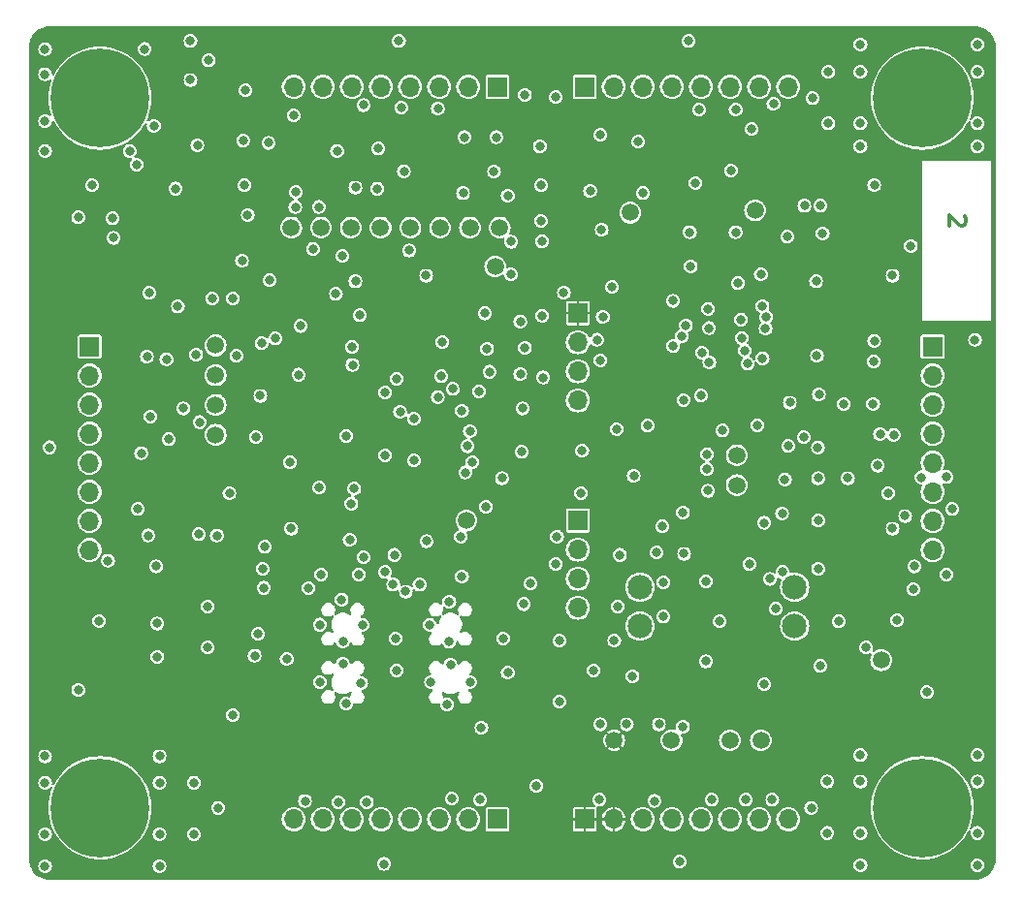
<source format=gbr>
%TF.GenerationSoftware,KiCad,Pcbnew,8.0.1*%
%TF.CreationDate,2024-07-10T20:20:08+03:00*%
%TF.ProjectId,Nodes,4e6f6465-732e-46b6-9963-61645f706362,rev?*%
%TF.SameCoordinates,Original*%
%TF.FileFunction,Copper,L2,Inr*%
%TF.FilePolarity,Positive*%
%FSLAX46Y46*%
G04 Gerber Fmt 4.6, Leading zero omitted, Abs format (unit mm)*
G04 Created by KiCad (PCBNEW 8.0.1) date 2024-07-10 20:20:08*
%MOMM*%
%LPD*%
G01*
G04 APERTURE LIST*
%ADD10C,0.300000*%
%TA.AperFunction,NonConductor*%
%ADD11C,0.300000*%
%TD*%
%TA.AperFunction,ComponentPad*%
%ADD12C,1.500000*%
%TD*%
%TA.AperFunction,ComponentPad*%
%ADD13R,1.700000X1.700000*%
%TD*%
%TA.AperFunction,ComponentPad*%
%ADD14O,1.700000X1.700000*%
%TD*%
%TA.AperFunction,ComponentPad*%
%ADD15C,8.600000*%
%TD*%
%TA.AperFunction,ComponentPad*%
%ADD16C,2.150000*%
%TD*%
%TA.AperFunction,ViaPad*%
%ADD17C,0.800000*%
%TD*%
G04 APERTURE END LIST*
D10*
D11*
X180379914Y-84275029D02*
X180451342Y-84346457D01*
X180451342Y-84346457D02*
X180522771Y-84489315D01*
X180522771Y-84489315D02*
X180522771Y-84846457D01*
X180522771Y-84846457D02*
X180451342Y-84989315D01*
X180451342Y-84989315D02*
X180379914Y-85060743D01*
X180379914Y-85060743D02*
X180237057Y-85132172D01*
X180237057Y-85132172D02*
X180094200Y-85132172D01*
X180094200Y-85132172D02*
X179879914Y-85060743D01*
X179879914Y-85060743D02*
X179022771Y-84203600D01*
X179022771Y-84203600D02*
X179022771Y-85132172D01*
D12*
%TO.N,GND*%
%TO.C,T6*%
X162601100Y-130103600D03*
%TD*%
%TO.N,/AnalogNode/ADC2*%
%TO.C,T12*%
X115001100Y-98203600D03*
%TD*%
D13*
%TO.N,PWR0*%
%TO.C,J13*%
X139600000Y-137000000D03*
D14*
%TO.N,AnIN_0*%
X137060000Y-137000000D03*
%TO.N,PWR1*%
X134520000Y-137000000D03*
%TO.N,AnIN_1*%
X131980000Y-137000000D03*
%TO.N,PWR2*%
X129440000Y-137000000D03*
%TO.N,AnIN_2*%
X126900000Y-137000000D03*
%TO.N,PWR3*%
X124360000Y-137000000D03*
%TO.N,AnIN_3*%
X121820000Y-137000000D03*
%TD*%
D12*
%TO.N,+24V*%
%TO.C,T4*%
X159901100Y-130103600D03*
%TD*%
%TO.N,/PowerNode/ADCS2*%
%TO.C,T22*%
X173101100Y-123103600D03*
%TD*%
D13*
%TO.N,VCC*%
%TO.C,J10*%
X147220000Y-137000000D03*
D14*
X149760000Y-137000000D03*
%TO.N,+5V*%
X152300000Y-137000000D03*
X154840000Y-137000000D03*
%TO.N,+24V*%
X157380000Y-137000000D03*
X159920000Y-137000000D03*
%TO.N,GND*%
X162460000Y-137000000D03*
%TO.N,24V_unfused*%
X165000000Y-137000000D03*
%TD*%
D13*
%TO.N,AnIN5V_1*%
%TO.C,J14*%
X104000000Y-95700000D03*
D14*
%TO.N,AnIN5V_0*%
X104000000Y-98240000D03*
%TO.N,AnIN3V3_1*%
X104000000Y-100780000D03*
%TO.N,AnIN3V3_0*%
X104000000Y-103320000D03*
%TO.N,GND*%
X104000000Y-105860000D03*
X104000000Y-108400000D03*
%TO.N,CANHI*%
X104000000Y-110940000D03*
%TO.N,CANLO*%
X104000000Y-113480000D03*
%TD*%
D12*
%TO.N,/AnalogNode/ADC13*%
%TO.C,T10*%
X139801100Y-85303600D03*
%TD*%
%TO.N,/AnalogNode/ADC1*%
%TO.C,T19*%
X115001100Y-100803600D03*
%TD*%
%TO.N,ADC*%
%TO.C,T23*%
X162101100Y-83803600D03*
%TD*%
%TO.N,Net-(T1-Pin_1)*%
%TO.C,T1*%
X151201100Y-84003600D03*
%TD*%
%TO.N,/AnalogNode/ADC8*%
%TO.C,T18*%
X132001100Y-85303600D03*
%TD*%
%TO.N,/AnalogNode/ADC6*%
%TO.C,T16*%
X126801100Y-85303600D03*
%TD*%
D15*
%TO.N,Net-(DRL2-Pad1)*%
%TO.C,DRL2*%
X176700000Y-74000000D03*
%TD*%
D12*
%TO.N,/AnalogNode/ADC3*%
%TO.C,T13*%
X115001100Y-95603600D03*
%TD*%
%TO.N,/PowerNode/ADCS1*%
%TO.C,T21*%
X160501100Y-105203600D03*
%TD*%
D15*
%TO.N,Net-(DRL4-Pad1)*%
%TO.C,DRL4*%
X104900000Y-136000000D03*
%TD*%
D12*
%TO.N,/AnalogNode/ADC5*%
%TO.C,T15*%
X124201100Y-85303600D03*
%TD*%
%TO.N,VCCA*%
%TO.C,T8*%
X136901100Y-110903600D03*
%TD*%
%TO.N,Net-(D2-K)*%
%TO.C,T3*%
X160501100Y-107803600D03*
%TD*%
D13*
%TO.N,VCC*%
%TO.C,J2*%
X146626100Y-92783600D03*
D14*
%TO.N,/SWDIO_Pw*%
X146626100Y-95323600D03*
%TO.N,/SWCLK_Pw*%
X146626100Y-97863600D03*
%TO.N,GND*%
X146626100Y-100403600D03*
%TD*%
D12*
%TO.N,VCC*%
%TO.C,T5*%
X149801100Y-130103600D03*
%TD*%
D13*
%TO.N,/I2C3_SCL*%
%TO.C,J11*%
X147220000Y-73000000D03*
D14*
%TO.N,/I2C3_SDA*%
X149760000Y-73000000D03*
%TO.N,/I2C2_SCL*%
X152300000Y-73000000D03*
%TO.N,/I2C2_SDA*%
X154840000Y-73000000D03*
%TO.N,/I2C1_SCL*%
X157380000Y-73000000D03*
%TO.N,/I2C1_SDA*%
X159920000Y-73000000D03*
%TO.N,PWM1*%
X162460000Y-73000000D03*
%TO.N,PWM2*%
X165000000Y-73000000D03*
%TD*%
D13*
%TO.N,VCCA*%
%TO.C,J1*%
X146626100Y-110903600D03*
D14*
%TO.N,/SWDIO_An*%
X146626100Y-113443600D03*
%TO.N,/SWCLK_An*%
X146626100Y-115983600D03*
%TO.N,GND*%
X146626100Y-118523600D03*
%TD*%
D13*
%TO.N,OUT0_1*%
%TO.C,J9*%
X177600000Y-95700000D03*
D14*
%TO.N,OUT1_1*%
X177600000Y-98240000D03*
%TO.N,OUT2_1*%
X177600000Y-100780000D03*
%TO.N,OUT3_1*%
X177600000Y-103320000D03*
%TO.N,OUT0_2*%
X177600000Y-105860000D03*
%TO.N,OUT1_2*%
X177600000Y-108400000D03*
%TO.N,OUT2_2*%
X177600000Y-110940000D03*
%TO.N,OUT3_2*%
X177600000Y-113480000D03*
%TD*%
D12*
%TO.N,/AnalogNode/ADC4*%
%TO.C,T14*%
X121601100Y-85303600D03*
%TD*%
D16*
%TO.N,24V_unfused*%
%TO.C,F1*%
X165551100Y-120128600D03*
X165551100Y-116728600D03*
%TO.N,Net-(D2-A)*%
X152051100Y-120128600D03*
X152051100Y-116728600D03*
%TD*%
D12*
%TO.N,/AnalogNode/ADC7*%
%TO.C,T17*%
X129401100Y-85303600D03*
%TD*%
%TO.N,/AnalogNode/ADC14*%
%TO.C,T9*%
X137201100Y-85303600D03*
%TD*%
%TO.N,/AnalogNode/ADC15*%
%TO.C,T11*%
X134601100Y-85303600D03*
%TD*%
D13*
%TO.N,AnIN24V_2*%
%TO.C,J12*%
X139600000Y-73000000D03*
D14*
%TO.N,AnIN24V_1*%
X137060000Y-73000000D03*
%TO.N,AnIN24V_0*%
X134520000Y-73000000D03*
%TO.N,AnIN5V_6*%
X131980000Y-73000000D03*
%TO.N,AnIN5V_5*%
X129440000Y-73000000D03*
%TO.N,AnIN5V_4*%
X126900000Y-73000000D03*
%TO.N,AnIN5V_3*%
X124360000Y-73000000D03*
%TO.N,AnIN5V_2*%
X121820000Y-73000000D03*
%TD*%
D12*
%TO.N,Net-(T2-Pin_1)*%
%TO.C,T2*%
X139401100Y-88703600D03*
%TD*%
%TO.N,/AnalogNode/ADC0*%
%TO.C,T20*%
X115001100Y-103403600D03*
%TD*%
D15*
%TO.N,Net-(DRL1-Pad1)*%
%TO.C,DRL1*%
X104900000Y-74000000D03*
%TD*%
D12*
%TO.N,+5V*%
%TO.C,T7*%
X154801100Y-130103600D03*
%TD*%
D15*
%TO.N,Net-(DRL3-Pad1)*%
%TO.C,DRL3*%
X176700000Y-136000000D03*
%TD*%
D17*
%TO.N,+24V*%
X160401100Y-75003600D03*
%TO.N,VCC*%
X170101100Y-77803600D03*
X166401100Y-79503600D03*
%TO.N,/PowerNode/ADCS1*%
X162750107Y-96719896D03*
X165131931Y-100599529D03*
X160940548Y-94953600D03*
%TO.N,+24V*%
X106101100Y-86203600D03*
X147701100Y-82103600D03*
X113301100Y-96403600D03*
X122001100Y-82203600D03*
%TO.N,+5V*%
X157801100Y-123203600D03*
X118701100Y-120803600D03*
%TO.N,/AnalogNode/CANTx*%
X127101100Y-108103600D03*
X137001100Y-104403600D03*
%TO.N,/AnalogNode/CANRx*%
X137416933Y-105785673D03*
X126701100Y-112603600D03*
%TO.N,/AnalogNode/ADC13*%
X134701100Y-98303600D03*
%TO.N,/AnalogNode/ADC14*%
X135701100Y-99403600D03*
%TO.N,/AnalogNode/ADC15*%
X133376100Y-89503600D03*
%TO.N,/AnalogNode/ADC2*%
X120201100Y-95003600D03*
%TO.N,/AnalogNode/ADC3*%
X126901100Y-95728600D03*
%TO.N,/AnalogNode/ADC1*%
X131101100Y-101403600D03*
X130801100Y-98503600D03*
%TO.N,OUT2_1*%
X172499402Y-95193300D03*
%TO.N,OUT3_1*%
X167501100Y-96503600D03*
%TO.N,OUT0_1*%
X167424486Y-90003600D03*
%TO.N,OUT2_2*%
X174101100Y-111603600D03*
%TO.N,VCC*%
X163901100Y-84403600D03*
X106601100Y-116903600D03*
X115901100Y-118403600D03*
X157526707Y-102728600D03*
X151001100Y-108303600D03*
%TO.N,GND*%
X109801100Y-114903600D03*
X144701100Y-114703600D03*
X100501100Y-104503600D03*
X116501100Y-91503600D03*
X109901100Y-119903600D03*
X163010979Y-94133097D03*
X131436526Y-80375142D03*
X145401100Y-91003600D03*
X172401100Y-100703600D03*
X168501100Y-71703600D03*
X174101100Y-89503600D03*
X152301100Y-82303600D03*
X140501100Y-82503600D03*
X156901100Y-81403600D03*
X161801100Y-76703600D03*
X138101100Y-135303600D03*
X162601100Y-89403600D03*
X163601100Y-135303600D03*
X121485073Y-105803600D03*
X103001100Y-125703600D03*
X125501100Y-91103600D03*
X116201100Y-108526352D03*
X140501100Y-124203600D03*
X110101100Y-131503600D03*
X143501100Y-86503600D03*
X108201100Y-109903600D03*
X148301100Y-95103600D03*
X167601100Y-107203600D03*
X138001100Y-99603600D03*
X131201100Y-74803600D03*
X155901100Y-113803600D03*
X160001100Y-80303600D03*
X167101100Y-74003600D03*
X122801100Y-135403600D03*
X145001100Y-126703600D03*
X114301100Y-118403600D03*
X151501100Y-107003600D03*
X129801100Y-105203600D03*
X121801100Y-75503600D03*
X161601100Y-114703600D03*
X116501100Y-127903600D03*
X127801100Y-120003600D03*
X119101100Y-115103600D03*
X167001100Y-136003600D03*
X158001100Y-108303600D03*
X143501100Y-93003600D03*
X148801100Y-93103600D03*
X135401100Y-121503600D03*
X149801100Y-121403600D03*
X112801100Y-69003600D03*
X110901100Y-103803600D03*
X164454272Y-110277849D03*
X143001100Y-134103600D03*
X159001100Y-119703600D03*
X134801100Y-95303600D03*
X166338501Y-103614078D03*
X144701100Y-73903600D03*
X100101100Y-141103600D03*
X138201100Y-129003600D03*
X100101100Y-78603600D03*
X144801100Y-112303600D03*
X127201100Y-90003600D03*
X179301100Y-109903600D03*
X148601100Y-128703600D03*
X138501100Y-92803600D03*
X171301100Y-78203600D03*
X138901100Y-97903600D03*
X105601100Y-114403600D03*
X155851100Y-100364398D03*
X109001100Y-96603600D03*
X181501100Y-131403600D03*
X117801100Y-84203600D03*
X181501100Y-69303600D03*
X130801100Y-124003600D03*
X122238245Y-98153600D03*
X127701100Y-125103600D03*
X148601100Y-77203600D03*
X178801100Y-107103600D03*
X113101100Y-138303600D03*
X119001100Y-95403600D03*
X153501100Y-113703600D03*
X100101100Y-131503600D03*
X119601100Y-77903600D03*
X158301100Y-135303600D03*
X136401100Y-112303600D03*
X175201100Y-110503600D03*
X160401100Y-85703600D03*
X124201100Y-115603600D03*
X143301100Y-78203600D03*
X167675700Y-99905725D03*
X137201100Y-125003600D03*
X121601100Y-111603600D03*
X155501100Y-140703600D03*
X168401100Y-138203600D03*
X142001100Y-95803600D03*
X172801100Y-106103600D03*
X148501100Y-135303600D03*
X141701100Y-104903600D03*
X133701100Y-120003600D03*
X104831431Y-119673269D03*
X118401100Y-122703600D03*
X127501100Y-115603600D03*
X135501100Y-123503600D03*
X124001100Y-83503600D03*
X150001100Y-102903600D03*
X114701100Y-91503600D03*
X122401100Y-93903600D03*
X108501100Y-105003600D03*
X172501100Y-81603600D03*
X171301100Y-131403600D03*
X143601100Y-98403600D03*
X148701100Y-85503600D03*
X117301100Y-88203600D03*
X108101100Y-79803600D03*
X157901100Y-105103600D03*
X142501100Y-116403600D03*
X126101100Y-123403600D03*
X143401100Y-84703600D03*
X125701100Y-135503600D03*
X109901100Y-122803600D03*
X135201100Y-126978600D03*
X141601100Y-98103600D03*
X153701100Y-128703600D03*
X136701100Y-77403600D03*
X169401100Y-119703600D03*
X109301100Y-101803600D03*
X126401100Y-126903600D03*
X168401100Y-133703600D03*
X178801100Y-115603600D03*
X146901100Y-108503600D03*
X109201100Y-91003600D03*
X129701100Y-140903600D03*
X161301100Y-135303600D03*
X130701100Y-121203600D03*
X149601100Y-90503600D03*
X104201100Y-81603600D03*
X148001100Y-124003600D03*
X127201100Y-81803600D03*
X127901100Y-114103600D03*
X123501100Y-87153600D03*
X131001100Y-69003600D03*
X157801100Y-116203600D03*
X161219171Y-96045064D03*
X169849496Y-100732761D03*
X145001100Y-121403600D03*
X118901100Y-100003600D03*
X163701100Y-74503600D03*
X163901100Y-118603600D03*
X156301100Y-69003600D03*
X110701100Y-96803600D03*
X126076100Y-87795327D03*
X112201100Y-101103600D03*
X134401100Y-74903600D03*
X141901100Y-118203600D03*
X129802445Y-99705308D03*
X111490620Y-81901529D03*
X177101100Y-125903600D03*
X141801100Y-101103600D03*
X140776100Y-89401132D03*
X130501100Y-116503600D03*
X168501100Y-76203600D03*
X132301100Y-102003600D03*
X156481431Y-88683931D03*
X114301100Y-122003600D03*
X140001100Y-107203600D03*
X117401100Y-77703600D03*
X141601100Y-93503600D03*
X126001100Y-117803600D03*
X128201100Y-135503600D03*
X152701100Y-102603600D03*
X126951100Y-97303600D03*
X135601100Y-135203600D03*
X164701100Y-107303600D03*
X171801100Y-122003600D03*
X124101100Y-119998578D03*
X136601100Y-82303600D03*
X119301100Y-113203600D03*
X151901100Y-77803600D03*
X134401100Y-100103600D03*
X111701100Y-92203600D03*
X121951100Y-83503600D03*
X135401100Y-118003600D03*
X117601100Y-73303600D03*
X157201100Y-75003600D03*
X154101100Y-119303600D03*
X103001100Y-84403600D03*
X100101100Y-69703600D03*
X137201100Y-103103600D03*
X110101100Y-141103600D03*
X162901100Y-125203600D03*
X140801100Y-86544200D03*
X153301100Y-135403600D03*
X116801100Y-96503600D03*
X164901100Y-86103600D03*
X140101100Y-121203600D03*
X129101100Y-81903600D03*
X143401100Y-81603600D03*
X155801100Y-128903600D03*
X113601100Y-102303600D03*
X171301100Y-141003600D03*
X115201100Y-136003600D03*
X109101100Y-112203600D03*
X148601100Y-96903600D03*
X174201100Y-103403600D03*
X154101100Y-116303600D03*
X132801100Y-116503600D03*
X156401100Y-85703600D03*
X142001100Y-73703600D03*
X131901100Y-87303600D03*
X129201100Y-78403600D03*
X125601100Y-78603600D03*
X118501100Y-103603600D03*
X139301100Y-80403600D03*
X136501100Y-115803600D03*
X138601100Y-109703600D03*
X175701100Y-86903600D03*
X175901100Y-116903600D03*
X174501100Y-119603600D03*
X167801100Y-123603600D03*
X113401100Y-78103600D03*
X181301100Y-95103600D03*
X151401100Y-124503600D03*
X127901100Y-74603600D03*
X112801100Y-72403600D03*
X171301100Y-69303600D03*
X133801100Y-125003600D03*
X154001100Y-111403600D03*
X119701100Y-89903600D03*
X147001100Y-104803600D03*
X106001100Y-84503600D03*
X113101100Y-133803600D03*
X126101100Y-121478600D03*
X117501100Y-81603600D03*
X139501100Y-77403600D03*
X150101100Y-118403600D03*
X150901100Y-128703600D03*
X181501100Y-141003600D03*
X167801100Y-83403600D03*
X127598694Y-92967312D03*
X181501100Y-78203600D03*
X138701100Y-95903600D03*
X114401100Y-70703600D03*
X124101100Y-125008582D03*
X150301100Y-113903600D03*
X124041841Y-108017760D03*
%TO.N,OUT3_2*%
X167601100Y-115103600D03*
%TO.N,OUT0_2*%
X167601100Y-110903600D03*
%TO.N,OUT1_2*%
X173701100Y-108503600D03*
%TO.N,/PowerNode/CANTx*%
X121201100Y-123013580D03*
X155701100Y-94796105D03*
%TO.N,/PowerNode/CANRx*%
X123101100Y-116803600D03*
X129801100Y-115403600D03*
%TO.N,PWM2*%
X166401100Y-83403600D03*
%TO.N,/PowerNode/PWM1*%
X154951032Y-91705295D03*
%TO.N,/AnalogNode/ADC11*%
X131601100Y-117103600D03*
%TO.N,/AnalogNode/ADC12*%
X126401100Y-103503600D03*
X126848509Y-109416853D03*
X130601100Y-113903600D03*
%TO.N,/AnalogNode/ADC9*%
X119199820Y-116783516D03*
%TO.N,/AnalogNode/ADC10*%
X132301100Y-105653600D03*
%TO.N,/AnalogNode/LED1*%
X136501100Y-101303600D03*
%TO.N,/AnalogNode/LED2*%
X136801100Y-106703600D03*
%TO.N,GNDREF*%
X168001100Y-85803600D03*
X170201100Y-107203600D03*
%TO.N,/PowerNode/SEL1*%
X162299292Y-102566070D03*
X158098918Y-97101539D03*
X162901100Y-111103600D03*
%TO.N,/PowerNode/IN0_1*%
X156055131Y-93860868D03*
%TO.N,/PowerNode/IN3_1*%
X158084984Y-94087484D03*
%TO.N,/PowerNode/SEL0*%
X176626100Y-107128600D03*
X159258728Y-103045972D03*
X173007166Y-103361137D03*
%TO.N,/PowerNode/IN1_1*%
X154951100Y-95653600D03*
%TO.N,/PowerNode/IN2_1*%
X172451102Y-97003600D03*
X157451100Y-96224898D03*
X162744017Y-92170474D03*
%TO.N,/PowerNode/IN0_2*%
X164993291Y-104390191D03*
%TO.N,/PowerNode/IN3_2*%
X163401100Y-116003600D03*
%TO.N,/PowerNode/IN1_2*%
X167582167Y-104503600D03*
X160870769Y-93333931D03*
X163074929Y-93114139D03*
%TO.N,/PowerNode/IN2_2*%
X157360466Y-99978788D03*
X164501100Y-115403600D03*
X176001100Y-114903600D03*
%TO.N,VCCA*%
X161454160Y-97203600D03*
X157901100Y-106403600D03*
X133401100Y-112703600D03*
X155801100Y-110203600D03*
%TO.N,ADC*%
X160601100Y-90153600D03*
%TO.N,EN*%
X158001100Y-92403600D03*
%TO.N,Net-(R37-Pad2)*%
X113501100Y-112103600D03*
%TO.N,Net-(R109-Pad1)*%
X115101100Y-112203600D03*
%TO.N,Net-(DRL1-Pad1)*%
X100101100Y-76003600D03*
X100101100Y-71903600D03*
X108801100Y-69703600D03*
X107501100Y-78603600D03*
X109601100Y-76403600D03*
%TO.N,Net-(DRL2-Pad1)*%
X181501100Y-71703600D03*
X171301100Y-71703600D03*
X181501100Y-76203600D03*
X171301100Y-76203600D03*
%TO.N,Net-(DRL3-Pad1)*%
X181501100Y-133703600D03*
X171301100Y-133703600D03*
X171301100Y-138203600D03*
X181501100Y-138203600D03*
%TO.N,Net-(DRL4-Pad1)*%
X110101100Y-133803600D03*
X100101100Y-133803600D03*
X110101100Y-138303600D03*
X100101100Y-138303600D03*
%TD*%
%TA.AperFunction,Conductor*%
%TO.N,VCC*%
G36*
X181303234Y-67700712D02*
G01*
X181528412Y-67715470D01*
X181541237Y-67717159D01*
X181759386Y-67760551D01*
X181771886Y-67763900D01*
X181982500Y-67835395D01*
X181994463Y-67840351D01*
X182193926Y-67938715D01*
X182205142Y-67945190D01*
X182390072Y-68068757D01*
X182400345Y-68076640D01*
X182567560Y-68223282D01*
X182576717Y-68232439D01*
X182723359Y-68399654D01*
X182731242Y-68409927D01*
X182854809Y-68594857D01*
X182861284Y-68606073D01*
X182959648Y-68805536D01*
X182964604Y-68817499D01*
X183036097Y-69028108D01*
X183039449Y-69040617D01*
X183082839Y-69258755D01*
X183084529Y-69271594D01*
X183099288Y-69496765D01*
X183099500Y-69503240D01*
X183099500Y-140496759D01*
X183099288Y-140503234D01*
X183084529Y-140728405D01*
X183082839Y-140741244D01*
X183039449Y-140959382D01*
X183036097Y-140971891D01*
X182964604Y-141182500D01*
X182959648Y-141194463D01*
X182861284Y-141393926D01*
X182854809Y-141405142D01*
X182731242Y-141590072D01*
X182723359Y-141600345D01*
X182576717Y-141767560D01*
X182567560Y-141776717D01*
X182400345Y-141923359D01*
X182390072Y-141931242D01*
X182205142Y-142054809D01*
X182193926Y-142061284D01*
X181994463Y-142159648D01*
X181982500Y-142164604D01*
X181771891Y-142236097D01*
X181759382Y-142239449D01*
X181541244Y-142282839D01*
X181528405Y-142284529D01*
X181303234Y-142299288D01*
X181296759Y-142299500D01*
X100503241Y-142299500D01*
X100496766Y-142299288D01*
X100271594Y-142284529D01*
X100258755Y-142282839D01*
X100040617Y-142239449D01*
X100028108Y-142236097D01*
X99817499Y-142164604D01*
X99805536Y-142159648D01*
X99606073Y-142061284D01*
X99594857Y-142054809D01*
X99409927Y-141931242D01*
X99399654Y-141923359D01*
X99232439Y-141776717D01*
X99223282Y-141767560D01*
X99076640Y-141600345D01*
X99068757Y-141590072D01*
X98945190Y-141405142D01*
X98938715Y-141393926D01*
X98840351Y-141194463D01*
X98835395Y-141182500D01*
X98808612Y-141103600D01*
X99495418Y-141103600D01*
X99516055Y-141260358D01*
X99516057Y-141260366D01*
X99576562Y-141406438D01*
X99576562Y-141406439D01*
X99669944Y-141528137D01*
X99672818Y-141531882D01*
X99798259Y-141628136D01*
X99944338Y-141688644D01*
X100061909Y-141704122D01*
X100101099Y-141709282D01*
X100101100Y-141709282D01*
X100101101Y-141709282D01*
X100132452Y-141705154D01*
X100257862Y-141688644D01*
X100403941Y-141628136D01*
X100529382Y-141531882D01*
X100625636Y-141406441D01*
X100686144Y-141260362D01*
X100706782Y-141103600D01*
X109495418Y-141103600D01*
X109516055Y-141260358D01*
X109516057Y-141260366D01*
X109576562Y-141406438D01*
X109576562Y-141406439D01*
X109669944Y-141528137D01*
X109672818Y-141531882D01*
X109798259Y-141628136D01*
X109944338Y-141688644D01*
X110061909Y-141704122D01*
X110101099Y-141709282D01*
X110101100Y-141709282D01*
X110101101Y-141709282D01*
X110132452Y-141705154D01*
X110257862Y-141688644D01*
X110403941Y-141628136D01*
X110529382Y-141531882D01*
X110625636Y-141406441D01*
X110686144Y-141260362D01*
X110706782Y-141103600D01*
X110686144Y-140946838D01*
X110668234Y-140903600D01*
X129095418Y-140903600D01*
X129116055Y-141060358D01*
X129116057Y-141060366D01*
X129176562Y-141206438D01*
X129176562Y-141206439D01*
X129239640Y-141288644D01*
X129272818Y-141331882D01*
X129398259Y-141428136D01*
X129398260Y-141428136D01*
X129398261Y-141428137D01*
X129407312Y-141431886D01*
X129544338Y-141488644D01*
X129661909Y-141504122D01*
X129701099Y-141509282D01*
X129701100Y-141509282D01*
X129701101Y-141509282D01*
X129732452Y-141505154D01*
X129857862Y-141488644D01*
X130003941Y-141428136D01*
X130129382Y-141331882D01*
X130225636Y-141206441D01*
X130286144Y-141060362D01*
X130306782Y-140903600D01*
X130286144Y-140746838D01*
X130268234Y-140703600D01*
X154895418Y-140703600D01*
X154916055Y-140860358D01*
X154916057Y-140860366D01*
X154976562Y-141006438D01*
X154976562Y-141006439D01*
X155072813Y-141131876D01*
X155072818Y-141131882D01*
X155198259Y-141228136D01*
X155198260Y-141228136D01*
X155198261Y-141228137D01*
X155276059Y-141260362D01*
X155344338Y-141288644D01*
X155461909Y-141304122D01*
X155501099Y-141309282D01*
X155501100Y-141309282D01*
X155501101Y-141309282D01*
X155532452Y-141305154D01*
X155657862Y-141288644D01*
X155803941Y-141228136D01*
X155929382Y-141131882D01*
X156025636Y-141006441D01*
X156026813Y-141003600D01*
X170695418Y-141003600D01*
X170716055Y-141160358D01*
X170716057Y-141160366D01*
X170776562Y-141306438D01*
X170776562Y-141306439D01*
X170869944Y-141428137D01*
X170872818Y-141431882D01*
X170998259Y-141528136D01*
X170998260Y-141528136D01*
X170998261Y-141528137D01*
X171007312Y-141531886D01*
X171144338Y-141588644D01*
X171261909Y-141604122D01*
X171301099Y-141609282D01*
X171301100Y-141609282D01*
X171301101Y-141609282D01*
X171332452Y-141605154D01*
X171457862Y-141588644D01*
X171603941Y-141528136D01*
X171729382Y-141431882D01*
X171825636Y-141306441D01*
X171886144Y-141160362D01*
X171906782Y-141003600D01*
X180895418Y-141003600D01*
X180916055Y-141160358D01*
X180916057Y-141160366D01*
X180976562Y-141306438D01*
X180976562Y-141306439D01*
X181069944Y-141428137D01*
X181072818Y-141431882D01*
X181198259Y-141528136D01*
X181198260Y-141528136D01*
X181198261Y-141528137D01*
X181207312Y-141531886D01*
X181344338Y-141588644D01*
X181461909Y-141604122D01*
X181501099Y-141609282D01*
X181501100Y-141609282D01*
X181501101Y-141609282D01*
X181532452Y-141605154D01*
X181657862Y-141588644D01*
X181803941Y-141528136D01*
X181929382Y-141431882D01*
X182025636Y-141306441D01*
X182086144Y-141160362D01*
X182106782Y-141003600D01*
X182086144Y-140846838D01*
X182067058Y-140800760D01*
X182025637Y-140700761D01*
X182025637Y-140700760D01*
X181929386Y-140575323D01*
X181929385Y-140575322D01*
X181929382Y-140575318D01*
X181929377Y-140575314D01*
X181929376Y-140575313D01*
X181855407Y-140518555D01*
X181803941Y-140479064D01*
X181803940Y-140479063D01*
X181803938Y-140479062D01*
X181657866Y-140418557D01*
X181657858Y-140418555D01*
X181501101Y-140397918D01*
X181501099Y-140397918D01*
X181344341Y-140418555D01*
X181344333Y-140418557D01*
X181198261Y-140479062D01*
X181198260Y-140479062D01*
X181072823Y-140575313D01*
X181072813Y-140575323D01*
X180976562Y-140700760D01*
X180976562Y-140700761D01*
X180916057Y-140846833D01*
X180916055Y-140846841D01*
X180895418Y-141003599D01*
X180895418Y-141003600D01*
X171906782Y-141003600D01*
X171886144Y-140846838D01*
X171867058Y-140800760D01*
X171825637Y-140700761D01*
X171825637Y-140700760D01*
X171729386Y-140575323D01*
X171729385Y-140575322D01*
X171729382Y-140575318D01*
X171729377Y-140575314D01*
X171729376Y-140575313D01*
X171655407Y-140518555D01*
X171603941Y-140479064D01*
X171603940Y-140479063D01*
X171603938Y-140479062D01*
X171457866Y-140418557D01*
X171457858Y-140418555D01*
X171301101Y-140397918D01*
X171301099Y-140397918D01*
X171144341Y-140418555D01*
X171144333Y-140418557D01*
X170998261Y-140479062D01*
X170998260Y-140479062D01*
X170872823Y-140575313D01*
X170872813Y-140575323D01*
X170776562Y-140700760D01*
X170776562Y-140700761D01*
X170716057Y-140846833D01*
X170716055Y-140846841D01*
X170695418Y-141003599D01*
X170695418Y-141003600D01*
X156026813Y-141003600D01*
X156086144Y-140860362D01*
X156106782Y-140703600D01*
X156086144Y-140546838D01*
X156060981Y-140486089D01*
X156025637Y-140400761D01*
X156025637Y-140400760D01*
X155929386Y-140275323D01*
X155929385Y-140275322D01*
X155929382Y-140275318D01*
X155929377Y-140275314D01*
X155929376Y-140275313D01*
X155858204Y-140220701D01*
X155803941Y-140179064D01*
X155803940Y-140179063D01*
X155803938Y-140179062D01*
X155657866Y-140118557D01*
X155657858Y-140118555D01*
X155501101Y-140097918D01*
X155501099Y-140097918D01*
X155344341Y-140118555D01*
X155344333Y-140118557D01*
X155198261Y-140179062D01*
X155198260Y-140179062D01*
X155072823Y-140275313D01*
X155072813Y-140275323D01*
X154976562Y-140400760D01*
X154976562Y-140400761D01*
X154916057Y-140546833D01*
X154916055Y-140546841D01*
X154895418Y-140703599D01*
X154895418Y-140703600D01*
X130268234Y-140703600D01*
X130267058Y-140700760D01*
X130225637Y-140600761D01*
X130225637Y-140600760D01*
X130129386Y-140475323D01*
X130129385Y-140475322D01*
X130129382Y-140475318D01*
X130129377Y-140475314D01*
X130129376Y-140475313D01*
X130032216Y-140400760D01*
X130003941Y-140379064D01*
X130003940Y-140379063D01*
X130003938Y-140379062D01*
X129857866Y-140318557D01*
X129857858Y-140318555D01*
X129701101Y-140297918D01*
X129701099Y-140297918D01*
X129544341Y-140318555D01*
X129544333Y-140318557D01*
X129398261Y-140379062D01*
X129398260Y-140379062D01*
X129272823Y-140475313D01*
X129272813Y-140475323D01*
X129176562Y-140600760D01*
X129176562Y-140600761D01*
X129116057Y-140746833D01*
X129116055Y-140746841D01*
X129095418Y-140903599D01*
X129095418Y-140903600D01*
X110668234Y-140903600D01*
X110650326Y-140860366D01*
X110625637Y-140800761D01*
X110625637Y-140800760D01*
X110529386Y-140675323D01*
X110529385Y-140675322D01*
X110529382Y-140675318D01*
X110529377Y-140675314D01*
X110529376Y-140675313D01*
X110432216Y-140600760D01*
X110403941Y-140579064D01*
X110403940Y-140579063D01*
X110403938Y-140579062D01*
X110257866Y-140518557D01*
X110257858Y-140518555D01*
X110101101Y-140497918D01*
X110101099Y-140497918D01*
X109944341Y-140518555D01*
X109944333Y-140518557D01*
X109798261Y-140579062D01*
X109798260Y-140579062D01*
X109672823Y-140675313D01*
X109672813Y-140675323D01*
X109576562Y-140800760D01*
X109576562Y-140800761D01*
X109516057Y-140946833D01*
X109516055Y-140946841D01*
X109495418Y-141103599D01*
X109495418Y-141103600D01*
X100706782Y-141103600D01*
X100686144Y-140946838D01*
X100650326Y-140860366D01*
X100625637Y-140800761D01*
X100625637Y-140800760D01*
X100529386Y-140675323D01*
X100529385Y-140675322D01*
X100529382Y-140675318D01*
X100529377Y-140675314D01*
X100529376Y-140675313D01*
X100432216Y-140600760D01*
X100403941Y-140579064D01*
X100403940Y-140579063D01*
X100403938Y-140579062D01*
X100257866Y-140518557D01*
X100257858Y-140518555D01*
X100101101Y-140497918D01*
X100101099Y-140497918D01*
X99944341Y-140518555D01*
X99944333Y-140518557D01*
X99798261Y-140579062D01*
X99798260Y-140579062D01*
X99672823Y-140675313D01*
X99672813Y-140675323D01*
X99576562Y-140800760D01*
X99576562Y-140800761D01*
X99516057Y-140946833D01*
X99516055Y-140946841D01*
X99495418Y-141103599D01*
X99495418Y-141103600D01*
X98808612Y-141103600D01*
X98763900Y-140971886D01*
X98760550Y-140959382D01*
X98717159Y-140741237D01*
X98715470Y-140728405D01*
X98713844Y-140703600D01*
X98700712Y-140503234D01*
X98700500Y-140496759D01*
X98700500Y-138303600D01*
X99495418Y-138303600D01*
X99516055Y-138460358D01*
X99516057Y-138460366D01*
X99576562Y-138606438D01*
X99576562Y-138606439D01*
X99669944Y-138728137D01*
X99672818Y-138731882D01*
X99798259Y-138828136D01*
X99944338Y-138888644D01*
X100061909Y-138904122D01*
X100101099Y-138909282D01*
X100101100Y-138909282D01*
X100101101Y-138909282D01*
X100132452Y-138905154D01*
X100257862Y-138888644D01*
X100403941Y-138828136D01*
X100529382Y-138731882D01*
X100625636Y-138606441D01*
X100686144Y-138460362D01*
X100706782Y-138303600D01*
X100686144Y-138146838D01*
X100648345Y-138055583D01*
X100625637Y-138000761D01*
X100625637Y-138000760D01*
X100529386Y-137875323D01*
X100529385Y-137875322D01*
X100529382Y-137875318D01*
X100529377Y-137875314D01*
X100529376Y-137875313D01*
X100458204Y-137820701D01*
X100403941Y-137779064D01*
X100403940Y-137779063D01*
X100403938Y-137779062D01*
X100257866Y-137718557D01*
X100257858Y-137718555D01*
X100101101Y-137697918D01*
X100101099Y-137697918D01*
X99944341Y-137718555D01*
X99944333Y-137718557D01*
X99798261Y-137779062D01*
X99798260Y-137779062D01*
X99672823Y-137875313D01*
X99672813Y-137875323D01*
X99576562Y-138000760D01*
X99576562Y-138000761D01*
X99516057Y-138146833D01*
X99516055Y-138146841D01*
X99495418Y-138303599D01*
X99495418Y-138303600D01*
X98700500Y-138303600D01*
X98700500Y-133803600D01*
X99495418Y-133803600D01*
X99516055Y-133960358D01*
X99516057Y-133960366D01*
X99576562Y-134106438D01*
X99576562Y-134106439D01*
X99669944Y-134228137D01*
X99672818Y-134231882D01*
X99798259Y-134328136D01*
X99944338Y-134388644D01*
X100061909Y-134404122D01*
X100101099Y-134409282D01*
X100101100Y-134409282D01*
X100101101Y-134409282D01*
X100132452Y-134405154D01*
X100257862Y-134388644D01*
X100403941Y-134328136D01*
X100529382Y-134231882D01*
X100572386Y-134175837D01*
X100622807Y-134141183D01*
X100683971Y-134142784D01*
X100732514Y-134180031D01*
X100749892Y-134238696D01*
X100741491Y-134276093D01*
X100698925Y-134372497D01*
X100566678Y-134767068D01*
X100471405Y-135172144D01*
X100471403Y-135172151D01*
X100413911Y-135584304D01*
X100413910Y-135584313D01*
X100394693Y-135999992D01*
X100394693Y-136000007D01*
X100413910Y-136415686D01*
X100413911Y-136415695D01*
X100471403Y-136827848D01*
X100471405Y-136827855D01*
X100566678Y-137232931D01*
X100698923Y-137627498D01*
X100867014Y-138008187D01*
X101069508Y-138371735D01*
X101304686Y-138715053D01*
X101570530Y-139035197D01*
X101570533Y-139035200D01*
X101570538Y-139035206D01*
X101864794Y-139329462D01*
X101864799Y-139329466D01*
X101864802Y-139329469D01*
X102184946Y-139595313D01*
X102528264Y-139830491D01*
X102891812Y-140032985D01*
X103272495Y-140201074D01*
X103667064Y-140333320D01*
X104072146Y-140428594D01*
X104072151Y-140428596D01*
X104278227Y-140457342D01*
X104484303Y-140486088D01*
X104484304Y-140486088D01*
X104484313Y-140486089D01*
X104899992Y-140505307D01*
X104900000Y-140505307D01*
X104900008Y-140505307D01*
X105315686Y-140486089D01*
X105315693Y-140486088D01*
X105315697Y-140486088D01*
X105727848Y-140428596D01*
X106132936Y-140333320D01*
X106527505Y-140201074D01*
X106908188Y-140032985D01*
X107271739Y-139830489D01*
X107615054Y-139595313D01*
X107935206Y-139329462D01*
X108229462Y-139035206D01*
X108495313Y-138715054D01*
X108730489Y-138371739D01*
X108768442Y-138303600D01*
X109495418Y-138303600D01*
X109516055Y-138460358D01*
X109516057Y-138460366D01*
X109576562Y-138606438D01*
X109576562Y-138606439D01*
X109669944Y-138728137D01*
X109672818Y-138731882D01*
X109798259Y-138828136D01*
X109944338Y-138888644D01*
X110061909Y-138904122D01*
X110101099Y-138909282D01*
X110101100Y-138909282D01*
X110101101Y-138909282D01*
X110132452Y-138905154D01*
X110257862Y-138888644D01*
X110403941Y-138828136D01*
X110529382Y-138731882D01*
X110625636Y-138606441D01*
X110686144Y-138460362D01*
X110706782Y-138303600D01*
X112495418Y-138303600D01*
X112516055Y-138460358D01*
X112516057Y-138460366D01*
X112576562Y-138606438D01*
X112576562Y-138606439D01*
X112669944Y-138728137D01*
X112672818Y-138731882D01*
X112798259Y-138828136D01*
X112944338Y-138888644D01*
X113061909Y-138904122D01*
X113101099Y-138909282D01*
X113101100Y-138909282D01*
X113101101Y-138909282D01*
X113132452Y-138905154D01*
X113257862Y-138888644D01*
X113403941Y-138828136D01*
X113529382Y-138731882D01*
X113625636Y-138606441D01*
X113686144Y-138460362D01*
X113706782Y-138303600D01*
X113693617Y-138203600D01*
X167795418Y-138203600D01*
X167816055Y-138360358D01*
X167816057Y-138360366D01*
X167876562Y-138506438D01*
X167876562Y-138506439D01*
X167876564Y-138506441D01*
X167972818Y-138631882D01*
X168098259Y-138728136D01*
X168098260Y-138728136D01*
X168098261Y-138728137D01*
X168107312Y-138731886D01*
X168244338Y-138788644D01*
X168361909Y-138804122D01*
X168401099Y-138809282D01*
X168401100Y-138809282D01*
X168401101Y-138809282D01*
X168432452Y-138805154D01*
X168557862Y-138788644D01*
X168703941Y-138728136D01*
X168829382Y-138631882D01*
X168925636Y-138506441D01*
X168986144Y-138360362D01*
X169006782Y-138203600D01*
X170695418Y-138203600D01*
X170716055Y-138360358D01*
X170716057Y-138360366D01*
X170776562Y-138506438D01*
X170776562Y-138506439D01*
X170776564Y-138506441D01*
X170872818Y-138631882D01*
X170998259Y-138728136D01*
X170998260Y-138728136D01*
X170998261Y-138728137D01*
X171007312Y-138731886D01*
X171144338Y-138788644D01*
X171261909Y-138804122D01*
X171301099Y-138809282D01*
X171301100Y-138809282D01*
X171301101Y-138809282D01*
X171332452Y-138805154D01*
X171457862Y-138788644D01*
X171603941Y-138728136D01*
X171729382Y-138631882D01*
X171825636Y-138506441D01*
X171886144Y-138360362D01*
X171906782Y-138203600D01*
X171886144Y-138046838D01*
X171882842Y-138038867D01*
X171825637Y-137900761D01*
X171825637Y-137900760D01*
X171729386Y-137775323D01*
X171729385Y-137775322D01*
X171729382Y-137775318D01*
X171729377Y-137775314D01*
X171729376Y-137775313D01*
X171603938Y-137679062D01*
X171457866Y-137618557D01*
X171457858Y-137618555D01*
X171301101Y-137597918D01*
X171301099Y-137597918D01*
X171144341Y-137618555D01*
X171144333Y-137618557D01*
X170998261Y-137679062D01*
X170998260Y-137679062D01*
X170872823Y-137775313D01*
X170872813Y-137775323D01*
X170776562Y-137900760D01*
X170776562Y-137900761D01*
X170716057Y-138046833D01*
X170716055Y-138046841D01*
X170695418Y-138203599D01*
X170695418Y-138203600D01*
X169006782Y-138203600D01*
X168986144Y-138046838D01*
X168982842Y-138038867D01*
X168925637Y-137900761D01*
X168925637Y-137900760D01*
X168829386Y-137775323D01*
X168829385Y-137775322D01*
X168829382Y-137775318D01*
X168829377Y-137775314D01*
X168829376Y-137775313D01*
X168703938Y-137679062D01*
X168557866Y-137618557D01*
X168557858Y-137618555D01*
X168401101Y-137597918D01*
X168401099Y-137597918D01*
X168244341Y-137618555D01*
X168244333Y-137618557D01*
X168098261Y-137679062D01*
X168098260Y-137679062D01*
X167972823Y-137775313D01*
X167972813Y-137775323D01*
X167876562Y-137900760D01*
X167876562Y-137900761D01*
X167816057Y-138046833D01*
X167816055Y-138046841D01*
X167795418Y-138203599D01*
X167795418Y-138203600D01*
X113693617Y-138203600D01*
X113686144Y-138146838D01*
X113648345Y-138055583D01*
X113625637Y-138000761D01*
X113625637Y-138000760D01*
X113529386Y-137875323D01*
X113529385Y-137875322D01*
X113529382Y-137875318D01*
X113529377Y-137875314D01*
X113529376Y-137875313D01*
X113458204Y-137820701D01*
X113403941Y-137779064D01*
X113403940Y-137779063D01*
X113403938Y-137779062D01*
X113257866Y-137718557D01*
X113257858Y-137718555D01*
X113101101Y-137697918D01*
X113101099Y-137697918D01*
X112944341Y-137718555D01*
X112944333Y-137718557D01*
X112798261Y-137779062D01*
X112798260Y-137779062D01*
X112672823Y-137875313D01*
X112672813Y-137875323D01*
X112576562Y-138000760D01*
X112576562Y-138000761D01*
X112516057Y-138146833D01*
X112516055Y-138146841D01*
X112495418Y-138303599D01*
X112495418Y-138303600D01*
X110706782Y-138303600D01*
X110686144Y-138146838D01*
X110648345Y-138055583D01*
X110625637Y-138000761D01*
X110625637Y-138000760D01*
X110529386Y-137875323D01*
X110529385Y-137875322D01*
X110529382Y-137875318D01*
X110529377Y-137875314D01*
X110529376Y-137875313D01*
X110458204Y-137820701D01*
X110403941Y-137779064D01*
X110403940Y-137779063D01*
X110403938Y-137779062D01*
X110257866Y-137718557D01*
X110257858Y-137718555D01*
X110101101Y-137697918D01*
X110101099Y-137697918D01*
X109944341Y-137718555D01*
X109944333Y-137718557D01*
X109798261Y-137779062D01*
X109798260Y-137779062D01*
X109672823Y-137875313D01*
X109672813Y-137875323D01*
X109576562Y-138000760D01*
X109576562Y-138000761D01*
X109516057Y-138146833D01*
X109516055Y-138146841D01*
X109495418Y-138303599D01*
X109495418Y-138303600D01*
X108768442Y-138303600D01*
X108932985Y-138008188D01*
X109101074Y-137627505D01*
X109233320Y-137232936D01*
X109288105Y-137000003D01*
X120764417Y-137000003D01*
X120784698Y-137205929D01*
X120784699Y-137205934D01*
X120844768Y-137403954D01*
X120942316Y-137586452D01*
X121073302Y-137746059D01*
X121073590Y-137746410D01*
X121073595Y-137746414D01*
X121233547Y-137877683D01*
X121233548Y-137877683D01*
X121233550Y-137877685D01*
X121416046Y-137975232D01*
X121524689Y-138008188D01*
X121614065Y-138035300D01*
X121614070Y-138035301D01*
X121819997Y-138055583D01*
X121820000Y-138055583D01*
X121820003Y-138055583D01*
X122025929Y-138035301D01*
X122025934Y-138035300D01*
X122027556Y-138034808D01*
X122223954Y-137975232D01*
X122406450Y-137877685D01*
X122566410Y-137746410D01*
X122697685Y-137586450D01*
X122795232Y-137403954D01*
X122855300Y-137205934D01*
X122855301Y-137205929D01*
X122875583Y-137000003D01*
X123304417Y-137000003D01*
X123324698Y-137205929D01*
X123324699Y-137205934D01*
X123384768Y-137403954D01*
X123482316Y-137586452D01*
X123613302Y-137746059D01*
X123613590Y-137746410D01*
X123613595Y-137746414D01*
X123773547Y-137877683D01*
X123773548Y-137877683D01*
X123773550Y-137877685D01*
X123956046Y-137975232D01*
X124064689Y-138008188D01*
X124154065Y-138035300D01*
X124154070Y-138035301D01*
X124359997Y-138055583D01*
X124360000Y-138055583D01*
X124360003Y-138055583D01*
X124565929Y-138035301D01*
X124565934Y-138035300D01*
X124567556Y-138034808D01*
X124763954Y-137975232D01*
X124946450Y-137877685D01*
X125106410Y-137746410D01*
X125237685Y-137586450D01*
X125335232Y-137403954D01*
X125395300Y-137205934D01*
X125395301Y-137205929D01*
X125415583Y-137000003D01*
X125844417Y-137000003D01*
X125864698Y-137205929D01*
X125864699Y-137205934D01*
X125924768Y-137403954D01*
X126022316Y-137586452D01*
X126153302Y-137746059D01*
X126153590Y-137746410D01*
X126153595Y-137746414D01*
X126313547Y-137877683D01*
X126313548Y-137877683D01*
X126313550Y-137877685D01*
X126496046Y-137975232D01*
X126604689Y-138008188D01*
X126694065Y-138035300D01*
X126694070Y-138035301D01*
X126899997Y-138055583D01*
X126900000Y-138055583D01*
X126900003Y-138055583D01*
X127105929Y-138035301D01*
X127105934Y-138035300D01*
X127107556Y-138034808D01*
X127303954Y-137975232D01*
X127486450Y-137877685D01*
X127646410Y-137746410D01*
X127777685Y-137586450D01*
X127875232Y-137403954D01*
X127935300Y-137205934D01*
X127935301Y-137205929D01*
X127955583Y-137000003D01*
X128384417Y-137000003D01*
X128404698Y-137205929D01*
X128404699Y-137205934D01*
X128464768Y-137403954D01*
X128562316Y-137586452D01*
X128693302Y-137746059D01*
X128693590Y-137746410D01*
X128693595Y-137746414D01*
X128853547Y-137877683D01*
X128853548Y-137877683D01*
X128853550Y-137877685D01*
X129036046Y-137975232D01*
X129144689Y-138008188D01*
X129234065Y-138035300D01*
X129234070Y-138035301D01*
X129439997Y-138055583D01*
X129440000Y-138055583D01*
X129440003Y-138055583D01*
X129645929Y-138035301D01*
X129645934Y-138035300D01*
X129647556Y-138034808D01*
X129843954Y-137975232D01*
X130026450Y-137877685D01*
X130186410Y-137746410D01*
X130317685Y-137586450D01*
X130415232Y-137403954D01*
X130475300Y-137205934D01*
X130475301Y-137205929D01*
X130495583Y-137000003D01*
X130924417Y-137000003D01*
X130944698Y-137205929D01*
X130944699Y-137205934D01*
X131004768Y-137403954D01*
X131102316Y-137586452D01*
X131233302Y-137746059D01*
X131233590Y-137746410D01*
X131233595Y-137746414D01*
X131393547Y-137877683D01*
X131393548Y-137877683D01*
X131393550Y-137877685D01*
X131576046Y-137975232D01*
X131684689Y-138008188D01*
X131774065Y-138035300D01*
X131774070Y-138035301D01*
X131979997Y-138055583D01*
X131980000Y-138055583D01*
X131980003Y-138055583D01*
X132185929Y-138035301D01*
X132185934Y-138035300D01*
X132187556Y-138034808D01*
X132383954Y-137975232D01*
X132566450Y-137877685D01*
X132726410Y-137746410D01*
X132857685Y-137586450D01*
X132955232Y-137403954D01*
X133015300Y-137205934D01*
X133015301Y-137205929D01*
X133035583Y-137000003D01*
X133464417Y-137000003D01*
X133484698Y-137205929D01*
X133484699Y-137205934D01*
X133544768Y-137403954D01*
X133642316Y-137586452D01*
X133773302Y-137746059D01*
X133773590Y-137746410D01*
X133773595Y-137746414D01*
X133933547Y-137877683D01*
X133933548Y-137877683D01*
X133933550Y-137877685D01*
X134116046Y-137975232D01*
X134224689Y-138008188D01*
X134314065Y-138035300D01*
X134314070Y-138035301D01*
X134519997Y-138055583D01*
X134520000Y-138055583D01*
X134520003Y-138055583D01*
X134725929Y-138035301D01*
X134725934Y-138035300D01*
X134727556Y-138034808D01*
X134923954Y-137975232D01*
X135106450Y-137877685D01*
X135266410Y-137746410D01*
X135397685Y-137586450D01*
X135495232Y-137403954D01*
X135555300Y-137205934D01*
X135555301Y-137205929D01*
X135575583Y-137000003D01*
X136004417Y-137000003D01*
X136024698Y-137205929D01*
X136024699Y-137205934D01*
X136084768Y-137403954D01*
X136182316Y-137586452D01*
X136313302Y-137746059D01*
X136313590Y-137746410D01*
X136313595Y-137746414D01*
X136473547Y-137877683D01*
X136473548Y-137877683D01*
X136473550Y-137877685D01*
X136656046Y-137975232D01*
X136764689Y-138008188D01*
X136854065Y-138035300D01*
X136854070Y-138035301D01*
X137059997Y-138055583D01*
X137060000Y-138055583D01*
X137060003Y-138055583D01*
X137265929Y-138035301D01*
X137265934Y-138035300D01*
X137267556Y-138034808D01*
X137463954Y-137975232D01*
X137646450Y-137877685D01*
X137656124Y-137869746D01*
X138549500Y-137869746D01*
X138549501Y-137869758D01*
X138561132Y-137928227D01*
X138561134Y-137928233D01*
X138593849Y-137977193D01*
X138605448Y-137994552D01*
X138671769Y-138038867D01*
X138711817Y-138046833D01*
X138730241Y-138050498D01*
X138730246Y-138050498D01*
X138730252Y-138050500D01*
X138730253Y-138050500D01*
X140469747Y-138050500D01*
X140469748Y-138050500D01*
X140528231Y-138038867D01*
X140594552Y-137994552D01*
X140638867Y-137928231D01*
X140650500Y-137869748D01*
X140650500Y-137869700D01*
X146170000Y-137869700D01*
X146181603Y-137928036D01*
X146225806Y-137994189D01*
X146225810Y-137994193D01*
X146291963Y-138038396D01*
X146350299Y-138049999D01*
X146350303Y-138050000D01*
X147119999Y-138050000D01*
X147120000Y-138049999D01*
X147120000Y-137490842D01*
X147154174Y-137500000D01*
X147285826Y-137500000D01*
X147320000Y-137490842D01*
X147320000Y-138049999D01*
X147320001Y-138050000D01*
X148089697Y-138050000D01*
X148089700Y-138049999D01*
X148148036Y-138038396D01*
X148214189Y-137994193D01*
X148214193Y-137994189D01*
X148258396Y-137928036D01*
X148269999Y-137869700D01*
X148270000Y-137869697D01*
X148270000Y-137100001D01*
X148269999Y-137100000D01*
X148714767Y-137100000D01*
X148725190Y-137205831D01*
X148725191Y-137205836D01*
X148785232Y-137403762D01*
X148785234Y-137403767D01*
X148882724Y-137586160D01*
X148882731Y-137586170D01*
X149013940Y-137746050D01*
X149013949Y-137746059D01*
X149173829Y-137877268D01*
X149173839Y-137877275D01*
X149356232Y-137974765D01*
X149356237Y-137974767D01*
X149554166Y-138034808D01*
X149659998Y-138045231D01*
X149660000Y-138045230D01*
X149660000Y-137490842D01*
X149694174Y-137500000D01*
X149825826Y-137500000D01*
X149860000Y-137490842D01*
X149860000Y-138045230D01*
X149860001Y-138045231D01*
X149965833Y-138034808D01*
X150163762Y-137974767D01*
X150163767Y-137974765D01*
X150346160Y-137877275D01*
X150346170Y-137877268D01*
X150506050Y-137746059D01*
X150506059Y-137746050D01*
X150637268Y-137586170D01*
X150637275Y-137586160D01*
X150734765Y-137403767D01*
X150734767Y-137403762D01*
X150794808Y-137205836D01*
X150794809Y-137205831D01*
X150805232Y-137100000D01*
X150250843Y-137100000D01*
X150260000Y-137065826D01*
X150260000Y-137000003D01*
X151244417Y-137000003D01*
X151264698Y-137205929D01*
X151264699Y-137205934D01*
X151324768Y-137403954D01*
X151422316Y-137586452D01*
X151553302Y-137746059D01*
X151553590Y-137746410D01*
X151553595Y-137746414D01*
X151713547Y-137877683D01*
X151713548Y-137877683D01*
X151713550Y-137877685D01*
X151896046Y-137975232D01*
X152004689Y-138008188D01*
X152094065Y-138035300D01*
X152094070Y-138035301D01*
X152299997Y-138055583D01*
X152300000Y-138055583D01*
X152300003Y-138055583D01*
X152505929Y-138035301D01*
X152505934Y-138035300D01*
X152507556Y-138034808D01*
X152703954Y-137975232D01*
X152886450Y-137877685D01*
X153046410Y-137746410D01*
X153177685Y-137586450D01*
X153275232Y-137403954D01*
X153335300Y-137205934D01*
X153335301Y-137205929D01*
X153355583Y-137000003D01*
X153784417Y-137000003D01*
X153804698Y-137205929D01*
X153804699Y-137205934D01*
X153864768Y-137403954D01*
X153962316Y-137586452D01*
X154093302Y-137746059D01*
X154093590Y-137746410D01*
X154093595Y-137746414D01*
X154253547Y-137877683D01*
X154253548Y-137877683D01*
X154253550Y-137877685D01*
X154436046Y-137975232D01*
X154544689Y-138008188D01*
X154634065Y-138035300D01*
X154634070Y-138035301D01*
X154839997Y-138055583D01*
X154840000Y-138055583D01*
X154840003Y-138055583D01*
X155045929Y-138035301D01*
X155045934Y-138035300D01*
X155047556Y-138034808D01*
X155243954Y-137975232D01*
X155426450Y-137877685D01*
X155586410Y-137746410D01*
X155717685Y-137586450D01*
X155815232Y-137403954D01*
X155875300Y-137205934D01*
X155875301Y-137205929D01*
X155895583Y-137000003D01*
X156324417Y-137000003D01*
X156344698Y-137205929D01*
X156344699Y-137205934D01*
X156404768Y-137403954D01*
X156502316Y-137586452D01*
X156633302Y-137746059D01*
X156633590Y-137746410D01*
X156633595Y-137746414D01*
X156793547Y-137877683D01*
X156793548Y-137877683D01*
X156793550Y-137877685D01*
X156976046Y-137975232D01*
X157084689Y-138008188D01*
X157174065Y-138035300D01*
X157174070Y-138035301D01*
X157379997Y-138055583D01*
X157380000Y-138055583D01*
X157380003Y-138055583D01*
X157585929Y-138035301D01*
X157585934Y-138035300D01*
X157587556Y-138034808D01*
X157783954Y-137975232D01*
X157966450Y-137877685D01*
X158126410Y-137746410D01*
X158257685Y-137586450D01*
X158355232Y-137403954D01*
X158415300Y-137205934D01*
X158415301Y-137205929D01*
X158435583Y-137000003D01*
X158864417Y-137000003D01*
X158884698Y-137205929D01*
X158884699Y-137205934D01*
X158944768Y-137403954D01*
X159042316Y-137586452D01*
X159173302Y-137746059D01*
X159173590Y-137746410D01*
X159173595Y-137746414D01*
X159333547Y-137877683D01*
X159333548Y-137877683D01*
X159333550Y-137877685D01*
X159516046Y-137975232D01*
X159624689Y-138008188D01*
X159714065Y-138035300D01*
X159714070Y-138035301D01*
X159919997Y-138055583D01*
X159920000Y-138055583D01*
X159920003Y-138055583D01*
X160125929Y-138035301D01*
X160125934Y-138035300D01*
X160127556Y-138034808D01*
X160323954Y-137975232D01*
X160506450Y-137877685D01*
X160666410Y-137746410D01*
X160797685Y-137586450D01*
X160895232Y-137403954D01*
X160955300Y-137205934D01*
X160955301Y-137205929D01*
X160975583Y-137000003D01*
X161404417Y-137000003D01*
X161424698Y-137205929D01*
X161424699Y-137205934D01*
X161484768Y-137403954D01*
X161582316Y-137586452D01*
X161713302Y-137746059D01*
X161713590Y-137746410D01*
X161713595Y-137746414D01*
X161873547Y-137877683D01*
X161873548Y-137877683D01*
X161873550Y-137877685D01*
X162056046Y-137975232D01*
X162164689Y-138008188D01*
X162254065Y-138035300D01*
X162254070Y-138035301D01*
X162459997Y-138055583D01*
X162460000Y-138055583D01*
X162460003Y-138055583D01*
X162665929Y-138035301D01*
X162665934Y-138035300D01*
X162667556Y-138034808D01*
X162863954Y-137975232D01*
X163046450Y-137877685D01*
X163206410Y-137746410D01*
X163337685Y-137586450D01*
X163435232Y-137403954D01*
X163495300Y-137205934D01*
X163495301Y-137205929D01*
X163515583Y-137000003D01*
X163944417Y-137000003D01*
X163964698Y-137205929D01*
X163964699Y-137205934D01*
X164024768Y-137403954D01*
X164122316Y-137586452D01*
X164253302Y-137746059D01*
X164253590Y-137746410D01*
X164253595Y-137746414D01*
X164413547Y-137877683D01*
X164413548Y-137877683D01*
X164413550Y-137877685D01*
X164596046Y-137975232D01*
X164704689Y-138008188D01*
X164794065Y-138035300D01*
X164794070Y-138035301D01*
X164999997Y-138055583D01*
X165000000Y-138055583D01*
X165000003Y-138055583D01*
X165205929Y-138035301D01*
X165205934Y-138035300D01*
X165207556Y-138034808D01*
X165403954Y-137975232D01*
X165586450Y-137877685D01*
X165746410Y-137746410D01*
X165877685Y-137586450D01*
X165975232Y-137403954D01*
X166035300Y-137205934D01*
X166035301Y-137205929D01*
X166055583Y-137000003D01*
X166055583Y-136999996D01*
X166035301Y-136794070D01*
X166035300Y-136794065D01*
X166004640Y-136692993D01*
X165975232Y-136596046D01*
X165877685Y-136413550D01*
X165789783Y-136306441D01*
X165746414Y-136253595D01*
X165746410Y-136253590D01*
X165632806Y-136160358D01*
X165586452Y-136122316D01*
X165403954Y-136024768D01*
X165334173Y-136003600D01*
X166395418Y-136003600D01*
X166416055Y-136160358D01*
X166416057Y-136160366D01*
X166476562Y-136306438D01*
X166476562Y-136306439D01*
X166572813Y-136431876D01*
X166572818Y-136431882D01*
X166698259Y-136528136D01*
X166844338Y-136588644D01*
X166961909Y-136604122D01*
X167001099Y-136609282D01*
X167001100Y-136609282D01*
X167001101Y-136609282D01*
X167032452Y-136605154D01*
X167157862Y-136588644D01*
X167303941Y-136528136D01*
X167429382Y-136431882D01*
X167525636Y-136306441D01*
X167586144Y-136160362D01*
X167606782Y-136003600D01*
X167606309Y-136000007D01*
X172194693Y-136000007D01*
X172213910Y-136415686D01*
X172213911Y-136415695D01*
X172271403Y-136827848D01*
X172271405Y-136827855D01*
X172366678Y-137232931D01*
X172498923Y-137627498D01*
X172667014Y-138008187D01*
X172869508Y-138371735D01*
X173104686Y-138715053D01*
X173370530Y-139035197D01*
X173370533Y-139035200D01*
X173370538Y-139035206D01*
X173664794Y-139329462D01*
X173664799Y-139329466D01*
X173664802Y-139329469D01*
X173984946Y-139595313D01*
X174328264Y-139830491D01*
X174691812Y-140032985D01*
X175072495Y-140201074D01*
X175467064Y-140333320D01*
X175872146Y-140428594D01*
X175872151Y-140428596D01*
X176078227Y-140457342D01*
X176284303Y-140486088D01*
X176284304Y-140486088D01*
X176284313Y-140486089D01*
X176699992Y-140505307D01*
X176700000Y-140505307D01*
X176700008Y-140505307D01*
X177115686Y-140486089D01*
X177115693Y-140486088D01*
X177115697Y-140486088D01*
X177527848Y-140428596D01*
X177932936Y-140333320D01*
X178327505Y-140201074D01*
X178708188Y-140032985D01*
X179071739Y-139830489D01*
X179415054Y-139595313D01*
X179735206Y-139329462D01*
X180029462Y-139035206D01*
X180295313Y-138715054D01*
X180530489Y-138371739D01*
X180727058Y-138018828D01*
X180771892Y-137977193D01*
X180832636Y-137969861D01*
X180886089Y-137999634D01*
X180911834Y-138055140D01*
X180911700Y-138079925D01*
X180895418Y-138203599D01*
X180895418Y-138203600D01*
X180916055Y-138360358D01*
X180916057Y-138360366D01*
X180976562Y-138506438D01*
X180976562Y-138506439D01*
X180976564Y-138506441D01*
X181072818Y-138631882D01*
X181198259Y-138728136D01*
X181198260Y-138728136D01*
X181198261Y-138728137D01*
X181207312Y-138731886D01*
X181344338Y-138788644D01*
X181461909Y-138804122D01*
X181501099Y-138809282D01*
X181501100Y-138809282D01*
X181501101Y-138809282D01*
X181532452Y-138805154D01*
X181657862Y-138788644D01*
X181803941Y-138728136D01*
X181929382Y-138631882D01*
X182025636Y-138506441D01*
X182086144Y-138360362D01*
X182106782Y-138203600D01*
X182086144Y-138046838D01*
X182082842Y-138038867D01*
X182025637Y-137900761D01*
X182025637Y-137900760D01*
X181929386Y-137775323D01*
X181929385Y-137775322D01*
X181929382Y-137775318D01*
X181929377Y-137775314D01*
X181929376Y-137775313D01*
X181803938Y-137679062D01*
X181657866Y-137618557D01*
X181657858Y-137618555D01*
X181501101Y-137597918D01*
X181501099Y-137597918D01*
X181344341Y-137618555D01*
X181344333Y-137618557D01*
X181198261Y-137679062D01*
X181198260Y-137679062D01*
X181072823Y-137775313D01*
X181072816Y-137775320D01*
X181017145Y-137847872D01*
X180966720Y-137882527D01*
X180905555Y-137880925D01*
X180857014Y-137843678D01*
X180839637Y-137785012D01*
X180848038Y-137747619D01*
X180901074Y-137627505D01*
X181033320Y-137232936D01*
X181128596Y-136827848D01*
X181186088Y-136415697D01*
X181186175Y-136413829D01*
X181205307Y-136000007D01*
X181205307Y-135999992D01*
X181186089Y-135584313D01*
X181186088Y-135584304D01*
X181175226Y-135506439D01*
X181139014Y-135246838D01*
X181128596Y-135172151D01*
X181128594Y-135172144D01*
X181033321Y-134767068D01*
X181017061Y-134718556D01*
X180901074Y-134372495D01*
X180732985Y-133991812D01*
X180628152Y-133803600D01*
X180572453Y-133703600D01*
X180895418Y-133703600D01*
X180916055Y-133860358D01*
X180916057Y-133860366D01*
X180976562Y-134006438D01*
X180976562Y-134006439D01*
X181053294Y-134106438D01*
X181072818Y-134131882D01*
X181198259Y-134228136D01*
X181198260Y-134228136D01*
X181198261Y-134228137D01*
X181276059Y-134260362D01*
X181344338Y-134288644D01*
X181461909Y-134304122D01*
X181501099Y-134309282D01*
X181501100Y-134309282D01*
X181501101Y-134309282D01*
X181532452Y-134305154D01*
X181657862Y-134288644D01*
X181803941Y-134228136D01*
X181929382Y-134131882D01*
X182025636Y-134006441D01*
X182086144Y-133860362D01*
X182106782Y-133703600D01*
X182086144Y-133546838D01*
X182067058Y-133500760D01*
X182025637Y-133400761D01*
X182025637Y-133400760D01*
X181929386Y-133275323D01*
X181929385Y-133275322D01*
X181929382Y-133275318D01*
X181929377Y-133275314D01*
X181929376Y-133275313D01*
X181803938Y-133179062D01*
X181657866Y-133118557D01*
X181657858Y-133118555D01*
X181501101Y-133097918D01*
X181501099Y-133097918D01*
X181344341Y-133118555D01*
X181344333Y-133118557D01*
X181198261Y-133179062D01*
X181198260Y-133179062D01*
X181072823Y-133275313D01*
X181072813Y-133275323D01*
X180976562Y-133400760D01*
X180976562Y-133400761D01*
X180916057Y-133546833D01*
X180916055Y-133546841D01*
X180895418Y-133703599D01*
X180895418Y-133703600D01*
X180572453Y-133703600D01*
X180530491Y-133628264D01*
X180295313Y-133284946D01*
X180029469Y-132964802D01*
X180029466Y-132964799D01*
X180029462Y-132964794D01*
X179735206Y-132670538D01*
X179735200Y-132670533D01*
X179735197Y-132670530D01*
X179415053Y-132404686D01*
X179071735Y-132169508D01*
X178708187Y-131967014D01*
X178327498Y-131798923D01*
X177932931Y-131666678D01*
X177527855Y-131571405D01*
X177527848Y-131571403D01*
X177115695Y-131513911D01*
X177115686Y-131513910D01*
X176700008Y-131494693D01*
X176699992Y-131494693D01*
X176284313Y-131513910D01*
X176284304Y-131513911D01*
X175872151Y-131571403D01*
X175872144Y-131571405D01*
X175467068Y-131666678D01*
X175072501Y-131798923D01*
X174691812Y-131967014D01*
X174328264Y-132169508D01*
X173984946Y-132404686D01*
X173664802Y-132670530D01*
X173370530Y-132964802D01*
X173104686Y-133284946D01*
X172869508Y-133628264D01*
X172667014Y-133991812D01*
X172498923Y-134372501D01*
X172366678Y-134767068D01*
X172271405Y-135172144D01*
X172271403Y-135172151D01*
X172213911Y-135584304D01*
X172213910Y-135584313D01*
X172194693Y-135999992D01*
X172194693Y-136000007D01*
X167606309Y-136000007D01*
X167586144Y-135846838D01*
X167538525Y-135731876D01*
X167525637Y-135700761D01*
X167525637Y-135700760D01*
X167429386Y-135575323D01*
X167429385Y-135575322D01*
X167429382Y-135575318D01*
X167429377Y-135575314D01*
X167429376Y-135575313D01*
X167339617Y-135506439D01*
X167303941Y-135479064D01*
X167303940Y-135479063D01*
X167303938Y-135479062D01*
X167157866Y-135418557D01*
X167157858Y-135418555D01*
X167001101Y-135397918D01*
X167001099Y-135397918D01*
X166844341Y-135418555D01*
X166844333Y-135418557D01*
X166698261Y-135479062D01*
X166698260Y-135479062D01*
X166572823Y-135575313D01*
X166572813Y-135575323D01*
X166476562Y-135700760D01*
X166476562Y-135700761D01*
X166416057Y-135846833D01*
X166416055Y-135846841D01*
X166395418Y-136003599D01*
X166395418Y-136003600D01*
X165334173Y-136003600D01*
X165205934Y-135964699D01*
X165205929Y-135964698D01*
X165000003Y-135944417D01*
X164999997Y-135944417D01*
X164794070Y-135964698D01*
X164794065Y-135964699D01*
X164596045Y-136024768D01*
X164413547Y-136122316D01*
X164253595Y-136253585D01*
X164253585Y-136253595D01*
X164122316Y-136413547D01*
X164024768Y-136596045D01*
X163964699Y-136794065D01*
X163964698Y-136794070D01*
X163944417Y-136999996D01*
X163944417Y-137000003D01*
X163515583Y-137000003D01*
X163515583Y-136999996D01*
X163495301Y-136794070D01*
X163495300Y-136794065D01*
X163464640Y-136692993D01*
X163435232Y-136596046D01*
X163337685Y-136413550D01*
X163249783Y-136306441D01*
X163206414Y-136253595D01*
X163206410Y-136253590D01*
X163092806Y-136160358D01*
X163046452Y-136122316D01*
X162863954Y-136024768D01*
X162665934Y-135964699D01*
X162665929Y-135964698D01*
X162460003Y-135944417D01*
X162459997Y-135944417D01*
X162254070Y-135964698D01*
X162254065Y-135964699D01*
X162056045Y-136024768D01*
X161873547Y-136122316D01*
X161713595Y-136253585D01*
X161713585Y-136253595D01*
X161582316Y-136413547D01*
X161484768Y-136596045D01*
X161424699Y-136794065D01*
X161424698Y-136794070D01*
X161404417Y-136999996D01*
X161404417Y-137000003D01*
X160975583Y-137000003D01*
X160975583Y-136999996D01*
X160955301Y-136794070D01*
X160955300Y-136794065D01*
X160924640Y-136692993D01*
X160895232Y-136596046D01*
X160797685Y-136413550D01*
X160709783Y-136306441D01*
X160666414Y-136253595D01*
X160666410Y-136253590D01*
X160552806Y-136160358D01*
X160506452Y-136122316D01*
X160323954Y-136024768D01*
X160125934Y-135964699D01*
X160125929Y-135964698D01*
X159920003Y-135944417D01*
X159919997Y-135944417D01*
X159714070Y-135964698D01*
X159714065Y-135964699D01*
X159516045Y-136024768D01*
X159333547Y-136122316D01*
X159173595Y-136253585D01*
X159173585Y-136253595D01*
X159042316Y-136413547D01*
X158944768Y-136596045D01*
X158884699Y-136794065D01*
X158884698Y-136794070D01*
X158864417Y-136999996D01*
X158864417Y-137000003D01*
X158435583Y-137000003D01*
X158435583Y-136999996D01*
X158415301Y-136794070D01*
X158415300Y-136794065D01*
X158384640Y-136692993D01*
X158355232Y-136596046D01*
X158257685Y-136413550D01*
X158169783Y-136306441D01*
X158126414Y-136253595D01*
X158126410Y-136253590D01*
X158012806Y-136160358D01*
X157966452Y-136122316D01*
X157783954Y-136024768D01*
X157585934Y-135964699D01*
X157585929Y-135964698D01*
X157380003Y-135944417D01*
X157379997Y-135944417D01*
X157174070Y-135964698D01*
X157174065Y-135964699D01*
X156976045Y-136024768D01*
X156793547Y-136122316D01*
X156633595Y-136253585D01*
X156633585Y-136253595D01*
X156502316Y-136413547D01*
X156404768Y-136596045D01*
X156344699Y-136794065D01*
X156344698Y-136794070D01*
X156324417Y-136999996D01*
X156324417Y-137000003D01*
X155895583Y-137000003D01*
X155895583Y-136999996D01*
X155875301Y-136794070D01*
X155875300Y-136794065D01*
X155844640Y-136692993D01*
X155815232Y-136596046D01*
X155717685Y-136413550D01*
X155629783Y-136306441D01*
X155586414Y-136253595D01*
X155586410Y-136253590D01*
X155472806Y-136160358D01*
X155426452Y-136122316D01*
X155243954Y-136024768D01*
X155045934Y-135964699D01*
X155045929Y-135964698D01*
X154840003Y-135944417D01*
X154839997Y-135944417D01*
X154634070Y-135964698D01*
X154634065Y-135964699D01*
X154436045Y-136024768D01*
X154253547Y-136122316D01*
X154093595Y-136253585D01*
X154093585Y-136253595D01*
X153962316Y-136413547D01*
X153864768Y-136596045D01*
X153804699Y-136794065D01*
X153804698Y-136794070D01*
X153784417Y-136999996D01*
X153784417Y-137000003D01*
X153355583Y-137000003D01*
X153355583Y-136999996D01*
X153335301Y-136794070D01*
X153335300Y-136794065D01*
X153304640Y-136692993D01*
X153275232Y-136596046D01*
X153177685Y-136413550D01*
X153089783Y-136306441D01*
X153046414Y-136253595D01*
X153046410Y-136253590D01*
X152932806Y-136160358D01*
X152886452Y-136122316D01*
X152703954Y-136024768D01*
X152505934Y-135964699D01*
X152505929Y-135964698D01*
X152300003Y-135944417D01*
X152299997Y-135944417D01*
X152094070Y-135964698D01*
X152094065Y-135964699D01*
X151896045Y-136024768D01*
X151713547Y-136122316D01*
X151553595Y-136253585D01*
X151553585Y-136253595D01*
X151422316Y-136413547D01*
X151324768Y-136596045D01*
X151264699Y-136794065D01*
X151264698Y-136794070D01*
X151244417Y-136999996D01*
X151244417Y-137000003D01*
X150260000Y-137000003D01*
X150260000Y-136934174D01*
X150250843Y-136900000D01*
X150805232Y-136900000D01*
X150805232Y-136899999D01*
X150794809Y-136794168D01*
X150794808Y-136794163D01*
X150734767Y-136596237D01*
X150734765Y-136596232D01*
X150637275Y-136413839D01*
X150637268Y-136413829D01*
X150506059Y-136253949D01*
X150506050Y-136253940D01*
X150346170Y-136122731D01*
X150346160Y-136122724D01*
X150163767Y-136025234D01*
X150163762Y-136025232D01*
X149965836Y-135965191D01*
X149965831Y-135965190D01*
X149860000Y-135954767D01*
X149860000Y-136509157D01*
X149825826Y-136500000D01*
X149694174Y-136500000D01*
X149660000Y-136509157D01*
X149660000Y-135954767D01*
X149659999Y-135954767D01*
X149554168Y-135965190D01*
X149554163Y-135965191D01*
X149356237Y-136025232D01*
X149356232Y-136025234D01*
X149173839Y-136122724D01*
X149173829Y-136122731D01*
X149013949Y-136253940D01*
X149013940Y-136253949D01*
X148882731Y-136413829D01*
X148882724Y-136413839D01*
X148785234Y-136596232D01*
X148785232Y-136596237D01*
X148725191Y-136794163D01*
X148725190Y-136794168D01*
X148714767Y-136899999D01*
X148714768Y-136900000D01*
X149269157Y-136900000D01*
X149260000Y-136934174D01*
X149260000Y-137065826D01*
X149269157Y-137100000D01*
X148714767Y-137100000D01*
X148269999Y-137100000D01*
X147710843Y-137100000D01*
X147720000Y-137065826D01*
X147720000Y-136934174D01*
X147710843Y-136900000D01*
X148269999Y-136900000D01*
X148270000Y-136899999D01*
X148270000Y-136130302D01*
X148269999Y-136130299D01*
X148258396Y-136071963D01*
X148236585Y-136039322D01*
X148219976Y-135980434D01*
X148241153Y-135923031D01*
X148292026Y-135889037D01*
X148337781Y-135888738D01*
X148337905Y-135887797D01*
X148344337Y-135888643D01*
X148344338Y-135888644D01*
X148401448Y-135896162D01*
X148501099Y-135909282D01*
X148501100Y-135909282D01*
X148501101Y-135909282D01*
X148532452Y-135905154D01*
X148657862Y-135888644D01*
X148803941Y-135828136D01*
X148929382Y-135731882D01*
X149025636Y-135606441D01*
X149086144Y-135460362D01*
X149093617Y-135403600D01*
X152695418Y-135403600D01*
X152716055Y-135560358D01*
X152716057Y-135560366D01*
X152776562Y-135706438D01*
X152776562Y-135706439D01*
X152869944Y-135828137D01*
X152872818Y-135831882D01*
X152998259Y-135928136D01*
X152998260Y-135928136D01*
X152998261Y-135928137D01*
X153124517Y-135980434D01*
X153144338Y-135988644D01*
X153257933Y-136003599D01*
X153301099Y-136009282D01*
X153301100Y-136009282D01*
X153301101Y-136009282D01*
X153344267Y-136003599D01*
X153457862Y-135988644D01*
X153603941Y-135928136D01*
X153729382Y-135831882D01*
X153825636Y-135706441D01*
X153886144Y-135560362D01*
X153906782Y-135403600D01*
X153893617Y-135303600D01*
X157695418Y-135303600D01*
X157716055Y-135460358D01*
X157716057Y-135460366D01*
X157776562Y-135606438D01*
X157776562Y-135606439D01*
X157869944Y-135728137D01*
X157872818Y-135731882D01*
X157998259Y-135828136D01*
X157998260Y-135828136D01*
X157998261Y-135828137D01*
X158133237Y-135884046D01*
X158144338Y-135888644D01*
X158261909Y-135904122D01*
X158301099Y-135909282D01*
X158301100Y-135909282D01*
X158301101Y-135909282D01*
X158332452Y-135905154D01*
X158457862Y-135888644D01*
X158603941Y-135828136D01*
X158729382Y-135731882D01*
X158825636Y-135606441D01*
X158886144Y-135460362D01*
X158906782Y-135303600D01*
X160695418Y-135303600D01*
X160716055Y-135460358D01*
X160716057Y-135460366D01*
X160776562Y-135606438D01*
X160776562Y-135606439D01*
X160869944Y-135728137D01*
X160872818Y-135731882D01*
X160998259Y-135828136D01*
X160998260Y-135828136D01*
X160998261Y-135828137D01*
X161133237Y-135884046D01*
X161144338Y-135888644D01*
X161261909Y-135904122D01*
X161301099Y-135909282D01*
X161301100Y-135909282D01*
X161301101Y-135909282D01*
X161332452Y-135905154D01*
X161457862Y-135888644D01*
X161603941Y-135828136D01*
X161729382Y-135731882D01*
X161825636Y-135606441D01*
X161886144Y-135460362D01*
X161906782Y-135303600D01*
X162995418Y-135303600D01*
X163016055Y-135460358D01*
X163016057Y-135460366D01*
X163076562Y-135606438D01*
X163076562Y-135606439D01*
X163169944Y-135728137D01*
X163172818Y-135731882D01*
X163298259Y-135828136D01*
X163298260Y-135828136D01*
X163298261Y-135828137D01*
X163433237Y-135884046D01*
X163444338Y-135888644D01*
X163561909Y-135904122D01*
X163601099Y-135909282D01*
X163601100Y-135909282D01*
X163601101Y-135909282D01*
X163632452Y-135905154D01*
X163757862Y-135888644D01*
X163903941Y-135828136D01*
X164029382Y-135731882D01*
X164125636Y-135606441D01*
X164186144Y-135460362D01*
X164206782Y-135303600D01*
X164186144Y-135146838D01*
X164167058Y-135100760D01*
X164125637Y-135000761D01*
X164125637Y-135000760D01*
X164029386Y-134875323D01*
X164029385Y-134875322D01*
X164029382Y-134875318D01*
X164029377Y-134875314D01*
X164029376Y-134875313D01*
X163903938Y-134779062D01*
X163757866Y-134718557D01*
X163757858Y-134718555D01*
X163601101Y-134697918D01*
X163601099Y-134697918D01*
X163444341Y-134718555D01*
X163444333Y-134718557D01*
X163298261Y-134779062D01*
X163298260Y-134779062D01*
X163172823Y-134875313D01*
X163172813Y-134875323D01*
X163076562Y-135000760D01*
X163076562Y-135000761D01*
X163016057Y-135146833D01*
X163016055Y-135146841D01*
X162995418Y-135303599D01*
X162995418Y-135303600D01*
X161906782Y-135303600D01*
X161886144Y-135146838D01*
X161867058Y-135100760D01*
X161825637Y-135000761D01*
X161825637Y-135000760D01*
X161729386Y-134875323D01*
X161729385Y-134875322D01*
X161729382Y-134875318D01*
X161729377Y-134875314D01*
X161729376Y-134875313D01*
X161603938Y-134779062D01*
X161457866Y-134718557D01*
X161457858Y-134718555D01*
X161301101Y-134697918D01*
X161301099Y-134697918D01*
X161144341Y-134718555D01*
X161144333Y-134718557D01*
X160998261Y-134779062D01*
X160998260Y-134779062D01*
X160872823Y-134875313D01*
X160872813Y-134875323D01*
X160776562Y-135000760D01*
X160776562Y-135000761D01*
X160716057Y-135146833D01*
X160716055Y-135146841D01*
X160695418Y-135303599D01*
X160695418Y-135303600D01*
X158906782Y-135303600D01*
X158886144Y-135146838D01*
X158867058Y-135100760D01*
X158825637Y-135000761D01*
X158825637Y-135000760D01*
X158729386Y-134875323D01*
X158729385Y-134875322D01*
X158729382Y-134875318D01*
X158729377Y-134875314D01*
X158729376Y-134875313D01*
X158603938Y-134779062D01*
X158457866Y-134718557D01*
X158457858Y-134718555D01*
X158301101Y-134697918D01*
X158301099Y-134697918D01*
X158144341Y-134718555D01*
X158144333Y-134718557D01*
X157998261Y-134779062D01*
X157998260Y-134779062D01*
X157872823Y-134875313D01*
X157872813Y-134875323D01*
X157776562Y-135000760D01*
X157776562Y-135000761D01*
X157716057Y-135146833D01*
X157716055Y-135146841D01*
X157695418Y-135303599D01*
X157695418Y-135303600D01*
X153893617Y-135303600D01*
X153886144Y-135246838D01*
X153867058Y-135200760D01*
X153825637Y-135100761D01*
X153825637Y-135100760D01*
X153729386Y-134975323D01*
X153729385Y-134975322D01*
X153729382Y-134975318D01*
X153729377Y-134975314D01*
X153729376Y-134975313D01*
X153632216Y-134900760D01*
X153603941Y-134879064D01*
X153603940Y-134879063D01*
X153603938Y-134879062D01*
X153457866Y-134818557D01*
X153457858Y-134818555D01*
X153301101Y-134797918D01*
X153301099Y-134797918D01*
X153144341Y-134818555D01*
X153144333Y-134818557D01*
X152998261Y-134879062D01*
X152998260Y-134879062D01*
X152872823Y-134975313D01*
X152872813Y-134975323D01*
X152776562Y-135100760D01*
X152776562Y-135100761D01*
X152716057Y-135246833D01*
X152716055Y-135246841D01*
X152695418Y-135403599D01*
X152695418Y-135403600D01*
X149093617Y-135403600D01*
X149106782Y-135303600D01*
X149086144Y-135146838D01*
X149067058Y-135100760D01*
X149025637Y-135000761D01*
X149025637Y-135000760D01*
X148929386Y-134875323D01*
X148929385Y-134875322D01*
X148929382Y-134875318D01*
X148929377Y-134875314D01*
X148929376Y-134875313D01*
X148803938Y-134779062D01*
X148657866Y-134718557D01*
X148657858Y-134718555D01*
X148501101Y-134697918D01*
X148501099Y-134697918D01*
X148344341Y-134718555D01*
X148344333Y-134718557D01*
X148198261Y-134779062D01*
X148198260Y-134779062D01*
X148072823Y-134875313D01*
X148072813Y-134875323D01*
X147976562Y-135000760D01*
X147976562Y-135000761D01*
X147916057Y-135146833D01*
X147916055Y-135146841D01*
X147895418Y-135303599D01*
X147895418Y-135303600D01*
X147916055Y-135460358D01*
X147916057Y-135460366D01*
X147976562Y-135606438D01*
X147976562Y-135606439D01*
X148069944Y-135728137D01*
X148072818Y-135731882D01*
X148072822Y-135731885D01*
X148125698Y-135772458D01*
X148160354Y-135822882D01*
X148158753Y-135884046D01*
X148121506Y-135932588D01*
X148065431Y-135950000D01*
X147320001Y-135950000D01*
X147320000Y-135950001D01*
X147320000Y-136509157D01*
X147285826Y-136500000D01*
X147154174Y-136500000D01*
X147120000Y-136509157D01*
X147120000Y-135950001D01*
X147119999Y-135950000D01*
X146350299Y-135950000D01*
X146291963Y-135961603D01*
X146225810Y-136005806D01*
X146225806Y-136005810D01*
X146181603Y-136071963D01*
X146170000Y-136130299D01*
X146170000Y-136899999D01*
X146170001Y-136900000D01*
X146729157Y-136900000D01*
X146720000Y-136934174D01*
X146720000Y-137065826D01*
X146729157Y-137100000D01*
X146170001Y-137100000D01*
X146170000Y-137100001D01*
X146170000Y-137869700D01*
X140650500Y-137869700D01*
X140650500Y-136130252D01*
X140648921Y-136122316D01*
X140646329Y-136109282D01*
X140638867Y-136071769D01*
X140594552Y-136005448D01*
X140594548Y-136005445D01*
X140528233Y-135961134D01*
X140528231Y-135961133D01*
X140528228Y-135961132D01*
X140528227Y-135961132D01*
X140469758Y-135949501D01*
X140469748Y-135949500D01*
X138730252Y-135949500D01*
X138730251Y-135949500D01*
X138730241Y-135949501D01*
X138671772Y-135961132D01*
X138671766Y-135961134D01*
X138605451Y-136005445D01*
X138605445Y-136005451D01*
X138561134Y-136071766D01*
X138561132Y-136071772D01*
X138549501Y-136130241D01*
X138549500Y-136130253D01*
X138549500Y-137869746D01*
X137656124Y-137869746D01*
X137806410Y-137746410D01*
X137937685Y-137586450D01*
X138035232Y-137403954D01*
X138095300Y-137205934D01*
X138095301Y-137205929D01*
X138115583Y-137000003D01*
X138115583Y-136999996D01*
X138095301Y-136794070D01*
X138095300Y-136794065D01*
X138064640Y-136692993D01*
X138035232Y-136596046D01*
X137937685Y-136413550D01*
X137849783Y-136306441D01*
X137806414Y-136253595D01*
X137806410Y-136253590D01*
X137692806Y-136160358D01*
X137646452Y-136122316D01*
X137463954Y-136024768D01*
X137265934Y-135964699D01*
X137265929Y-135964698D01*
X137060003Y-135944417D01*
X137059997Y-135944417D01*
X136854070Y-135964698D01*
X136854065Y-135964699D01*
X136656045Y-136024768D01*
X136473547Y-136122316D01*
X136313595Y-136253585D01*
X136313585Y-136253595D01*
X136182316Y-136413547D01*
X136084768Y-136596045D01*
X136024699Y-136794065D01*
X136024698Y-136794070D01*
X136004417Y-136999996D01*
X136004417Y-137000003D01*
X135575583Y-137000003D01*
X135575583Y-136999996D01*
X135555301Y-136794070D01*
X135555300Y-136794065D01*
X135524640Y-136692993D01*
X135495232Y-136596046D01*
X135397685Y-136413550D01*
X135309783Y-136306441D01*
X135266414Y-136253595D01*
X135266410Y-136253590D01*
X135152806Y-136160358D01*
X135106452Y-136122316D01*
X134923954Y-136024768D01*
X134725934Y-135964699D01*
X134725929Y-135964698D01*
X134520003Y-135944417D01*
X134519997Y-135944417D01*
X134314070Y-135964698D01*
X134314065Y-135964699D01*
X134116045Y-136024768D01*
X133933547Y-136122316D01*
X133773595Y-136253585D01*
X133773585Y-136253595D01*
X133642316Y-136413547D01*
X133544768Y-136596045D01*
X133484699Y-136794065D01*
X133484698Y-136794070D01*
X133464417Y-136999996D01*
X133464417Y-137000003D01*
X133035583Y-137000003D01*
X133035583Y-136999996D01*
X133015301Y-136794070D01*
X133015300Y-136794065D01*
X132984640Y-136692993D01*
X132955232Y-136596046D01*
X132857685Y-136413550D01*
X132769783Y-136306441D01*
X132726414Y-136253595D01*
X132726410Y-136253590D01*
X132612806Y-136160358D01*
X132566452Y-136122316D01*
X132383954Y-136024768D01*
X132185934Y-135964699D01*
X132185929Y-135964698D01*
X131980003Y-135944417D01*
X131979997Y-135944417D01*
X131774070Y-135964698D01*
X131774065Y-135964699D01*
X131576045Y-136024768D01*
X131393547Y-136122316D01*
X131233595Y-136253585D01*
X131233585Y-136253595D01*
X131102316Y-136413547D01*
X131004768Y-136596045D01*
X130944699Y-136794065D01*
X130944698Y-136794070D01*
X130924417Y-136999996D01*
X130924417Y-137000003D01*
X130495583Y-137000003D01*
X130495583Y-136999996D01*
X130475301Y-136794070D01*
X130475300Y-136794065D01*
X130444640Y-136692993D01*
X130415232Y-136596046D01*
X130317685Y-136413550D01*
X130229783Y-136306441D01*
X130186414Y-136253595D01*
X130186410Y-136253590D01*
X130072806Y-136160358D01*
X130026452Y-136122316D01*
X129843954Y-136024768D01*
X129645934Y-135964699D01*
X129645929Y-135964698D01*
X129440003Y-135944417D01*
X129439997Y-135944417D01*
X129234070Y-135964698D01*
X129234065Y-135964699D01*
X129036045Y-136024768D01*
X128853547Y-136122316D01*
X128693595Y-136253585D01*
X128693585Y-136253595D01*
X128562316Y-136413547D01*
X128464768Y-136596045D01*
X128404699Y-136794065D01*
X128404698Y-136794070D01*
X128384417Y-136999996D01*
X128384417Y-137000003D01*
X127955583Y-137000003D01*
X127955583Y-136999996D01*
X127935301Y-136794070D01*
X127935300Y-136794065D01*
X127904640Y-136692993D01*
X127875232Y-136596046D01*
X127777685Y-136413550D01*
X127689783Y-136306441D01*
X127646414Y-136253595D01*
X127646410Y-136253590D01*
X127532806Y-136160358D01*
X127486452Y-136122316D01*
X127303954Y-136024768D01*
X127105934Y-135964699D01*
X127105929Y-135964698D01*
X126900003Y-135944417D01*
X126899997Y-135944417D01*
X126694070Y-135964698D01*
X126694065Y-135964699D01*
X126496045Y-136024768D01*
X126313547Y-136122316D01*
X126153595Y-136253585D01*
X126153585Y-136253595D01*
X126022316Y-136413547D01*
X125924768Y-136596045D01*
X125864699Y-136794065D01*
X125864698Y-136794070D01*
X125844417Y-136999996D01*
X125844417Y-137000003D01*
X125415583Y-137000003D01*
X125415583Y-136999996D01*
X125395301Y-136794070D01*
X125395300Y-136794065D01*
X125364640Y-136692993D01*
X125335232Y-136596046D01*
X125237685Y-136413550D01*
X125149783Y-136306441D01*
X125106414Y-136253595D01*
X125106410Y-136253590D01*
X124992806Y-136160358D01*
X124946452Y-136122316D01*
X124763954Y-136024768D01*
X124565934Y-135964699D01*
X124565929Y-135964698D01*
X124360003Y-135944417D01*
X124359997Y-135944417D01*
X124154070Y-135964698D01*
X124154065Y-135964699D01*
X123956045Y-136024768D01*
X123773547Y-136122316D01*
X123613595Y-136253585D01*
X123613585Y-136253595D01*
X123482316Y-136413547D01*
X123384768Y-136596045D01*
X123324699Y-136794065D01*
X123324698Y-136794070D01*
X123304417Y-136999996D01*
X123304417Y-137000003D01*
X122875583Y-137000003D01*
X122875583Y-136999996D01*
X122855301Y-136794070D01*
X122855300Y-136794065D01*
X122824640Y-136692993D01*
X122795232Y-136596046D01*
X122697685Y-136413550D01*
X122609783Y-136306441D01*
X122566414Y-136253595D01*
X122566410Y-136253590D01*
X122452806Y-136160358D01*
X122406452Y-136122316D01*
X122223954Y-136024768D01*
X122025934Y-135964699D01*
X122025929Y-135964698D01*
X121820003Y-135944417D01*
X121819997Y-135944417D01*
X121614070Y-135964698D01*
X121614065Y-135964699D01*
X121416045Y-136024768D01*
X121233547Y-136122316D01*
X121073595Y-136253585D01*
X121073585Y-136253595D01*
X120942316Y-136413547D01*
X120844768Y-136596045D01*
X120784699Y-136794065D01*
X120784698Y-136794070D01*
X120764417Y-136999996D01*
X120764417Y-137000003D01*
X109288105Y-137000003D01*
X109328596Y-136827848D01*
X109386088Y-136415697D01*
X109386175Y-136413829D01*
X109405141Y-136003600D01*
X114595418Y-136003600D01*
X114616055Y-136160358D01*
X114616057Y-136160366D01*
X114676562Y-136306438D01*
X114676562Y-136306439D01*
X114772813Y-136431876D01*
X114772818Y-136431882D01*
X114898259Y-136528136D01*
X115044338Y-136588644D01*
X115161909Y-136604122D01*
X115201099Y-136609282D01*
X115201100Y-136609282D01*
X115201101Y-136609282D01*
X115232452Y-136605154D01*
X115357862Y-136588644D01*
X115503941Y-136528136D01*
X115629382Y-136431882D01*
X115725636Y-136306441D01*
X115786144Y-136160362D01*
X115806782Y-136003600D01*
X115786144Y-135846838D01*
X115738525Y-135731876D01*
X115725637Y-135700761D01*
X115725637Y-135700760D01*
X115629386Y-135575323D01*
X115629385Y-135575322D01*
X115629382Y-135575318D01*
X115629377Y-135575314D01*
X115629376Y-135575313D01*
X115539617Y-135506439D01*
X115503941Y-135479064D01*
X115503940Y-135479063D01*
X115503938Y-135479062D01*
X115357866Y-135418557D01*
X115357858Y-135418555D01*
X115244261Y-135403600D01*
X122195418Y-135403600D01*
X122216055Y-135560358D01*
X122216057Y-135560366D01*
X122276562Y-135706438D01*
X122276562Y-135706439D01*
X122369944Y-135828137D01*
X122372818Y-135831882D01*
X122498259Y-135928136D01*
X122498260Y-135928136D01*
X122498261Y-135928137D01*
X122624517Y-135980434D01*
X122644338Y-135988644D01*
X122757933Y-136003599D01*
X122801099Y-136009282D01*
X122801100Y-136009282D01*
X122801101Y-136009282D01*
X122844267Y-136003599D01*
X122957862Y-135988644D01*
X123103941Y-135928136D01*
X123229382Y-135831882D01*
X123325636Y-135706441D01*
X123386144Y-135560362D01*
X123393617Y-135503600D01*
X125095418Y-135503600D01*
X125116055Y-135660358D01*
X125116057Y-135660366D01*
X125176562Y-135806438D01*
X125176562Y-135806439D01*
X125269944Y-135928137D01*
X125272818Y-135931882D01*
X125398259Y-136028136D01*
X125398260Y-136028136D01*
X125398261Y-136028137D01*
X125544333Y-136088642D01*
X125544338Y-136088644D01*
X125661909Y-136104122D01*
X125701099Y-136109282D01*
X125701100Y-136109282D01*
X125701101Y-136109282D01*
X125732452Y-136105154D01*
X125857862Y-136088644D01*
X126003941Y-136028136D01*
X126129382Y-135931882D01*
X126225636Y-135806441D01*
X126286144Y-135660362D01*
X126306782Y-135503600D01*
X127595418Y-135503600D01*
X127616055Y-135660358D01*
X127616057Y-135660366D01*
X127676562Y-135806438D01*
X127676562Y-135806439D01*
X127769944Y-135928137D01*
X127772818Y-135931882D01*
X127898259Y-136028136D01*
X127898260Y-136028136D01*
X127898261Y-136028137D01*
X128044333Y-136088642D01*
X128044338Y-136088644D01*
X128161909Y-136104122D01*
X128201099Y-136109282D01*
X128201100Y-136109282D01*
X128201101Y-136109282D01*
X128232452Y-136105154D01*
X128357862Y-136088644D01*
X128503941Y-136028136D01*
X128629382Y-135931882D01*
X128725636Y-135806441D01*
X128786144Y-135660362D01*
X128806782Y-135503600D01*
X128786144Y-135346838D01*
X128726813Y-135203600D01*
X134995418Y-135203600D01*
X135016055Y-135360358D01*
X135016057Y-135360366D01*
X135076562Y-135506438D01*
X135076562Y-135506439D01*
X135136309Y-135584303D01*
X135172818Y-135631882D01*
X135298259Y-135728136D01*
X135298260Y-135728136D01*
X135298261Y-135728137D01*
X135444333Y-135788642D01*
X135444338Y-135788644D01*
X135561909Y-135804122D01*
X135601099Y-135809282D01*
X135601100Y-135809282D01*
X135601101Y-135809282D01*
X135632452Y-135805154D01*
X135757862Y-135788644D01*
X135903941Y-135728136D01*
X136029382Y-135631882D01*
X136125636Y-135506441D01*
X136186144Y-135360362D01*
X136193617Y-135303600D01*
X137495418Y-135303600D01*
X137516055Y-135460358D01*
X137516057Y-135460366D01*
X137576562Y-135606438D01*
X137576562Y-135606439D01*
X137669944Y-135728137D01*
X137672818Y-135731882D01*
X137798259Y-135828136D01*
X137798260Y-135828136D01*
X137798261Y-135828137D01*
X137933237Y-135884046D01*
X137944338Y-135888644D01*
X138061909Y-135904122D01*
X138101099Y-135909282D01*
X138101100Y-135909282D01*
X138101101Y-135909282D01*
X138132452Y-135905154D01*
X138257862Y-135888644D01*
X138403941Y-135828136D01*
X138529382Y-135731882D01*
X138625636Y-135606441D01*
X138686144Y-135460362D01*
X138706782Y-135303600D01*
X138686144Y-135146838D01*
X138667058Y-135100760D01*
X138625637Y-135000761D01*
X138625637Y-135000760D01*
X138529386Y-134875323D01*
X138529385Y-134875322D01*
X138529382Y-134875318D01*
X138529377Y-134875314D01*
X138529376Y-134875313D01*
X138403938Y-134779062D01*
X138257866Y-134718557D01*
X138257858Y-134718555D01*
X138101101Y-134697918D01*
X138101099Y-134697918D01*
X137944341Y-134718555D01*
X137944333Y-134718557D01*
X137798261Y-134779062D01*
X137798260Y-134779062D01*
X137672823Y-134875313D01*
X137672813Y-134875323D01*
X137576562Y-135000760D01*
X137576562Y-135000761D01*
X137516057Y-135146833D01*
X137516055Y-135146841D01*
X137495418Y-135303599D01*
X137495418Y-135303600D01*
X136193617Y-135303600D01*
X136206782Y-135203600D01*
X136186144Y-135046838D01*
X136167058Y-135000760D01*
X136125637Y-134900761D01*
X136125637Y-134900760D01*
X136029386Y-134775323D01*
X136029385Y-134775322D01*
X136029382Y-134775318D01*
X136029377Y-134775314D01*
X136029376Y-134775313D01*
X135903938Y-134679062D01*
X135757866Y-134618557D01*
X135757858Y-134618555D01*
X135601101Y-134597918D01*
X135601099Y-134597918D01*
X135444341Y-134618555D01*
X135444333Y-134618557D01*
X135298261Y-134679062D01*
X135298260Y-134679062D01*
X135172823Y-134775313D01*
X135172813Y-134775323D01*
X135076562Y-134900760D01*
X135076562Y-134900761D01*
X135016057Y-135046833D01*
X135016055Y-135046841D01*
X134995418Y-135203599D01*
X134995418Y-135203600D01*
X128726813Y-135203600D01*
X128725637Y-135200761D01*
X128725637Y-135200760D01*
X128629386Y-135075323D01*
X128629385Y-135075322D01*
X128629382Y-135075318D01*
X128629377Y-135075314D01*
X128629376Y-135075313D01*
X128532216Y-135000760D01*
X128503941Y-134979064D01*
X128503940Y-134979063D01*
X128503938Y-134979062D01*
X128357866Y-134918557D01*
X128357858Y-134918555D01*
X128201101Y-134897918D01*
X128201099Y-134897918D01*
X128044341Y-134918555D01*
X128044333Y-134918557D01*
X127898261Y-134979062D01*
X127898260Y-134979062D01*
X127772823Y-135075313D01*
X127772813Y-135075323D01*
X127676562Y-135200760D01*
X127676562Y-135200761D01*
X127616057Y-135346833D01*
X127616055Y-135346841D01*
X127595418Y-135503599D01*
X127595418Y-135503600D01*
X126306782Y-135503600D01*
X126286144Y-135346838D01*
X126226813Y-135203600D01*
X126225637Y-135200761D01*
X126225637Y-135200760D01*
X126129386Y-135075323D01*
X126129385Y-135075322D01*
X126129382Y-135075318D01*
X126129377Y-135075314D01*
X126129376Y-135075313D01*
X126032216Y-135000760D01*
X126003941Y-134979064D01*
X126003940Y-134979063D01*
X126003938Y-134979062D01*
X125857866Y-134918557D01*
X125857858Y-134918555D01*
X125701101Y-134897918D01*
X125701099Y-134897918D01*
X125544341Y-134918555D01*
X125544333Y-134918557D01*
X125398261Y-134979062D01*
X125398260Y-134979062D01*
X125272823Y-135075313D01*
X125272813Y-135075323D01*
X125176562Y-135200760D01*
X125176562Y-135200761D01*
X125116057Y-135346833D01*
X125116055Y-135346841D01*
X125095418Y-135503599D01*
X125095418Y-135503600D01*
X123393617Y-135503600D01*
X123406782Y-135403600D01*
X123386144Y-135246838D01*
X123367058Y-135200760D01*
X123325637Y-135100761D01*
X123325637Y-135100760D01*
X123229386Y-134975323D01*
X123229385Y-134975322D01*
X123229382Y-134975318D01*
X123229377Y-134975314D01*
X123229376Y-134975313D01*
X123132216Y-134900760D01*
X123103941Y-134879064D01*
X123103940Y-134879063D01*
X123103938Y-134879062D01*
X122957866Y-134818557D01*
X122957858Y-134818555D01*
X122801101Y-134797918D01*
X122801099Y-134797918D01*
X122644341Y-134818555D01*
X122644333Y-134818557D01*
X122498261Y-134879062D01*
X122498260Y-134879062D01*
X122372823Y-134975313D01*
X122372813Y-134975323D01*
X122276562Y-135100760D01*
X122276562Y-135100761D01*
X122216057Y-135246833D01*
X122216055Y-135246841D01*
X122195418Y-135403599D01*
X122195418Y-135403600D01*
X115244261Y-135403600D01*
X115201101Y-135397918D01*
X115201099Y-135397918D01*
X115044341Y-135418555D01*
X115044333Y-135418557D01*
X114898261Y-135479062D01*
X114898260Y-135479062D01*
X114772823Y-135575313D01*
X114772813Y-135575323D01*
X114676562Y-135700760D01*
X114676562Y-135700761D01*
X114616057Y-135846833D01*
X114616055Y-135846841D01*
X114595418Y-136003599D01*
X114595418Y-136003600D01*
X109405141Y-136003600D01*
X109405307Y-136000007D01*
X109405307Y-135999992D01*
X109386089Y-135584313D01*
X109386088Y-135584304D01*
X109375226Y-135506439D01*
X109339014Y-135246838D01*
X109328596Y-135172151D01*
X109328594Y-135172144D01*
X109233321Y-134767068D01*
X109217061Y-134718556D01*
X109101074Y-134372495D01*
X108932985Y-133991812D01*
X108828152Y-133803600D01*
X109495418Y-133803600D01*
X109516055Y-133960358D01*
X109516057Y-133960366D01*
X109576562Y-134106438D01*
X109576562Y-134106439D01*
X109669944Y-134228137D01*
X109672818Y-134231882D01*
X109798259Y-134328136D01*
X109944338Y-134388644D01*
X110061909Y-134404122D01*
X110101099Y-134409282D01*
X110101100Y-134409282D01*
X110101101Y-134409282D01*
X110132452Y-134405154D01*
X110257862Y-134388644D01*
X110403941Y-134328136D01*
X110529382Y-134231882D01*
X110625636Y-134106441D01*
X110686144Y-133960362D01*
X110706782Y-133803600D01*
X112495418Y-133803600D01*
X112516055Y-133960358D01*
X112516057Y-133960366D01*
X112576562Y-134106438D01*
X112576562Y-134106439D01*
X112669944Y-134228137D01*
X112672818Y-134231882D01*
X112798259Y-134328136D01*
X112944338Y-134388644D01*
X113061909Y-134404122D01*
X113101099Y-134409282D01*
X113101100Y-134409282D01*
X113101101Y-134409282D01*
X113132452Y-134405154D01*
X113257862Y-134388644D01*
X113403941Y-134328136D01*
X113529382Y-134231882D01*
X113625636Y-134106441D01*
X113626813Y-134103600D01*
X142395418Y-134103600D01*
X142416055Y-134260358D01*
X142416057Y-134260366D01*
X142476562Y-134406438D01*
X142476562Y-134406439D01*
X142476564Y-134406441D01*
X142572818Y-134531882D01*
X142698259Y-134628136D01*
X142844338Y-134688644D01*
X142961909Y-134704122D01*
X143001099Y-134709282D01*
X143001100Y-134709282D01*
X143001101Y-134709282D01*
X143032452Y-134705154D01*
X143157862Y-134688644D01*
X143303941Y-134628136D01*
X143429382Y-134531882D01*
X143525636Y-134406441D01*
X143586144Y-134260362D01*
X143606782Y-134103600D01*
X143586144Y-133946838D01*
X143550326Y-133860366D01*
X143525637Y-133800761D01*
X143525637Y-133800760D01*
X143451084Y-133703600D01*
X167795418Y-133703600D01*
X167816055Y-133860358D01*
X167816057Y-133860366D01*
X167876562Y-134006438D01*
X167876562Y-134006439D01*
X167953294Y-134106438D01*
X167972818Y-134131882D01*
X168098259Y-134228136D01*
X168098260Y-134228136D01*
X168098261Y-134228137D01*
X168176059Y-134260362D01*
X168244338Y-134288644D01*
X168361909Y-134304122D01*
X168401099Y-134309282D01*
X168401100Y-134309282D01*
X168401101Y-134309282D01*
X168432452Y-134305154D01*
X168557862Y-134288644D01*
X168703941Y-134228136D01*
X168829382Y-134131882D01*
X168925636Y-134006441D01*
X168986144Y-133860362D01*
X169006782Y-133703600D01*
X170695418Y-133703600D01*
X170716055Y-133860358D01*
X170716057Y-133860366D01*
X170776562Y-134006438D01*
X170776562Y-134006439D01*
X170853294Y-134106438D01*
X170872818Y-134131882D01*
X170998259Y-134228136D01*
X170998260Y-134228136D01*
X170998261Y-134228137D01*
X171076059Y-134260362D01*
X171144338Y-134288644D01*
X171261909Y-134304122D01*
X171301099Y-134309282D01*
X171301100Y-134309282D01*
X171301101Y-134309282D01*
X171332452Y-134305154D01*
X171457862Y-134288644D01*
X171603941Y-134228136D01*
X171729382Y-134131882D01*
X171825636Y-134006441D01*
X171886144Y-133860362D01*
X171906782Y-133703600D01*
X171886144Y-133546838D01*
X171867058Y-133500760D01*
X171825637Y-133400761D01*
X171825637Y-133400760D01*
X171729386Y-133275323D01*
X171729385Y-133275322D01*
X171729382Y-133275318D01*
X171729377Y-133275314D01*
X171729376Y-133275313D01*
X171603938Y-133179062D01*
X171457866Y-133118557D01*
X171457858Y-133118555D01*
X171301101Y-133097918D01*
X171301099Y-133097918D01*
X171144341Y-133118555D01*
X171144333Y-133118557D01*
X170998261Y-133179062D01*
X170998260Y-133179062D01*
X170872823Y-133275313D01*
X170872813Y-133275323D01*
X170776562Y-133400760D01*
X170776562Y-133400761D01*
X170716057Y-133546833D01*
X170716055Y-133546841D01*
X170695418Y-133703599D01*
X170695418Y-133703600D01*
X169006782Y-133703600D01*
X168986144Y-133546838D01*
X168967058Y-133500760D01*
X168925637Y-133400761D01*
X168925637Y-133400760D01*
X168829386Y-133275323D01*
X168829385Y-133275322D01*
X168829382Y-133275318D01*
X168829377Y-133275314D01*
X168829376Y-133275313D01*
X168703938Y-133179062D01*
X168557866Y-133118557D01*
X168557858Y-133118555D01*
X168401101Y-133097918D01*
X168401099Y-133097918D01*
X168244341Y-133118555D01*
X168244333Y-133118557D01*
X168098261Y-133179062D01*
X168098260Y-133179062D01*
X167972823Y-133275313D01*
X167972813Y-133275323D01*
X167876562Y-133400760D01*
X167876562Y-133400761D01*
X167816057Y-133546833D01*
X167816055Y-133546841D01*
X167795418Y-133703599D01*
X167795418Y-133703600D01*
X143451084Y-133703600D01*
X143429386Y-133675323D01*
X143429385Y-133675322D01*
X143429382Y-133675318D01*
X143429377Y-133675314D01*
X143429376Y-133675313D01*
X143303938Y-133579062D01*
X143157866Y-133518557D01*
X143157858Y-133518555D01*
X143001101Y-133497918D01*
X143001099Y-133497918D01*
X142844341Y-133518555D01*
X142844333Y-133518557D01*
X142698261Y-133579062D01*
X142698260Y-133579062D01*
X142572823Y-133675313D01*
X142572813Y-133675323D01*
X142476562Y-133800760D01*
X142476562Y-133800761D01*
X142416057Y-133946833D01*
X142416055Y-133946841D01*
X142395418Y-134103599D01*
X142395418Y-134103600D01*
X113626813Y-134103600D01*
X113686144Y-133960362D01*
X113706782Y-133803600D01*
X113686144Y-133646838D01*
X113633008Y-133518556D01*
X113625637Y-133500761D01*
X113625637Y-133500760D01*
X113529386Y-133375323D01*
X113529385Y-133375322D01*
X113529382Y-133375318D01*
X113529377Y-133375314D01*
X113529376Y-133375313D01*
X113458204Y-133320701D01*
X113403941Y-133279064D01*
X113403940Y-133279063D01*
X113403938Y-133279062D01*
X113257866Y-133218557D01*
X113257858Y-133218555D01*
X113101101Y-133197918D01*
X113101099Y-133197918D01*
X112944341Y-133218555D01*
X112944333Y-133218557D01*
X112798261Y-133279062D01*
X112798260Y-133279062D01*
X112672823Y-133375313D01*
X112672813Y-133375323D01*
X112576562Y-133500760D01*
X112576562Y-133500761D01*
X112516057Y-133646833D01*
X112516055Y-133646841D01*
X112495418Y-133803599D01*
X112495418Y-133803600D01*
X110706782Y-133803600D01*
X110686144Y-133646838D01*
X110633008Y-133518556D01*
X110625637Y-133500761D01*
X110625637Y-133500760D01*
X110529386Y-133375323D01*
X110529385Y-133375322D01*
X110529382Y-133375318D01*
X110529377Y-133375314D01*
X110529376Y-133375313D01*
X110458204Y-133320701D01*
X110403941Y-133279064D01*
X110403940Y-133279063D01*
X110403938Y-133279062D01*
X110257866Y-133218557D01*
X110257858Y-133218555D01*
X110101101Y-133197918D01*
X110101099Y-133197918D01*
X109944341Y-133218555D01*
X109944333Y-133218557D01*
X109798261Y-133279062D01*
X109798260Y-133279062D01*
X109672823Y-133375313D01*
X109672813Y-133375323D01*
X109576562Y-133500760D01*
X109576562Y-133500761D01*
X109516057Y-133646833D01*
X109516055Y-133646841D01*
X109495418Y-133803599D01*
X109495418Y-133803600D01*
X108828152Y-133803600D01*
X108730491Y-133628264D01*
X108495313Y-133284946D01*
X108229469Y-132964802D01*
X108229466Y-132964799D01*
X108229462Y-132964794D01*
X107935206Y-132670538D01*
X107935200Y-132670533D01*
X107935197Y-132670530D01*
X107615053Y-132404686D01*
X107271735Y-132169508D01*
X106908187Y-131967014D01*
X106527498Y-131798923D01*
X106132931Y-131666678D01*
X105727855Y-131571405D01*
X105727848Y-131571403D01*
X105315695Y-131513911D01*
X105315686Y-131513910D01*
X105092673Y-131503600D01*
X109495418Y-131503600D01*
X109516055Y-131660358D01*
X109516057Y-131660366D01*
X109576562Y-131806438D01*
X109576562Y-131806439D01*
X109669944Y-131928137D01*
X109672818Y-131931882D01*
X109798259Y-132028136D01*
X109944338Y-132088644D01*
X110061909Y-132104122D01*
X110101099Y-132109282D01*
X110101100Y-132109282D01*
X110101101Y-132109282D01*
X110132452Y-132105154D01*
X110257862Y-132088644D01*
X110403941Y-132028136D01*
X110529382Y-131931882D01*
X110625636Y-131806441D01*
X110686144Y-131660362D01*
X110706782Y-131503600D01*
X110693617Y-131403600D01*
X170695418Y-131403600D01*
X170716055Y-131560358D01*
X170716057Y-131560366D01*
X170776562Y-131706438D01*
X170776562Y-131706439D01*
X170847530Y-131798926D01*
X170872818Y-131831882D01*
X170998259Y-131928136D01*
X170998260Y-131928136D01*
X170998261Y-131928137D01*
X171092121Y-131967015D01*
X171144338Y-131988644D01*
X171261909Y-132004122D01*
X171301099Y-132009282D01*
X171301100Y-132009282D01*
X171301101Y-132009282D01*
X171332452Y-132005154D01*
X171457862Y-131988644D01*
X171603941Y-131928136D01*
X171729382Y-131831882D01*
X171825636Y-131706441D01*
X171886144Y-131560362D01*
X171906782Y-131403600D01*
X180895418Y-131403600D01*
X180916055Y-131560358D01*
X180916057Y-131560366D01*
X180976562Y-131706438D01*
X180976562Y-131706439D01*
X181047530Y-131798926D01*
X181072818Y-131831882D01*
X181198259Y-131928136D01*
X181198260Y-131928136D01*
X181198261Y-131928137D01*
X181292121Y-131967015D01*
X181344338Y-131988644D01*
X181461909Y-132004122D01*
X181501099Y-132009282D01*
X181501100Y-132009282D01*
X181501101Y-132009282D01*
X181532452Y-132005154D01*
X181657862Y-131988644D01*
X181803941Y-131928136D01*
X181929382Y-131831882D01*
X182025636Y-131706441D01*
X182086144Y-131560362D01*
X182106782Y-131403600D01*
X182086144Y-131246838D01*
X182067058Y-131200760D01*
X182025637Y-131100761D01*
X182025637Y-131100760D01*
X181929386Y-130975323D01*
X181929385Y-130975322D01*
X181929382Y-130975318D01*
X181929377Y-130975314D01*
X181929376Y-130975313D01*
X181803938Y-130879062D01*
X181657866Y-130818557D01*
X181657858Y-130818555D01*
X181501101Y-130797918D01*
X181501099Y-130797918D01*
X181344341Y-130818555D01*
X181344333Y-130818557D01*
X181198261Y-130879062D01*
X181198260Y-130879062D01*
X181072823Y-130975313D01*
X181072813Y-130975323D01*
X180976562Y-131100760D01*
X180976562Y-131100761D01*
X180916057Y-131246833D01*
X180916055Y-131246841D01*
X180895418Y-131403599D01*
X180895418Y-131403600D01*
X171906782Y-131403600D01*
X171886144Y-131246838D01*
X171867058Y-131200760D01*
X171825637Y-131100761D01*
X171825637Y-131100760D01*
X171729386Y-130975323D01*
X171729385Y-130975322D01*
X171729382Y-130975318D01*
X171729377Y-130975314D01*
X171729376Y-130975313D01*
X171603938Y-130879062D01*
X171457866Y-130818557D01*
X171457858Y-130818555D01*
X171301101Y-130797918D01*
X171301099Y-130797918D01*
X171144341Y-130818555D01*
X171144333Y-130818557D01*
X170998261Y-130879062D01*
X170998260Y-130879062D01*
X170872823Y-130975313D01*
X170872813Y-130975323D01*
X170776562Y-131100760D01*
X170776562Y-131100761D01*
X170716057Y-131246833D01*
X170716055Y-131246841D01*
X170695418Y-131403599D01*
X170695418Y-131403600D01*
X110693617Y-131403600D01*
X110686144Y-131346838D01*
X110625637Y-131200761D01*
X110625637Y-131200760D01*
X110529386Y-131075323D01*
X110529385Y-131075322D01*
X110529382Y-131075318D01*
X110529377Y-131075314D01*
X110529376Y-131075313D01*
X110403938Y-130979062D01*
X110257866Y-130918557D01*
X110257858Y-130918555D01*
X110101101Y-130897918D01*
X110101099Y-130897918D01*
X109944341Y-130918555D01*
X109944333Y-130918557D01*
X109798261Y-130979062D01*
X109798260Y-130979062D01*
X109672823Y-131075313D01*
X109672813Y-131075323D01*
X109576562Y-131200760D01*
X109576562Y-131200761D01*
X109516057Y-131346833D01*
X109516055Y-131346841D01*
X109495418Y-131503599D01*
X109495418Y-131503600D01*
X105092673Y-131503600D01*
X104900008Y-131494693D01*
X104899992Y-131494693D01*
X104484313Y-131513910D01*
X104484304Y-131513911D01*
X104072151Y-131571403D01*
X104072144Y-131571405D01*
X103667068Y-131666678D01*
X103272501Y-131798923D01*
X102891812Y-131967014D01*
X102528264Y-132169508D01*
X102184946Y-132404686D01*
X101864802Y-132670530D01*
X101570530Y-132964802D01*
X101304686Y-133284946D01*
X101069508Y-133628264D01*
X100877064Y-133973770D01*
X100832230Y-134015406D01*
X100771485Y-134022738D01*
X100718033Y-133992965D01*
X100692288Y-133937459D01*
X100692422Y-133912674D01*
X100706782Y-133803600D01*
X100706782Y-133803599D01*
X100693617Y-133703600D01*
X100686144Y-133646838D01*
X100633008Y-133518556D01*
X100625637Y-133500761D01*
X100625637Y-133500760D01*
X100529386Y-133375323D01*
X100529385Y-133375322D01*
X100529382Y-133375318D01*
X100529377Y-133375314D01*
X100529376Y-133375313D01*
X100458204Y-133320701D01*
X100403941Y-133279064D01*
X100403940Y-133279063D01*
X100403938Y-133279062D01*
X100257866Y-133218557D01*
X100257858Y-133218555D01*
X100101101Y-133197918D01*
X100101099Y-133197918D01*
X99944341Y-133218555D01*
X99944333Y-133218557D01*
X99798261Y-133279062D01*
X99798260Y-133279062D01*
X99672823Y-133375313D01*
X99672813Y-133375323D01*
X99576562Y-133500760D01*
X99576562Y-133500761D01*
X99516057Y-133646833D01*
X99516055Y-133646841D01*
X99495418Y-133803599D01*
X99495418Y-133803600D01*
X98700500Y-133803600D01*
X98700500Y-131503600D01*
X99495418Y-131503600D01*
X99516055Y-131660358D01*
X99516057Y-131660366D01*
X99576562Y-131806438D01*
X99576562Y-131806439D01*
X99669944Y-131928137D01*
X99672818Y-131931882D01*
X99798259Y-132028136D01*
X99944338Y-132088644D01*
X100061909Y-132104122D01*
X100101099Y-132109282D01*
X100101100Y-132109282D01*
X100101101Y-132109282D01*
X100132452Y-132105154D01*
X100257862Y-132088644D01*
X100403941Y-132028136D01*
X100529382Y-131931882D01*
X100625636Y-131806441D01*
X100686144Y-131660362D01*
X100706782Y-131503600D01*
X100686144Y-131346838D01*
X100625637Y-131200761D01*
X100625637Y-131200760D01*
X100529386Y-131075323D01*
X100529385Y-131075322D01*
X100529382Y-131075318D01*
X100529377Y-131075314D01*
X100529376Y-131075313D01*
X100403938Y-130979062D01*
X100257866Y-130918557D01*
X100257858Y-130918555D01*
X100101101Y-130897918D01*
X100101099Y-130897918D01*
X99944341Y-130918555D01*
X99944333Y-130918557D01*
X99798261Y-130979062D01*
X99798260Y-130979062D01*
X99672823Y-131075313D01*
X99672813Y-131075323D01*
X99576562Y-131200760D01*
X99576562Y-131200761D01*
X99516057Y-131346833D01*
X99516055Y-131346841D01*
X99495418Y-131503599D01*
X99495418Y-131503600D01*
X98700500Y-131503600D01*
X98700500Y-130103603D01*
X148846503Y-130103603D01*
X148864843Y-130289827D01*
X148864844Y-130289833D01*
X148919167Y-130468908D01*
X149007381Y-130633945D01*
X149062350Y-130700925D01*
X149493117Y-130270157D01*
X149521030Y-130318505D01*
X149586195Y-130383670D01*
X149634539Y-130411581D01*
X149203773Y-130842348D01*
X149270754Y-130897318D01*
X149435791Y-130985532D01*
X149614866Y-131039855D01*
X149614872Y-131039856D01*
X149801097Y-131058197D01*
X149801103Y-131058197D01*
X149987327Y-131039856D01*
X149987333Y-131039855D01*
X150166408Y-130985532D01*
X150331444Y-130897318D01*
X150331450Y-130897314D01*
X150398425Y-130842348D01*
X149967659Y-130411582D01*
X150016005Y-130383670D01*
X150081170Y-130318505D01*
X150109082Y-130270159D01*
X150539848Y-130700925D01*
X150594814Y-130633950D01*
X150594818Y-130633944D01*
X150683032Y-130468908D01*
X150737355Y-130289833D01*
X150737356Y-130289827D01*
X150755697Y-130103604D01*
X153846001Y-130103604D01*
X153864351Y-130289925D01*
X153864352Y-130289928D01*
X153864353Y-130289931D01*
X153918645Y-130468908D01*
X153918705Y-130469104D01*
X153918706Y-130469106D01*
X154006959Y-130634217D01*
X154006962Y-130634222D01*
X154006964Y-130634225D01*
X154056495Y-130694578D01*
X154125738Y-130778952D01*
X154125747Y-130778961D01*
X154193245Y-130834355D01*
X154270475Y-130897736D01*
X154270480Y-130897738D01*
X154270482Y-130897740D01*
X154415631Y-130975323D01*
X154435599Y-130985996D01*
X154614769Y-131040347D01*
X154614771Y-131040347D01*
X154614774Y-131040348D01*
X154801096Y-131058699D01*
X154801100Y-131058699D01*
X154801104Y-131058699D01*
X154987425Y-131040348D01*
X154987426Y-131040347D01*
X154987431Y-131040347D01*
X155166601Y-130985996D01*
X155331725Y-130897736D01*
X155476457Y-130778957D01*
X155595236Y-130634225D01*
X155683496Y-130469101D01*
X155737847Y-130289931D01*
X155737858Y-130289827D01*
X155756199Y-130103604D01*
X158946001Y-130103604D01*
X158964351Y-130289925D01*
X158964352Y-130289928D01*
X158964353Y-130289931D01*
X159018645Y-130468908D01*
X159018705Y-130469104D01*
X159018706Y-130469106D01*
X159106959Y-130634217D01*
X159106962Y-130634222D01*
X159106964Y-130634225D01*
X159156495Y-130694578D01*
X159225738Y-130778952D01*
X159225747Y-130778961D01*
X159293245Y-130834355D01*
X159370475Y-130897736D01*
X159370480Y-130897738D01*
X159370482Y-130897740D01*
X159515631Y-130975323D01*
X159535599Y-130985996D01*
X159714769Y-131040347D01*
X159714771Y-131040347D01*
X159714774Y-131040348D01*
X159901096Y-131058699D01*
X159901100Y-131058699D01*
X159901104Y-131058699D01*
X160087425Y-131040348D01*
X160087426Y-131040347D01*
X160087431Y-131040347D01*
X160266601Y-130985996D01*
X160431725Y-130897736D01*
X160576457Y-130778957D01*
X160695236Y-130634225D01*
X160783496Y-130469101D01*
X160837847Y-130289931D01*
X160837858Y-130289827D01*
X160856199Y-130103604D01*
X161646001Y-130103604D01*
X161664351Y-130289925D01*
X161664352Y-130289928D01*
X161664353Y-130289931D01*
X161718645Y-130468908D01*
X161718705Y-130469104D01*
X161718706Y-130469106D01*
X161806959Y-130634217D01*
X161806962Y-130634222D01*
X161806964Y-130634225D01*
X161856495Y-130694578D01*
X161925738Y-130778952D01*
X161925747Y-130778961D01*
X161993245Y-130834355D01*
X162070475Y-130897736D01*
X162070480Y-130897738D01*
X162070482Y-130897740D01*
X162215631Y-130975323D01*
X162235599Y-130985996D01*
X162414769Y-131040347D01*
X162414771Y-131040347D01*
X162414774Y-131040348D01*
X162601096Y-131058699D01*
X162601100Y-131058699D01*
X162601104Y-131058699D01*
X162787425Y-131040348D01*
X162787426Y-131040347D01*
X162787431Y-131040347D01*
X162966601Y-130985996D01*
X163131725Y-130897736D01*
X163276457Y-130778957D01*
X163395236Y-130634225D01*
X163483496Y-130469101D01*
X163537847Y-130289931D01*
X163537858Y-130289827D01*
X163556199Y-130103604D01*
X163556199Y-130103595D01*
X163537848Y-129917274D01*
X163537847Y-129917271D01*
X163537847Y-129917269D01*
X163483496Y-129738099D01*
X163433886Y-129645284D01*
X163395240Y-129572982D01*
X163395238Y-129572980D01*
X163395236Y-129572975D01*
X163279447Y-129431886D01*
X163276461Y-129428247D01*
X163276452Y-129428238D01*
X163159034Y-129331876D01*
X163131725Y-129309464D01*
X163131722Y-129309462D01*
X163131717Y-129309459D01*
X162966606Y-129221206D01*
X162966604Y-129221205D01*
X162787428Y-129166852D01*
X162787425Y-129166851D01*
X162601104Y-129148501D01*
X162601096Y-129148501D01*
X162414774Y-129166851D01*
X162414771Y-129166852D01*
X162235595Y-129221205D01*
X162235593Y-129221206D01*
X162070482Y-129309459D01*
X162070476Y-129309463D01*
X161925747Y-129428238D01*
X161925738Y-129428247D01*
X161806963Y-129572976D01*
X161806959Y-129572982D01*
X161718706Y-129738093D01*
X161718705Y-129738095D01*
X161664352Y-129917271D01*
X161664351Y-129917274D01*
X161646001Y-130103595D01*
X161646001Y-130103604D01*
X160856199Y-130103604D01*
X160856199Y-130103595D01*
X160837848Y-129917274D01*
X160837847Y-129917271D01*
X160837847Y-129917269D01*
X160783496Y-129738099D01*
X160733886Y-129645284D01*
X160695240Y-129572982D01*
X160695238Y-129572980D01*
X160695236Y-129572975D01*
X160579447Y-129431886D01*
X160576461Y-129428247D01*
X160576452Y-129428238D01*
X160459034Y-129331876D01*
X160431725Y-129309464D01*
X160431722Y-129309462D01*
X160431717Y-129309459D01*
X160266606Y-129221206D01*
X160266604Y-129221205D01*
X160087428Y-129166852D01*
X160087425Y-129166851D01*
X159901104Y-129148501D01*
X159901096Y-129148501D01*
X159714774Y-129166851D01*
X159714771Y-129166852D01*
X159535595Y-129221205D01*
X159535593Y-129221206D01*
X159370482Y-129309459D01*
X159370476Y-129309463D01*
X159225747Y-129428238D01*
X159225738Y-129428247D01*
X159106963Y-129572976D01*
X159106959Y-129572982D01*
X159018706Y-129738093D01*
X159018705Y-129738095D01*
X158964352Y-129917271D01*
X158964351Y-129917274D01*
X158946001Y-130103595D01*
X158946001Y-130103604D01*
X155756199Y-130103604D01*
X155756199Y-130103595D01*
X155737848Y-129917274D01*
X155737847Y-129917271D01*
X155737847Y-129917269D01*
X155683496Y-129738099D01*
X155633886Y-129645284D01*
X155623130Y-129585052D01*
X155649832Y-129530000D01*
X155703792Y-129501158D01*
X155734113Y-129500463D01*
X155801100Y-129509282D01*
X155957862Y-129488644D01*
X156103941Y-129428136D01*
X156229382Y-129331882D01*
X156325636Y-129206441D01*
X156386144Y-129060362D01*
X156406782Y-128903600D01*
X156386144Y-128746838D01*
X156367058Y-128700760D01*
X156325637Y-128600761D01*
X156325637Y-128600760D01*
X156229386Y-128475323D01*
X156229385Y-128475322D01*
X156229382Y-128475318D01*
X156229377Y-128475314D01*
X156229376Y-128475313D01*
X156132216Y-128400760D01*
X156103941Y-128379064D01*
X156103940Y-128379063D01*
X156103938Y-128379062D01*
X155957866Y-128318557D01*
X155957858Y-128318555D01*
X155801101Y-128297918D01*
X155801099Y-128297918D01*
X155644341Y-128318555D01*
X155644333Y-128318557D01*
X155498261Y-128379062D01*
X155498260Y-128379062D01*
X155372823Y-128475313D01*
X155372813Y-128475323D01*
X155276562Y-128600760D01*
X155276562Y-128600761D01*
X155216057Y-128746833D01*
X155216055Y-128746841D01*
X155195418Y-128903599D01*
X155195418Y-128903600D01*
X155216055Y-129060358D01*
X155216056Y-129060363D01*
X155219259Y-129068095D01*
X155224057Y-129129092D01*
X155192085Y-129181260D01*
X155135556Y-129204672D01*
X155099055Y-129200714D01*
X154989050Y-129167344D01*
X154987428Y-129166852D01*
X154987425Y-129166851D01*
X154801104Y-129148501D01*
X154801096Y-129148501D01*
X154614774Y-129166851D01*
X154614771Y-129166852D01*
X154435595Y-129221205D01*
X154435593Y-129221206D01*
X154270482Y-129309459D01*
X154270476Y-129309463D01*
X154125747Y-129428238D01*
X154125738Y-129428247D01*
X154006963Y-129572976D01*
X154006959Y-129572982D01*
X153918706Y-129738093D01*
X153918705Y-129738095D01*
X153864352Y-129917271D01*
X153864351Y-129917274D01*
X153846001Y-130103595D01*
X153846001Y-130103604D01*
X150755697Y-130103604D01*
X150755697Y-130103603D01*
X150755697Y-130103596D01*
X150737356Y-129917372D01*
X150737355Y-129917366D01*
X150683032Y-129738291D01*
X150594818Y-129573254D01*
X150539848Y-129506273D01*
X150109081Y-129937039D01*
X150081170Y-129888695D01*
X150016005Y-129823530D01*
X149967657Y-129795617D01*
X150398425Y-129364850D01*
X150331445Y-129309881D01*
X150166408Y-129221667D01*
X149987333Y-129167344D01*
X149987327Y-129167343D01*
X149801103Y-129149003D01*
X149801097Y-129149003D01*
X149614872Y-129167343D01*
X149614866Y-129167344D01*
X149435791Y-129221667D01*
X149435786Y-129221669D01*
X149270760Y-129309878D01*
X149270750Y-129309884D01*
X149203773Y-129364850D01*
X149634540Y-129795617D01*
X149586195Y-129823530D01*
X149521030Y-129888695D01*
X149493117Y-129937040D01*
X149062350Y-129506273D01*
X149007384Y-129573250D01*
X149007378Y-129573260D01*
X148919169Y-129738286D01*
X148919167Y-129738291D01*
X148864844Y-129917366D01*
X148864843Y-129917372D01*
X148846503Y-130103596D01*
X148846503Y-130103603D01*
X98700500Y-130103603D01*
X98700500Y-129003600D01*
X137595418Y-129003600D01*
X137616055Y-129160358D01*
X137616057Y-129160366D01*
X137676562Y-129306438D01*
X137676562Y-129306439D01*
X137772813Y-129431876D01*
X137772818Y-129431882D01*
X137898259Y-129528136D01*
X137898260Y-129528136D01*
X137898261Y-129528137D01*
X138007183Y-129573254D01*
X138044338Y-129588644D01*
X138161909Y-129604122D01*
X138201099Y-129609282D01*
X138201100Y-129609282D01*
X138201101Y-129609282D01*
X138232452Y-129605154D01*
X138357862Y-129588644D01*
X138503941Y-129528136D01*
X138629382Y-129431882D01*
X138725636Y-129306441D01*
X138786144Y-129160362D01*
X138806782Y-129003600D01*
X138786144Y-128846838D01*
X138726813Y-128703600D01*
X147995418Y-128703600D01*
X148016055Y-128860358D01*
X148016057Y-128860366D01*
X148076562Y-129006438D01*
X148076562Y-129006439D01*
X148170677Y-129129092D01*
X148172818Y-129131882D01*
X148298259Y-129228136D01*
X148444338Y-129288644D01*
X148561909Y-129304122D01*
X148601099Y-129309282D01*
X148601100Y-129309282D01*
X148601101Y-129309282D01*
X148632452Y-129305154D01*
X148757862Y-129288644D01*
X148903941Y-129228136D01*
X149029382Y-129131882D01*
X149125636Y-129006441D01*
X149186144Y-128860362D01*
X149206782Y-128703600D01*
X150295418Y-128703600D01*
X150316055Y-128860358D01*
X150316057Y-128860366D01*
X150376562Y-129006438D01*
X150376562Y-129006439D01*
X150470677Y-129129092D01*
X150472818Y-129131882D01*
X150598259Y-129228136D01*
X150744338Y-129288644D01*
X150861909Y-129304122D01*
X150901099Y-129309282D01*
X150901100Y-129309282D01*
X150901101Y-129309282D01*
X150932452Y-129305154D01*
X151057862Y-129288644D01*
X151203941Y-129228136D01*
X151329382Y-129131882D01*
X151425636Y-129006441D01*
X151486144Y-128860362D01*
X151506782Y-128703600D01*
X153095418Y-128703600D01*
X153116055Y-128860358D01*
X153116057Y-128860366D01*
X153176562Y-129006438D01*
X153176562Y-129006439D01*
X153270677Y-129129092D01*
X153272818Y-129131882D01*
X153398259Y-129228136D01*
X153544338Y-129288644D01*
X153661909Y-129304122D01*
X153701099Y-129309282D01*
X153701100Y-129309282D01*
X153701101Y-129309282D01*
X153732452Y-129305154D01*
X153857862Y-129288644D01*
X154003941Y-129228136D01*
X154129382Y-129131882D01*
X154225636Y-129006441D01*
X154286144Y-128860362D01*
X154306782Y-128703600D01*
X154286144Y-128546838D01*
X154258070Y-128479062D01*
X154225637Y-128400761D01*
X154225637Y-128400760D01*
X154129386Y-128275323D01*
X154129385Y-128275322D01*
X154129382Y-128275318D01*
X154129377Y-128275314D01*
X154129376Y-128275313D01*
X154039617Y-128206439D01*
X154003941Y-128179064D01*
X154003940Y-128179063D01*
X154003938Y-128179062D01*
X153857866Y-128118557D01*
X153857858Y-128118555D01*
X153701101Y-128097918D01*
X153701099Y-128097918D01*
X153544341Y-128118555D01*
X153544333Y-128118557D01*
X153398261Y-128179062D01*
X153398260Y-128179062D01*
X153272823Y-128275313D01*
X153272813Y-128275323D01*
X153176562Y-128400760D01*
X153176562Y-128400761D01*
X153116057Y-128546833D01*
X153116055Y-128546841D01*
X153095418Y-128703599D01*
X153095418Y-128703600D01*
X151506782Y-128703600D01*
X151486144Y-128546838D01*
X151458070Y-128479062D01*
X151425637Y-128400761D01*
X151425637Y-128400760D01*
X151329386Y-128275323D01*
X151329385Y-128275322D01*
X151329382Y-128275318D01*
X151329377Y-128275314D01*
X151329376Y-128275313D01*
X151239617Y-128206439D01*
X151203941Y-128179064D01*
X151203940Y-128179063D01*
X151203938Y-128179062D01*
X151057866Y-128118557D01*
X151057858Y-128118555D01*
X150901101Y-128097918D01*
X150901099Y-128097918D01*
X150744341Y-128118555D01*
X150744333Y-128118557D01*
X150598261Y-128179062D01*
X150598260Y-128179062D01*
X150472823Y-128275313D01*
X150472813Y-128275323D01*
X150376562Y-128400760D01*
X150376562Y-128400761D01*
X150316057Y-128546833D01*
X150316055Y-128546841D01*
X150295418Y-128703599D01*
X150295418Y-128703600D01*
X149206782Y-128703600D01*
X149186144Y-128546838D01*
X149158070Y-128479062D01*
X149125637Y-128400761D01*
X149125637Y-128400760D01*
X149029386Y-128275323D01*
X149029385Y-128275322D01*
X149029382Y-128275318D01*
X149029377Y-128275314D01*
X149029376Y-128275313D01*
X148939617Y-128206439D01*
X148903941Y-128179064D01*
X148903940Y-128179063D01*
X148903938Y-128179062D01*
X148757866Y-128118557D01*
X148757858Y-128118555D01*
X148601101Y-128097918D01*
X148601099Y-128097918D01*
X148444341Y-128118555D01*
X148444333Y-128118557D01*
X148298261Y-128179062D01*
X148298260Y-128179062D01*
X148172823Y-128275313D01*
X148172813Y-128275323D01*
X148076562Y-128400760D01*
X148076562Y-128400761D01*
X148016057Y-128546833D01*
X148016055Y-128546841D01*
X147995418Y-128703599D01*
X147995418Y-128703600D01*
X138726813Y-128703600D01*
X138725637Y-128700761D01*
X138725637Y-128700760D01*
X138629386Y-128575323D01*
X138629385Y-128575322D01*
X138629382Y-128575318D01*
X138629377Y-128575314D01*
X138629376Y-128575313D01*
X138503938Y-128479062D01*
X138357866Y-128418557D01*
X138357858Y-128418555D01*
X138201101Y-128397918D01*
X138201099Y-128397918D01*
X138044341Y-128418555D01*
X138044333Y-128418557D01*
X137898261Y-128479062D01*
X137898260Y-128479062D01*
X137772823Y-128575313D01*
X137772813Y-128575323D01*
X137676562Y-128700760D01*
X137676562Y-128700761D01*
X137616057Y-128846833D01*
X137616055Y-128846841D01*
X137595418Y-129003599D01*
X137595418Y-129003600D01*
X98700500Y-129003600D01*
X98700500Y-127903600D01*
X115895418Y-127903600D01*
X115916055Y-128060358D01*
X115916057Y-128060366D01*
X115976562Y-128206438D01*
X115976562Y-128206439D01*
X116062593Y-128318557D01*
X116072818Y-128331882D01*
X116198259Y-128428136D01*
X116344338Y-128488644D01*
X116461909Y-128504122D01*
X116501099Y-128509282D01*
X116501100Y-128509282D01*
X116501101Y-128509282D01*
X116532452Y-128505154D01*
X116657862Y-128488644D01*
X116803941Y-128428136D01*
X116929382Y-128331882D01*
X117025636Y-128206441D01*
X117086144Y-128060362D01*
X117106782Y-127903600D01*
X117086144Y-127746838D01*
X117025637Y-127600761D01*
X117025637Y-127600760D01*
X116929386Y-127475323D01*
X116929385Y-127475322D01*
X116929382Y-127475318D01*
X116929377Y-127475314D01*
X116929376Y-127475313D01*
X116803938Y-127379062D01*
X116657866Y-127318557D01*
X116657858Y-127318555D01*
X116501101Y-127297918D01*
X116501099Y-127297918D01*
X116344341Y-127318555D01*
X116344333Y-127318557D01*
X116198261Y-127379062D01*
X116198260Y-127379062D01*
X116072823Y-127475313D01*
X116072813Y-127475323D01*
X115976562Y-127600760D01*
X115976562Y-127600761D01*
X115916057Y-127746833D01*
X115916055Y-127746841D01*
X115895418Y-127903599D01*
X115895418Y-127903600D01*
X98700500Y-127903600D01*
X98700500Y-126373711D01*
X124220600Y-126373711D01*
X124225981Y-126400761D01*
X124243461Y-126488642D01*
X124244061Y-126491655D01*
X124244061Y-126491657D01*
X124290080Y-126602757D01*
X124290080Y-126602758D01*
X124290095Y-126602780D01*
X124356894Y-126702751D01*
X124441929Y-126787786D01*
X124541920Y-126854598D01*
X124541921Y-126854598D01*
X124541922Y-126854599D01*
X124555826Y-126860358D01*
X124653024Y-126900619D01*
X124770971Y-126924080D01*
X124770972Y-126924080D01*
X124891228Y-126924080D01*
X124891229Y-126924080D01*
X125009176Y-126900619D01*
X125120280Y-126854598D01*
X125220271Y-126787786D01*
X125305306Y-126702751D01*
X125372118Y-126602760D01*
X125418139Y-126491656D01*
X125441600Y-126373709D01*
X125441600Y-126253451D01*
X125418139Y-126135504D01*
X125372126Y-126024420D01*
X125372119Y-126024402D01*
X125372119Y-126024401D01*
X125350982Y-125992768D01*
X125334373Y-125933879D01*
X125355551Y-125876476D01*
X125406424Y-125842483D01*
X125467562Y-125844885D01*
X125488293Y-125855448D01*
X125620080Y-125943505D01*
X125804889Y-126020055D01*
X126001082Y-126059080D01*
X126001083Y-126059080D01*
X126201117Y-126059080D01*
X126201118Y-126059080D01*
X126397311Y-126020055D01*
X126582120Y-125943505D01*
X126713903Y-125855449D01*
X126772788Y-125838842D01*
X126830192Y-125860019D01*
X126864185Y-125910893D01*
X126861783Y-125972031D01*
X126851218Y-125992766D01*
X126830082Y-126024398D01*
X126830080Y-126024402D01*
X126784061Y-126135502D01*
X126784061Y-126135504D01*
X126760600Y-126253448D01*
X126760600Y-126254368D01*
X126760470Y-126254766D01*
X126760124Y-126258287D01*
X126759351Y-126258210D01*
X126741693Y-126312559D01*
X126692193Y-126348523D01*
X126631007Y-126348523D01*
X126623715Y-126345833D01*
X126590043Y-126331886D01*
X126557862Y-126318556D01*
X126557859Y-126318555D01*
X126557858Y-126318555D01*
X126401101Y-126297918D01*
X126401099Y-126297918D01*
X126244341Y-126318555D01*
X126244333Y-126318557D01*
X126098261Y-126379062D01*
X126098260Y-126379062D01*
X125972823Y-126475313D01*
X125972813Y-126475323D01*
X125876562Y-126600760D01*
X125876562Y-126600761D01*
X125816057Y-126746833D01*
X125816055Y-126746841D01*
X125795418Y-126903599D01*
X125795418Y-126903600D01*
X125816055Y-127060358D01*
X125816057Y-127060366D01*
X125876562Y-127206438D01*
X125876562Y-127206439D01*
X125962593Y-127318557D01*
X125972818Y-127331882D01*
X126098259Y-127428136D01*
X126244338Y-127488644D01*
X126354416Y-127503136D01*
X126401099Y-127509282D01*
X126401100Y-127509282D01*
X126401101Y-127509282D01*
X126447776Y-127503137D01*
X126557862Y-127488644D01*
X126703941Y-127428136D01*
X126829382Y-127331882D01*
X126925636Y-127206441D01*
X126986144Y-127060362D01*
X126999945Y-126955531D01*
X127026284Y-126900308D01*
X127080055Y-126871113D01*
X127135980Y-126876990D01*
X127193024Y-126900619D01*
X127310971Y-126924080D01*
X127310972Y-126924080D01*
X127431228Y-126924080D01*
X127431229Y-126924080D01*
X127549176Y-126900619D01*
X127660280Y-126854598D01*
X127760271Y-126787786D01*
X127845306Y-126702751D01*
X127912118Y-126602760D01*
X127958139Y-126491656D01*
X127981600Y-126373709D01*
X127981600Y-126253451D01*
X127958139Y-126135504D01*
X127912126Y-126024420D01*
X127912119Y-126024402D01*
X127912119Y-126024401D01*
X127877126Y-125972031D01*
X127845306Y-125924409D01*
X127780383Y-125859486D01*
X127752606Y-125804969D01*
X127762177Y-125744537D01*
X127805442Y-125701272D01*
X127837465Y-125691329D01*
X127857862Y-125688644D01*
X128003941Y-125628136D01*
X128129382Y-125531882D01*
X128225636Y-125406441D01*
X128286144Y-125260362D01*
X128306782Y-125103600D01*
X128293617Y-125003600D01*
X133195418Y-125003600D01*
X133216055Y-125160358D01*
X133216057Y-125160366D01*
X133276562Y-125306438D01*
X133276562Y-125306439D01*
X133363946Y-125420320D01*
X133372818Y-125431882D01*
X133498259Y-125528136D01*
X133498260Y-125528136D01*
X133498261Y-125528137D01*
X133607794Y-125573507D01*
X133644338Y-125588644D01*
X133801100Y-125609282D01*
X133859910Y-125601539D01*
X133920069Y-125612689D01*
X133962186Y-125657070D01*
X133970173Y-125717732D01*
X133940979Y-125771503D01*
X133927834Y-125782007D01*
X133890931Y-125806665D01*
X133841975Y-125839377D01*
X133841945Y-125839397D01*
X133756917Y-125924425D01*
X133756914Y-125924429D01*
X133690100Y-126024421D01*
X133690100Y-126024422D01*
X133644081Y-126135522D01*
X133644081Y-126135524D01*
X133620620Y-126253468D01*
X133620620Y-126373731D01*
X133644081Y-126491675D01*
X133644081Y-126491677D01*
X133690100Y-126602777D01*
X133690100Y-126602778D01*
X133723393Y-126652603D01*
X133756914Y-126702771D01*
X133841949Y-126787806D01*
X133941940Y-126854618D01*
X133941941Y-126854618D01*
X133941942Y-126854619D01*
X133955807Y-126860362D01*
X134053044Y-126900639D01*
X134170991Y-126924100D01*
X134170992Y-126924100D01*
X134291248Y-126924100D01*
X134291249Y-126924100D01*
X134409196Y-126900639D01*
X134458596Y-126880176D01*
X134519589Y-126875376D01*
X134571759Y-126907345D01*
X134595174Y-126963873D01*
X134594966Y-126972111D01*
X134595418Y-126972111D01*
X134595418Y-126978600D01*
X134616055Y-127135358D01*
X134616057Y-127135366D01*
X134676562Y-127281438D01*
X134676562Y-127281439D01*
X134772813Y-127406876D01*
X134772818Y-127406882D01*
X134898259Y-127503136D01*
X134898260Y-127503136D01*
X134898261Y-127503137D01*
X135044333Y-127563642D01*
X135044338Y-127563644D01*
X135161909Y-127579122D01*
X135201099Y-127584282D01*
X135201100Y-127584282D01*
X135201101Y-127584282D01*
X135232452Y-127580154D01*
X135357862Y-127563644D01*
X135503941Y-127503136D01*
X135629382Y-127406882D01*
X135725636Y-127281441D01*
X135786144Y-127135362D01*
X135806782Y-126978600D01*
X135786144Y-126821838D01*
X135774954Y-126794823D01*
X135725637Y-126675761D01*
X135725637Y-126675760D01*
X135629386Y-126550323D01*
X135629385Y-126550322D01*
X135629382Y-126550318D01*
X135629377Y-126550314D01*
X135629376Y-126550313D01*
X135503938Y-126454062D01*
X135357866Y-126393557D01*
X135357858Y-126393555D01*
X135201101Y-126372918D01*
X135201099Y-126372918D01*
X135044341Y-126393555D01*
X135044332Y-126393557D01*
X134978505Y-126420824D01*
X134917508Y-126425624D01*
X134865339Y-126393655D01*
X134841925Y-126337127D01*
X134841620Y-126329360D01*
X134841620Y-126253472D01*
X134841619Y-126253468D01*
X134841615Y-126253448D01*
X134818159Y-126135524D01*
X134772139Y-126024422D01*
X134772139Y-126024421D01*
X134751002Y-125992788D01*
X134734393Y-125933899D01*
X134755571Y-125876496D01*
X134806444Y-125842503D01*
X134867582Y-125844905D01*
X134888313Y-125855468D01*
X135020100Y-125943525D01*
X135204909Y-126020075D01*
X135401102Y-126059100D01*
X135401103Y-126059100D01*
X135601137Y-126059100D01*
X135601138Y-126059100D01*
X135797331Y-126020075D01*
X135982140Y-125943525D01*
X136113923Y-125855469D01*
X136172808Y-125838862D01*
X136230212Y-125860039D01*
X136264205Y-125910913D01*
X136261803Y-125972051D01*
X136251238Y-125992786D01*
X136230102Y-126024418D01*
X136230100Y-126024422D01*
X136184081Y-126135522D01*
X136184081Y-126135524D01*
X136160620Y-126253468D01*
X136160620Y-126373731D01*
X136184081Y-126491675D01*
X136184081Y-126491677D01*
X136230100Y-126602777D01*
X136230100Y-126602778D01*
X136263393Y-126652603D01*
X136296914Y-126702771D01*
X136381949Y-126787806D01*
X136481940Y-126854618D01*
X136481941Y-126854618D01*
X136481942Y-126854619D01*
X136495807Y-126860362D01*
X136593044Y-126900639D01*
X136710991Y-126924100D01*
X136710992Y-126924100D01*
X136831248Y-126924100D01*
X136831249Y-126924100D01*
X136949196Y-126900639D01*
X137060300Y-126854618D01*
X137160291Y-126787806D01*
X137244497Y-126703600D01*
X144395418Y-126703600D01*
X144416055Y-126860358D01*
X144416057Y-126860366D01*
X144476562Y-127006438D01*
X144476562Y-127006439D01*
X144517942Y-127060366D01*
X144572818Y-127131882D01*
X144698259Y-127228136D01*
X144698260Y-127228136D01*
X144698261Y-127228137D01*
X144826948Y-127281441D01*
X144844338Y-127288644D01*
X144961909Y-127304122D01*
X145001099Y-127309282D01*
X145001100Y-127309282D01*
X145001101Y-127309282D01*
X145032452Y-127305154D01*
X145157862Y-127288644D01*
X145303941Y-127228136D01*
X145429382Y-127131882D01*
X145525636Y-127006441D01*
X145586144Y-126860362D01*
X145606782Y-126703600D01*
X145586144Y-126546838D01*
X145563287Y-126491656D01*
X145525637Y-126400761D01*
X145525637Y-126400760D01*
X145429386Y-126275323D01*
X145429385Y-126275322D01*
X145429382Y-126275318D01*
X145429377Y-126275314D01*
X145429376Y-126275313D01*
X145339617Y-126206439D01*
X145303941Y-126179064D01*
X145303940Y-126179063D01*
X145303938Y-126179062D01*
X145157866Y-126118557D01*
X145157858Y-126118555D01*
X145001101Y-126097918D01*
X145001099Y-126097918D01*
X144844341Y-126118555D01*
X144844333Y-126118557D01*
X144698261Y-126179062D01*
X144698260Y-126179062D01*
X144572823Y-126275313D01*
X144572813Y-126275323D01*
X144476562Y-126400760D01*
X144476562Y-126400761D01*
X144416057Y-126546833D01*
X144416055Y-126546841D01*
X144395418Y-126703599D01*
X144395418Y-126703600D01*
X137244497Y-126703600D01*
X137245326Y-126702771D01*
X137312138Y-126602780D01*
X137358159Y-126491676D01*
X137381620Y-126373729D01*
X137381620Y-126253471D01*
X137358159Y-126135524D01*
X137312139Y-126024422D01*
X137312139Y-126024421D01*
X137277146Y-125972051D01*
X137245326Y-125924429D01*
X137224497Y-125903600D01*
X176495418Y-125903600D01*
X176516055Y-126060358D01*
X176516057Y-126060366D01*
X176576562Y-126206438D01*
X176576562Y-126206439D01*
X176672813Y-126331876D01*
X176672818Y-126331882D01*
X176798259Y-126428136D01*
X176798260Y-126428136D01*
X176798261Y-126428137D01*
X176912154Y-126475313D01*
X176944338Y-126488644D01*
X177061909Y-126504122D01*
X177101099Y-126509282D01*
X177101100Y-126509282D01*
X177101101Y-126509282D01*
X177132452Y-126505154D01*
X177257862Y-126488644D01*
X177403941Y-126428136D01*
X177529382Y-126331882D01*
X177625636Y-126206441D01*
X177686144Y-126060362D01*
X177706782Y-125903600D01*
X177686144Y-125746838D01*
X177674088Y-125717732D01*
X177625637Y-125600761D01*
X177625637Y-125600760D01*
X177529386Y-125475323D01*
X177529385Y-125475322D01*
X177529382Y-125475318D01*
X177529377Y-125475314D01*
X177529376Y-125475313D01*
X177457707Y-125420320D01*
X177403941Y-125379064D01*
X177403940Y-125379063D01*
X177403938Y-125379062D01*
X177257866Y-125318557D01*
X177257858Y-125318555D01*
X177101101Y-125297918D01*
X177101099Y-125297918D01*
X176944341Y-125318555D01*
X176944333Y-125318557D01*
X176798261Y-125379062D01*
X176798260Y-125379062D01*
X176672823Y-125475313D01*
X176672813Y-125475323D01*
X176576562Y-125600760D01*
X176576562Y-125600761D01*
X176516057Y-125746833D01*
X176516055Y-125746841D01*
X176495418Y-125903599D01*
X176495418Y-125903600D01*
X137224497Y-125903600D01*
X137160291Y-125839394D01*
X137160289Y-125839392D01*
X137160286Y-125839390D01*
X137074416Y-125782014D01*
X137036536Y-125733965D01*
X137034134Y-125672826D01*
X137068127Y-125621953D01*
X137125530Y-125600775D01*
X137142339Y-125601546D01*
X137201099Y-125609282D01*
X137201100Y-125609282D01*
X137201101Y-125609282D01*
X137232452Y-125605154D01*
X137357862Y-125588644D01*
X137503941Y-125528136D01*
X137629382Y-125431882D01*
X137725636Y-125306441D01*
X137768234Y-125203600D01*
X162295418Y-125203600D01*
X162316055Y-125360358D01*
X162316057Y-125360366D01*
X162376562Y-125506438D01*
X162376562Y-125506439D01*
X162469944Y-125628137D01*
X162472818Y-125631882D01*
X162472822Y-125631885D01*
X162472823Y-125631886D01*
X162499608Y-125652439D01*
X162598259Y-125728136D01*
X162598260Y-125728136D01*
X162598261Y-125728137D01*
X162728315Y-125782007D01*
X162744338Y-125788644D01*
X162861909Y-125804122D01*
X162901099Y-125809282D01*
X162901100Y-125809282D01*
X162901101Y-125809282D01*
X162939223Y-125804263D01*
X163057862Y-125788644D01*
X163203941Y-125728136D01*
X163329382Y-125631882D01*
X163425636Y-125506441D01*
X163486144Y-125360362D01*
X163506782Y-125203600D01*
X163486144Y-125046838D01*
X163470298Y-125008582D01*
X163425637Y-124900761D01*
X163425637Y-124900760D01*
X163329386Y-124775323D01*
X163329385Y-124775322D01*
X163329382Y-124775318D01*
X163329377Y-124775314D01*
X163329376Y-124775313D01*
X163238710Y-124705743D01*
X163203941Y-124679064D01*
X163203940Y-124679063D01*
X163203938Y-124679062D01*
X163057866Y-124618557D01*
X163057858Y-124618555D01*
X162901101Y-124597918D01*
X162901099Y-124597918D01*
X162744341Y-124618555D01*
X162744333Y-124618557D01*
X162598261Y-124679062D01*
X162598260Y-124679062D01*
X162472823Y-124775313D01*
X162472813Y-124775323D01*
X162376562Y-124900760D01*
X162376562Y-124900761D01*
X162316057Y-125046833D01*
X162316055Y-125046841D01*
X162295418Y-125203599D01*
X162295418Y-125203600D01*
X137768234Y-125203600D01*
X137786144Y-125160362D01*
X137806782Y-125003600D01*
X137786144Y-124846838D01*
X137767058Y-124800760D01*
X137725637Y-124700761D01*
X137725637Y-124700760D01*
X137629386Y-124575323D01*
X137629385Y-124575322D01*
X137629382Y-124575318D01*
X137629377Y-124575314D01*
X137629376Y-124575313D01*
X137555407Y-124518555D01*
X137503941Y-124479064D01*
X137503940Y-124479063D01*
X137503938Y-124479062D01*
X137357866Y-124418557D01*
X137357858Y-124418555D01*
X137231425Y-124401910D01*
X137176200Y-124375569D01*
X137147005Y-124321798D01*
X137154991Y-124261136D01*
X137174344Y-124233753D01*
X137204497Y-124203600D01*
X139895418Y-124203600D01*
X139916055Y-124360358D01*
X139916057Y-124360366D01*
X139976562Y-124506438D01*
X139976562Y-124506439D01*
X140062593Y-124618557D01*
X140072818Y-124631882D01*
X140198259Y-124728136D01*
X140198260Y-124728136D01*
X140198261Y-124728137D01*
X140344333Y-124788642D01*
X140344338Y-124788644D01*
X140461909Y-124804122D01*
X140501099Y-124809282D01*
X140501100Y-124809282D01*
X140501101Y-124809282D01*
X140539352Y-124804246D01*
X140657862Y-124788644D01*
X140803941Y-124728136D01*
X140929382Y-124631882D01*
X141025636Y-124506441D01*
X141086144Y-124360362D01*
X141106782Y-124203600D01*
X141086144Y-124046838D01*
X141078374Y-124028080D01*
X141068234Y-124003600D01*
X147395418Y-124003600D01*
X147416055Y-124160358D01*
X147416057Y-124160366D01*
X147476562Y-124306438D01*
X147476562Y-124306439D01*
X147571986Y-124430798D01*
X147572818Y-124431882D01*
X147698259Y-124528136D01*
X147698260Y-124528136D01*
X147698261Y-124528137D01*
X147812166Y-124575318D01*
X147844338Y-124588644D01*
X147961909Y-124604122D01*
X148001099Y-124609282D01*
X148001100Y-124609282D01*
X148001101Y-124609282D01*
X148032452Y-124605154D01*
X148157862Y-124588644D01*
X148303941Y-124528136D01*
X148335917Y-124503600D01*
X150795418Y-124503600D01*
X150816055Y-124660358D01*
X150816057Y-124660366D01*
X150876562Y-124806438D01*
X150876562Y-124806439D01*
X150948937Y-124900760D01*
X150972818Y-124931882D01*
X151098259Y-125028136D01*
X151098260Y-125028136D01*
X151098261Y-125028137D01*
X151244333Y-125088642D01*
X151244338Y-125088644D01*
X151357933Y-125103599D01*
X151401099Y-125109282D01*
X151401100Y-125109282D01*
X151401101Y-125109282D01*
X151444267Y-125103599D01*
X151557862Y-125088644D01*
X151703941Y-125028136D01*
X151829382Y-124931882D01*
X151925636Y-124806441D01*
X151986144Y-124660362D01*
X152006782Y-124503600D01*
X151986144Y-124346838D01*
X151972799Y-124314620D01*
X151925637Y-124200761D01*
X151925637Y-124200760D01*
X151829386Y-124075323D01*
X151829385Y-124075322D01*
X151829382Y-124075318D01*
X151829377Y-124075314D01*
X151829376Y-124075313D01*
X151703938Y-123979062D01*
X151557866Y-123918557D01*
X151557858Y-123918555D01*
X151401101Y-123897918D01*
X151401099Y-123897918D01*
X151244341Y-123918555D01*
X151244333Y-123918557D01*
X151098261Y-123979062D01*
X151098260Y-123979062D01*
X150972823Y-124075313D01*
X150972813Y-124075323D01*
X150876562Y-124200760D01*
X150876562Y-124200761D01*
X150816057Y-124346833D01*
X150816055Y-124346841D01*
X150795418Y-124503599D01*
X150795418Y-124503600D01*
X148335917Y-124503600D01*
X148429382Y-124431882D01*
X148525636Y-124306441D01*
X148586144Y-124160362D01*
X148606782Y-124003600D01*
X148586144Y-123846838D01*
X148574876Y-123819634D01*
X148525637Y-123700761D01*
X148525637Y-123700760D01*
X148429386Y-123575323D01*
X148429385Y-123575322D01*
X148429382Y-123575318D01*
X148429377Y-123575314D01*
X148429376Y-123575313D01*
X148339617Y-123506439D01*
X148303941Y-123479064D01*
X148303940Y-123479063D01*
X148303938Y-123479062D01*
X148157866Y-123418557D01*
X148157858Y-123418555D01*
X148001101Y-123397918D01*
X148001099Y-123397918D01*
X147844341Y-123418555D01*
X147844333Y-123418557D01*
X147698261Y-123479062D01*
X147698260Y-123479062D01*
X147572823Y-123575313D01*
X147572813Y-123575323D01*
X147476562Y-123700760D01*
X147476562Y-123700761D01*
X147416057Y-123846833D01*
X147416055Y-123846841D01*
X147395418Y-124003599D01*
X147395418Y-124003600D01*
X141068234Y-124003600D01*
X141025637Y-123900761D01*
X141025637Y-123900760D01*
X140929386Y-123775323D01*
X140929385Y-123775322D01*
X140929382Y-123775318D01*
X140929377Y-123775314D01*
X140929376Y-123775313D01*
X140858204Y-123720701D01*
X140803941Y-123679064D01*
X140803940Y-123679063D01*
X140803938Y-123679062D01*
X140657866Y-123618557D01*
X140657858Y-123618555D01*
X140501101Y-123597918D01*
X140501099Y-123597918D01*
X140344341Y-123618555D01*
X140344333Y-123618557D01*
X140198261Y-123679062D01*
X140198260Y-123679062D01*
X140072823Y-123775313D01*
X140072813Y-123775323D01*
X139976562Y-123900760D01*
X139976562Y-123900761D01*
X139916057Y-124046833D01*
X139916055Y-124046841D01*
X139895418Y-124203599D01*
X139895418Y-124203600D01*
X137204497Y-124203600D01*
X137245318Y-124162779D01*
X137245326Y-124162771D01*
X137312138Y-124062780D01*
X137358159Y-123951676D01*
X137381620Y-123833729D01*
X137381620Y-123713471D01*
X137358159Y-123595524D01*
X137334380Y-123538116D01*
X137312139Y-123484422D01*
X137312139Y-123484421D01*
X137283704Y-123441866D01*
X137245326Y-123384429D01*
X137160291Y-123299394D01*
X137060300Y-123232582D01*
X137060299Y-123232581D01*
X137060297Y-123232580D01*
X136990332Y-123203600D01*
X157195418Y-123203600D01*
X157216055Y-123360358D01*
X157216057Y-123360366D01*
X157276562Y-123506438D01*
X157276562Y-123506439D01*
X157362593Y-123618557D01*
X157372818Y-123631882D01*
X157498259Y-123728136D01*
X157498260Y-123728136D01*
X157498261Y-123728137D01*
X157620961Y-123778961D01*
X157644338Y-123788644D01*
X157761909Y-123804122D01*
X157801099Y-123809282D01*
X157801100Y-123809282D01*
X157801101Y-123809282D01*
X157832452Y-123805154D01*
X157957862Y-123788644D01*
X158103941Y-123728136D01*
X158229382Y-123631882D01*
X158251083Y-123603600D01*
X167195418Y-123603600D01*
X167216055Y-123760358D01*
X167216057Y-123760366D01*
X167276562Y-123906438D01*
X167276562Y-123906439D01*
X167372813Y-124031876D01*
X167372818Y-124031882D01*
X167498259Y-124128136D01*
X167498260Y-124128136D01*
X167498261Y-124128137D01*
X167581875Y-124162771D01*
X167644338Y-124188644D01*
X167757933Y-124203599D01*
X167801099Y-124209282D01*
X167801100Y-124209282D01*
X167801101Y-124209282D01*
X167844267Y-124203599D01*
X167957862Y-124188644D01*
X168103941Y-124128136D01*
X168229382Y-124031882D01*
X168325636Y-123906441D01*
X168386144Y-123760362D01*
X168406782Y-123603600D01*
X168386144Y-123446838D01*
X168385147Y-123444432D01*
X168325637Y-123300761D01*
X168325637Y-123300760D01*
X168229386Y-123175323D01*
X168229385Y-123175322D01*
X168229382Y-123175318D01*
X168229377Y-123175314D01*
X168229376Y-123175313D01*
X168139617Y-123106439D01*
X168103941Y-123079064D01*
X168103940Y-123079063D01*
X168103938Y-123079062D01*
X167957866Y-123018557D01*
X167957858Y-123018555D01*
X167801101Y-122997918D01*
X167801099Y-122997918D01*
X167644341Y-123018555D01*
X167644333Y-123018557D01*
X167498261Y-123079062D01*
X167498260Y-123079062D01*
X167372823Y-123175313D01*
X167372813Y-123175323D01*
X167276562Y-123300760D01*
X167276562Y-123300761D01*
X167216058Y-123446832D01*
X167216055Y-123446841D01*
X167195418Y-123603599D01*
X167195418Y-123603600D01*
X158251083Y-123603600D01*
X158325636Y-123506441D01*
X158386144Y-123360362D01*
X158406782Y-123203600D01*
X158386144Y-123046838D01*
X158358070Y-122979062D01*
X158325637Y-122900761D01*
X158325637Y-122900760D01*
X158229386Y-122775323D01*
X158229385Y-122775322D01*
X158229382Y-122775318D01*
X158229377Y-122775314D01*
X158229376Y-122775313D01*
X158103938Y-122679062D01*
X157957866Y-122618557D01*
X157957858Y-122618555D01*
X157801101Y-122597918D01*
X157801099Y-122597918D01*
X157644341Y-122618555D01*
X157644333Y-122618557D01*
X157498261Y-122679062D01*
X157498260Y-122679062D01*
X157372823Y-122775313D01*
X157372813Y-122775323D01*
X157276562Y-122900760D01*
X157276562Y-122900761D01*
X157216057Y-123046833D01*
X157216055Y-123046841D01*
X157195418Y-123203599D01*
X157195418Y-123203600D01*
X136990332Y-123203600D01*
X136949196Y-123186561D01*
X136831251Y-123163100D01*
X136831249Y-123163100D01*
X136710991Y-123163100D01*
X136710988Y-123163100D01*
X136593044Y-123186561D01*
X136593042Y-123186561D01*
X136481942Y-123232580D01*
X136481941Y-123232580D01*
X136381949Y-123299394D01*
X136381945Y-123299397D01*
X136296917Y-123384425D01*
X136296914Y-123384428D01*
X136296914Y-123384429D01*
X136274111Y-123418557D01*
X136271106Y-123423054D01*
X136223055Y-123460932D01*
X136161917Y-123463334D01*
X136111044Y-123429340D01*
X136090638Y-123380973D01*
X136089997Y-123376105D01*
X136086144Y-123346838D01*
X136067058Y-123300760D01*
X136025637Y-123200761D01*
X136025637Y-123200760D01*
X135929386Y-123075323D01*
X135929385Y-123075322D01*
X135929382Y-123075318D01*
X135929377Y-123075314D01*
X135929376Y-123075313D01*
X135839617Y-123006439D01*
X135803941Y-122979064D01*
X135803940Y-122979063D01*
X135803938Y-122979062D01*
X135657866Y-122918557D01*
X135657858Y-122918555D01*
X135501101Y-122897918D01*
X135501099Y-122897918D01*
X135344341Y-122918555D01*
X135344333Y-122918557D01*
X135198261Y-122979062D01*
X135198260Y-122979062D01*
X135072823Y-123075313D01*
X135072813Y-123075323D01*
X134976562Y-123200760D01*
X134976562Y-123200761D01*
X134916057Y-123346833D01*
X134916055Y-123346839D01*
X134911568Y-123380925D01*
X134885226Y-123436149D01*
X134831455Y-123465344D01*
X134770793Y-123457356D01*
X134731100Y-123423003D01*
X134728891Y-123419697D01*
X134705326Y-123384429D01*
X134620291Y-123299394D01*
X134520300Y-123232582D01*
X134520299Y-123232581D01*
X134520297Y-123232580D01*
X134409196Y-123186561D01*
X134291251Y-123163100D01*
X134291249Y-123163100D01*
X134170991Y-123163100D01*
X134170988Y-123163100D01*
X134053044Y-123186561D01*
X134053042Y-123186561D01*
X133941942Y-123232580D01*
X133941941Y-123232580D01*
X133841949Y-123299394D01*
X133841945Y-123299397D01*
X133756917Y-123384425D01*
X133756914Y-123384429D01*
X133690100Y-123484421D01*
X133690100Y-123484422D01*
X133644081Y-123595522D01*
X133644081Y-123595524D01*
X133620620Y-123713468D01*
X133620620Y-123833731D01*
X133633388Y-123897918D01*
X133643918Y-123950859D01*
X133644081Y-123951675D01*
X133644081Y-123951677D01*
X133690100Y-124062777D01*
X133690100Y-124062778D01*
X133711238Y-124094412D01*
X133756914Y-124162771D01*
X133756917Y-124162774D01*
X133827891Y-124233748D01*
X133855668Y-124288265D01*
X133846097Y-124348697D01*
X133802832Y-124391962D01*
X133770810Y-124401905D01*
X133644340Y-124418555D01*
X133644333Y-124418557D01*
X133498261Y-124479062D01*
X133498260Y-124479062D01*
X133372823Y-124575313D01*
X133372813Y-124575323D01*
X133276562Y-124700760D01*
X133276562Y-124700761D01*
X133216057Y-124846833D01*
X133216055Y-124846841D01*
X133195418Y-125003599D01*
X133195418Y-125003600D01*
X128293617Y-125003600D01*
X128286144Y-124946838D01*
X128267058Y-124900760D01*
X128225637Y-124800761D01*
X128225637Y-124800760D01*
X128129386Y-124675323D01*
X128129385Y-124675322D01*
X128129382Y-124675318D01*
X128129377Y-124675314D01*
X128129376Y-124675313D01*
X128005558Y-124580305D01*
X128003941Y-124579064D01*
X128003940Y-124579063D01*
X128003938Y-124579062D01*
X127857866Y-124518557D01*
X127857858Y-124518555D01*
X127698586Y-124497587D01*
X127643361Y-124471246D01*
X127614166Y-124417475D01*
X127622152Y-124356813D01*
X127656507Y-124317119D01*
X127760241Y-124247806D01*
X127760271Y-124247786D01*
X127845306Y-124162751D01*
X127912118Y-124062760D01*
X127936623Y-124003600D01*
X130195418Y-124003600D01*
X130216055Y-124160358D01*
X130216057Y-124160366D01*
X130276562Y-124306438D01*
X130276562Y-124306439D01*
X130371986Y-124430798D01*
X130372818Y-124431882D01*
X130498259Y-124528136D01*
X130498260Y-124528136D01*
X130498261Y-124528137D01*
X130612166Y-124575318D01*
X130644338Y-124588644D01*
X130761909Y-124604122D01*
X130801099Y-124609282D01*
X130801100Y-124609282D01*
X130801101Y-124609282D01*
X130832452Y-124605154D01*
X130957862Y-124588644D01*
X131103941Y-124528136D01*
X131229382Y-124431882D01*
X131325636Y-124306441D01*
X131386144Y-124160362D01*
X131406782Y-124003600D01*
X131386144Y-123846838D01*
X131374876Y-123819634D01*
X131325637Y-123700761D01*
X131325637Y-123700760D01*
X131229386Y-123575323D01*
X131229385Y-123575322D01*
X131229382Y-123575318D01*
X131229377Y-123575314D01*
X131229376Y-123575313D01*
X131139617Y-123506439D01*
X131103941Y-123479064D01*
X131103940Y-123479063D01*
X131103938Y-123479062D01*
X130957866Y-123418557D01*
X130957858Y-123418555D01*
X130801101Y-123397918D01*
X130801099Y-123397918D01*
X130644341Y-123418555D01*
X130644333Y-123418557D01*
X130498261Y-123479062D01*
X130498260Y-123479062D01*
X130372823Y-123575313D01*
X130372813Y-123575323D01*
X130276562Y-123700760D01*
X130276562Y-123700761D01*
X130216057Y-123846833D01*
X130216055Y-123846841D01*
X130195418Y-124003599D01*
X130195418Y-124003600D01*
X127936623Y-124003600D01*
X127958139Y-123951656D01*
X127981600Y-123833709D01*
X127981600Y-123713451D01*
X127958139Y-123595504D01*
X127921247Y-123506439D01*
X127912119Y-123484402D01*
X127912119Y-123484401D01*
X127885412Y-123444432D01*
X127845306Y-123384409D01*
X127760271Y-123299374D01*
X127660280Y-123232562D01*
X127660279Y-123232561D01*
X127660277Y-123232560D01*
X127549176Y-123186541D01*
X127431231Y-123163080D01*
X127431229Y-123163080D01*
X127310971Y-123163080D01*
X127310968Y-123163080D01*
X127193024Y-123186541D01*
X127193022Y-123186541D01*
X127081922Y-123232560D01*
X127081921Y-123232560D01*
X126981929Y-123299374D01*
X126981925Y-123299377D01*
X126896897Y-123384405D01*
X126896895Y-123384408D01*
X126896894Y-123384409D01*
X126896881Y-123384429D01*
X126882097Y-123406554D01*
X126834046Y-123444432D01*
X126772908Y-123446832D01*
X126722035Y-123412838D01*
X126701631Y-123364474D01*
X126686144Y-123246838D01*
X126667058Y-123200760D01*
X126625637Y-123100761D01*
X126625637Y-123100760D01*
X126529386Y-122975323D01*
X126529385Y-122975322D01*
X126529382Y-122975318D01*
X126529377Y-122975314D01*
X126529376Y-122975313D01*
X126432216Y-122900760D01*
X126403941Y-122879064D01*
X126403940Y-122879063D01*
X126403938Y-122879062D01*
X126257866Y-122818557D01*
X126257858Y-122818555D01*
X126101101Y-122797918D01*
X126101099Y-122797918D01*
X125944341Y-122818555D01*
X125944333Y-122818557D01*
X125798261Y-122879062D01*
X125798260Y-122879062D01*
X125672823Y-122975313D01*
X125672813Y-122975323D01*
X125576562Y-123100760D01*
X125576562Y-123100761D01*
X125516057Y-123246833D01*
X125516055Y-123246841D01*
X125500569Y-123364472D01*
X125474228Y-123419697D01*
X125420457Y-123448892D01*
X125359795Y-123440906D01*
X125320102Y-123406553D01*
X125305306Y-123384409D01*
X125220271Y-123299374D01*
X125120280Y-123232562D01*
X125120279Y-123232561D01*
X125120277Y-123232560D01*
X125009176Y-123186541D01*
X124891231Y-123163080D01*
X124891229Y-123163080D01*
X124770971Y-123163080D01*
X124770968Y-123163080D01*
X124653024Y-123186541D01*
X124653022Y-123186541D01*
X124541922Y-123232560D01*
X124541921Y-123232560D01*
X124441929Y-123299374D01*
X124441925Y-123299377D01*
X124356897Y-123384405D01*
X124356894Y-123384409D01*
X124290080Y-123484401D01*
X124290080Y-123484402D01*
X124244061Y-123595502D01*
X124244061Y-123595504D01*
X124220600Y-123713448D01*
X124220600Y-123833711D01*
X124231132Y-123886657D01*
X124243902Y-123950859D01*
X124244061Y-123951655D01*
X124244061Y-123951657D01*
X124290080Y-124062757D01*
X124290080Y-124062758D01*
X124311218Y-124094392D01*
X124356894Y-124162751D01*
X124441929Y-124247786D01*
X124541920Y-124314598D01*
X124541921Y-124314598D01*
X124541922Y-124314599D01*
X124541973Y-124314620D01*
X124653024Y-124360619D01*
X124770971Y-124384080D01*
X124770972Y-124384080D01*
X124891228Y-124384080D01*
X124891229Y-124384080D01*
X125009176Y-124360619D01*
X125120280Y-124314598D01*
X125151913Y-124293460D01*
X125210798Y-124276853D01*
X125268202Y-124298030D01*
X125302196Y-124348903D01*
X125299794Y-124410041D01*
X125289229Y-124430776D01*
X125276349Y-124450054D01*
X125201173Y-124562562D01*
X125124625Y-124747367D01*
X125124625Y-124747369D01*
X125085600Y-124943559D01*
X125085600Y-125143600D01*
X125124625Y-125339790D01*
X125124625Y-125339792D01*
X125193653Y-125506441D01*
X125201175Y-125524600D01*
X125289228Y-125656381D01*
X125305837Y-125715268D01*
X125284660Y-125772672D01*
X125233786Y-125806665D01*
X125172648Y-125804263D01*
X125151912Y-125793698D01*
X125144345Y-125788642D01*
X125120280Y-125772562D01*
X125120277Y-125772560D01*
X125120276Y-125772560D01*
X125009176Y-125726541D01*
X124891231Y-125703080D01*
X124891229Y-125703080D01*
X124770971Y-125703080D01*
X124770968Y-125703080D01*
X124653024Y-125726541D01*
X124653022Y-125726541D01*
X124541922Y-125772560D01*
X124541921Y-125772560D01*
X124441929Y-125839374D01*
X124441925Y-125839377D01*
X124356897Y-125924405D01*
X124356894Y-125924409D01*
X124290080Y-126024401D01*
X124290080Y-126024402D01*
X124244061Y-126135502D01*
X124244061Y-126135504D01*
X124220600Y-126253448D01*
X124220600Y-126373711D01*
X98700500Y-126373711D01*
X98700500Y-125703600D01*
X102395418Y-125703600D01*
X102416055Y-125860358D01*
X102416057Y-125860366D01*
X102476562Y-126006438D01*
X102476562Y-126006439D01*
X102562593Y-126118557D01*
X102572818Y-126131882D01*
X102698259Y-126228136D01*
X102698260Y-126228136D01*
X102698261Y-126228137D01*
X102762549Y-126254766D01*
X102844338Y-126288644D01*
X102961909Y-126304122D01*
X103001099Y-126309282D01*
X103001100Y-126309282D01*
X103001101Y-126309282D01*
X103032452Y-126305154D01*
X103157862Y-126288644D01*
X103303941Y-126228136D01*
X103429382Y-126131882D01*
X103525636Y-126006441D01*
X103586144Y-125860362D01*
X103606782Y-125703600D01*
X103586144Y-125546838D01*
X103569410Y-125506438D01*
X103525637Y-125400761D01*
X103525637Y-125400760D01*
X103429386Y-125275323D01*
X103429385Y-125275322D01*
X103429382Y-125275318D01*
X103429377Y-125275314D01*
X103429376Y-125275313D01*
X103335916Y-125203599D01*
X103303941Y-125179064D01*
X103303940Y-125179063D01*
X103303938Y-125179062D01*
X103157866Y-125118557D01*
X103157858Y-125118555D01*
X103001101Y-125097918D01*
X103001099Y-125097918D01*
X102844341Y-125118555D01*
X102844333Y-125118557D01*
X102698261Y-125179062D01*
X102698260Y-125179062D01*
X102572823Y-125275313D01*
X102572813Y-125275323D01*
X102476562Y-125400760D01*
X102476562Y-125400761D01*
X102416057Y-125546833D01*
X102416055Y-125546841D01*
X102395418Y-125703599D01*
X102395418Y-125703600D01*
X98700500Y-125703600D01*
X98700500Y-125008582D01*
X123495418Y-125008582D01*
X123516055Y-125165340D01*
X123516057Y-125165348D01*
X123576562Y-125311420D01*
X123576562Y-125311421D01*
X123668995Y-125431882D01*
X123672818Y-125436864D01*
X123798259Y-125533118D01*
X123798260Y-125533118D01*
X123798261Y-125533119D01*
X123932310Y-125588644D01*
X123944338Y-125593626D01*
X124061909Y-125609104D01*
X124101099Y-125614264D01*
X124101100Y-125614264D01*
X124101101Y-125614264D01*
X124138950Y-125609281D01*
X124257862Y-125593626D01*
X124403941Y-125533118D01*
X124529382Y-125436864D01*
X124625636Y-125311423D01*
X124686144Y-125165344D01*
X124706782Y-125008582D01*
X124686144Y-124851820D01*
X124664994Y-124800759D01*
X124625637Y-124705743D01*
X124625637Y-124705742D01*
X124529386Y-124580305D01*
X124529385Y-124580304D01*
X124529382Y-124580300D01*
X124529377Y-124580296D01*
X124529376Y-124580295D01*
X124403938Y-124484044D01*
X124257866Y-124423539D01*
X124257858Y-124423537D01*
X124101101Y-124402900D01*
X124101099Y-124402900D01*
X123944341Y-124423537D01*
X123944333Y-124423539D01*
X123798261Y-124484044D01*
X123798260Y-124484044D01*
X123672823Y-124580295D01*
X123672813Y-124580305D01*
X123576562Y-124705742D01*
X123576562Y-124705743D01*
X123516057Y-124851815D01*
X123516055Y-124851823D01*
X123495418Y-125008581D01*
X123495418Y-125008582D01*
X98700500Y-125008582D01*
X98700500Y-122803600D01*
X109295418Y-122803600D01*
X109316055Y-122960358D01*
X109316057Y-122960366D01*
X109376562Y-123106438D01*
X109376562Y-123106439D01*
X109469944Y-123228137D01*
X109472818Y-123231882D01*
X109472822Y-123231885D01*
X109472823Y-123231886D01*
X109473730Y-123232582D01*
X109598259Y-123328136D01*
X109598260Y-123328136D01*
X109598261Y-123328137D01*
X109734104Y-123384405D01*
X109744338Y-123388644D01*
X109857941Y-123403600D01*
X109901099Y-123409282D01*
X109901100Y-123409282D01*
X109901101Y-123409282D01*
X109944259Y-123403600D01*
X110057862Y-123388644D01*
X110203941Y-123328136D01*
X110329382Y-123231882D01*
X110425636Y-123106441D01*
X110486144Y-122960362D01*
X110506782Y-122803600D01*
X110493617Y-122703600D01*
X117795418Y-122703600D01*
X117816055Y-122860358D01*
X117816057Y-122860366D01*
X117876562Y-123006438D01*
X117876562Y-123006439D01*
X117953294Y-123106438D01*
X117972818Y-123131882D01*
X118098259Y-123228136D01*
X118098260Y-123228136D01*
X118098261Y-123228137D01*
X118244333Y-123288642D01*
X118244338Y-123288644D01*
X118361909Y-123304122D01*
X118401099Y-123309282D01*
X118401100Y-123309282D01*
X118401101Y-123309282D01*
X118432452Y-123305154D01*
X118557862Y-123288644D01*
X118703941Y-123228136D01*
X118829382Y-123131882D01*
X118920158Y-123013580D01*
X120595418Y-123013580D01*
X120616055Y-123170338D01*
X120616057Y-123170346D01*
X120676562Y-123316418D01*
X120676562Y-123316419D01*
X120768434Y-123436149D01*
X120772818Y-123441862D01*
X120898259Y-123538116D01*
X120898260Y-123538116D01*
X120898261Y-123538117D01*
X121044333Y-123598622D01*
X121044338Y-123598624D01*
X121161909Y-123614102D01*
X121201099Y-123619262D01*
X121201100Y-123619262D01*
X121201101Y-123619262D01*
X121232452Y-123615134D01*
X121357862Y-123598624D01*
X121503941Y-123538116D01*
X121629382Y-123441862D01*
X121725636Y-123316421D01*
X121786144Y-123170342D01*
X121806782Y-123013580D01*
X121786144Y-122856818D01*
X121752386Y-122775318D01*
X121725637Y-122710741D01*
X121725637Y-122710740D01*
X121629386Y-122585303D01*
X121629385Y-122585302D01*
X121629382Y-122585298D01*
X121629377Y-122585294D01*
X121629376Y-122585293D01*
X121519211Y-122500761D01*
X121503941Y-122489044D01*
X121503940Y-122489043D01*
X121503938Y-122489042D01*
X121357866Y-122428537D01*
X121357858Y-122428535D01*
X121201101Y-122407898D01*
X121201099Y-122407898D01*
X121044341Y-122428535D01*
X121044333Y-122428537D01*
X120898261Y-122489042D01*
X120898260Y-122489042D01*
X120772823Y-122585293D01*
X120772813Y-122585303D01*
X120676562Y-122710740D01*
X120676562Y-122710741D01*
X120616057Y-122856813D01*
X120616055Y-122856821D01*
X120595418Y-123013579D01*
X120595418Y-123013580D01*
X118920158Y-123013580D01*
X118925636Y-123006441D01*
X118986144Y-122860362D01*
X119006782Y-122703600D01*
X118986144Y-122546838D01*
X118967058Y-122500760D01*
X118925637Y-122400761D01*
X118925637Y-122400760D01*
X118829386Y-122275323D01*
X118829385Y-122275322D01*
X118829382Y-122275318D01*
X118829377Y-122275314D01*
X118829376Y-122275313D01*
X118703938Y-122179062D01*
X118557866Y-122118557D01*
X118557858Y-122118555D01*
X118401101Y-122097918D01*
X118401099Y-122097918D01*
X118244341Y-122118555D01*
X118244333Y-122118557D01*
X118098261Y-122179062D01*
X118098260Y-122179062D01*
X117972823Y-122275313D01*
X117972813Y-122275323D01*
X117876562Y-122400760D01*
X117876562Y-122400761D01*
X117816057Y-122546833D01*
X117816055Y-122546841D01*
X117795418Y-122703599D01*
X117795418Y-122703600D01*
X110493617Y-122703600D01*
X110486144Y-122646838D01*
X110436977Y-122528138D01*
X110425637Y-122500761D01*
X110425637Y-122500760D01*
X110329386Y-122375323D01*
X110329385Y-122375322D01*
X110329382Y-122375318D01*
X110329377Y-122375314D01*
X110329376Y-122375313D01*
X110243558Y-122309463D01*
X110203941Y-122279064D01*
X110203940Y-122279063D01*
X110203938Y-122279062D01*
X110057866Y-122218557D01*
X110057858Y-122218555D01*
X109901101Y-122197918D01*
X109901099Y-122197918D01*
X109744341Y-122218555D01*
X109744333Y-122218557D01*
X109598261Y-122279062D01*
X109598260Y-122279062D01*
X109472823Y-122375313D01*
X109472813Y-122375323D01*
X109376562Y-122500760D01*
X109376562Y-122500761D01*
X109316057Y-122646833D01*
X109316055Y-122646841D01*
X109295418Y-122803599D01*
X109295418Y-122803600D01*
X98700500Y-122803600D01*
X98700500Y-122003600D01*
X113695418Y-122003600D01*
X113716055Y-122160358D01*
X113716057Y-122160366D01*
X113776562Y-122306438D01*
X113776562Y-122306439D01*
X113870251Y-122428537D01*
X113872818Y-122431882D01*
X113998259Y-122528136D01*
X113998260Y-122528136D01*
X113998261Y-122528137D01*
X114136248Y-122585293D01*
X114144338Y-122588644D01*
X114261909Y-122604122D01*
X114301099Y-122609282D01*
X114301100Y-122609282D01*
X114301101Y-122609282D01*
X114332452Y-122605154D01*
X114457862Y-122588644D01*
X114603941Y-122528136D01*
X114729382Y-122431882D01*
X114825636Y-122306441D01*
X114886144Y-122160362D01*
X114906782Y-122003600D01*
X114886144Y-121846838D01*
X114885010Y-121844100D01*
X114825637Y-121700761D01*
X114825637Y-121700760D01*
X114729386Y-121575323D01*
X114729385Y-121575322D01*
X114729382Y-121575318D01*
X114729377Y-121575314D01*
X114729376Y-121575313D01*
X114639617Y-121506439D01*
X114603941Y-121479064D01*
X114603940Y-121479063D01*
X114603938Y-121479062D01*
X114457866Y-121418557D01*
X114457858Y-121418555D01*
X114301101Y-121397918D01*
X114301099Y-121397918D01*
X114144341Y-121418555D01*
X114144333Y-121418557D01*
X113998261Y-121479062D01*
X113998260Y-121479062D01*
X113872823Y-121575313D01*
X113872813Y-121575323D01*
X113776562Y-121700760D01*
X113776562Y-121700761D01*
X113716057Y-121846833D01*
X113716055Y-121846841D01*
X113695418Y-122003599D01*
X113695418Y-122003600D01*
X98700500Y-122003600D01*
X98700500Y-120803600D01*
X118095418Y-120803600D01*
X118116055Y-120960358D01*
X118116057Y-120960366D01*
X118176562Y-121106438D01*
X118176562Y-121106439D01*
X118272813Y-121231876D01*
X118272818Y-121231882D01*
X118398259Y-121328136D01*
X118398260Y-121328136D01*
X118398261Y-121328137D01*
X118515394Y-121376655D01*
X118544338Y-121388644D01*
X118657933Y-121403599D01*
X118701099Y-121409282D01*
X118701100Y-121409282D01*
X118701101Y-121409282D01*
X118744267Y-121403599D01*
X118857862Y-121388644D01*
X119003941Y-121328136D01*
X119048805Y-121293711D01*
X124220600Y-121293711D01*
X124220604Y-121293729D01*
X124242458Y-121403599D01*
X124244061Y-121411655D01*
X124244061Y-121411657D01*
X124290080Y-121522757D01*
X124290080Y-121522758D01*
X124319572Y-121566895D01*
X124356894Y-121622751D01*
X124441929Y-121707786D01*
X124541920Y-121774598D01*
X124541921Y-121774598D01*
X124541922Y-121774599D01*
X124558440Y-121781441D01*
X124653024Y-121820619D01*
X124770971Y-121844080D01*
X124770972Y-121844080D01*
X124891228Y-121844080D01*
X124891229Y-121844080D01*
X125009176Y-121820619D01*
X125120280Y-121774598D01*
X125220271Y-121707786D01*
X125305306Y-121622751D01*
X125333846Y-121580037D01*
X125381892Y-121542160D01*
X125443031Y-121539758D01*
X125493905Y-121573750D01*
X125514312Y-121622116D01*
X125514396Y-121622751D01*
X125516055Y-121635357D01*
X125516056Y-121635360D01*
X125516057Y-121635366D01*
X125576562Y-121781438D01*
X125576562Y-121781439D01*
X125626747Y-121846841D01*
X125672818Y-121906882D01*
X125798259Y-122003136D01*
X125798260Y-122003136D01*
X125798261Y-122003137D01*
X125944333Y-122063642D01*
X125944338Y-122063644D01*
X126061909Y-122079122D01*
X126101099Y-122084282D01*
X126101100Y-122084282D01*
X126101101Y-122084282D01*
X126132452Y-122080154D01*
X126257862Y-122063644D01*
X126403941Y-122003136D01*
X126529382Y-121906882D01*
X126625636Y-121781441D01*
X126686144Y-121635362D01*
X126687887Y-121622120D01*
X126714227Y-121566895D01*
X126767997Y-121537699D01*
X126828659Y-121545684D01*
X126868354Y-121580038D01*
X126896894Y-121622751D01*
X126981929Y-121707786D01*
X127081920Y-121774598D01*
X127081921Y-121774598D01*
X127081922Y-121774599D01*
X127098440Y-121781441D01*
X127193024Y-121820619D01*
X127310971Y-121844080D01*
X127310972Y-121844080D01*
X127431228Y-121844080D01*
X127431229Y-121844080D01*
X127549176Y-121820619D01*
X127660280Y-121774598D01*
X127760271Y-121707786D01*
X127845306Y-121622751D01*
X127912118Y-121522760D01*
X127958139Y-121411656D01*
X127981600Y-121293709D01*
X127981600Y-121203600D01*
X130095418Y-121203600D01*
X130116055Y-121360358D01*
X130116057Y-121360366D01*
X130176562Y-121506438D01*
X130176562Y-121506439D01*
X130265826Y-121622770D01*
X130272818Y-121631882D01*
X130272822Y-121631885D01*
X130272823Y-121631886D01*
X130277353Y-121635362D01*
X130398259Y-121728136D01*
X130398260Y-121728136D01*
X130398261Y-121728137D01*
X130526948Y-121781441D01*
X130544338Y-121788644D01*
X130661909Y-121804122D01*
X130701099Y-121809282D01*
X130701100Y-121809282D01*
X130701101Y-121809282D01*
X130732452Y-121805154D01*
X130857862Y-121788644D01*
X131003941Y-121728136D01*
X131129382Y-121631882D01*
X131225636Y-121506441D01*
X131286144Y-121360362D01*
X131306782Y-121203600D01*
X131286144Y-121046838D01*
X131286142Y-121046833D01*
X131225637Y-120900761D01*
X131225637Y-120900760D01*
X131129386Y-120775323D01*
X131129385Y-120775322D01*
X131129382Y-120775318D01*
X131129377Y-120775314D01*
X131129376Y-120775313D01*
X131003938Y-120679062D01*
X130857866Y-120618557D01*
X130857858Y-120618555D01*
X130701101Y-120597918D01*
X130701099Y-120597918D01*
X130544341Y-120618555D01*
X130544333Y-120618557D01*
X130398261Y-120679062D01*
X130398260Y-120679062D01*
X130272823Y-120775313D01*
X130272813Y-120775323D01*
X130176562Y-120900760D01*
X130176562Y-120900761D01*
X130116057Y-121046833D01*
X130116055Y-121046841D01*
X130095418Y-121203599D01*
X130095418Y-121203600D01*
X127981600Y-121203600D01*
X127981600Y-121173451D01*
X127958139Y-121055504D01*
X127912126Y-120944420D01*
X127912119Y-120944402D01*
X127912119Y-120944401D01*
X127882959Y-120900761D01*
X127845306Y-120844409D01*
X127774343Y-120773446D01*
X127746566Y-120718929D01*
X127756137Y-120658497D01*
X127799402Y-120615232D01*
X127831421Y-120605290D01*
X127957862Y-120588644D01*
X128103941Y-120528136D01*
X128229382Y-120431882D01*
X128325636Y-120306441D01*
X128386144Y-120160362D01*
X128406782Y-120003600D01*
X133095418Y-120003600D01*
X133116055Y-120160358D01*
X133116057Y-120160366D01*
X133176562Y-120306438D01*
X133176562Y-120306439D01*
X133269944Y-120428137D01*
X133272818Y-120431882D01*
X133272822Y-120431885D01*
X133272823Y-120431886D01*
X133290614Y-120445537D01*
X133398259Y-120528136D01*
X133398260Y-120528136D01*
X133398261Y-120528137D01*
X133490909Y-120566513D01*
X133544338Y-120588644D01*
X133655176Y-120603236D01*
X133701099Y-120609282D01*
X133701100Y-120609282D01*
X133747023Y-120603236D01*
X133807183Y-120614386D01*
X133849301Y-120658768D01*
X133857287Y-120719430D01*
X133829949Y-120771392D01*
X133756922Y-120844419D01*
X133756914Y-120844429D01*
X133690100Y-120944421D01*
X133690100Y-120944422D01*
X133644081Y-121055522D01*
X133644081Y-121055524D01*
X133620620Y-121173468D01*
X133620620Y-121173471D01*
X133620620Y-121293729D01*
X133642474Y-121403599D01*
X133644081Y-121411675D01*
X133644081Y-121411677D01*
X133690100Y-121522777D01*
X133690100Y-121522778D01*
X133715216Y-121560366D01*
X133756914Y-121622771D01*
X133841949Y-121707806D01*
X133941940Y-121774618D01*
X134053044Y-121820639D01*
X134170991Y-121844100D01*
X134170992Y-121844100D01*
X134291248Y-121844100D01*
X134291249Y-121844100D01*
X134409196Y-121820639D01*
X134520300Y-121774618D01*
X134620291Y-121707806D01*
X134667845Y-121660252D01*
X134722361Y-121632474D01*
X134782793Y-121642045D01*
X134826058Y-121685309D01*
X134829313Y-121692369D01*
X134869191Y-121788642D01*
X134876564Y-121806441D01*
X134905460Y-121844099D01*
X134969943Y-121928136D01*
X134972818Y-121931882D01*
X135098259Y-122028136D01*
X135098260Y-122028136D01*
X135098261Y-122028137D01*
X135233807Y-122084282D01*
X135244338Y-122088644D01*
X135361909Y-122104122D01*
X135401099Y-122109282D01*
X135401100Y-122109282D01*
X135401101Y-122109282D01*
X135432452Y-122105154D01*
X135557862Y-122088644D01*
X135703941Y-122028136D01*
X135829382Y-121931882D01*
X135925636Y-121806441D01*
X135986144Y-121660362D01*
X136006782Y-121503600D01*
X136004586Y-121486919D01*
X136015736Y-121426758D01*
X136060118Y-121384641D01*
X136120780Y-121376655D01*
X136174551Y-121405850D01*
X136194203Y-121436112D01*
X136230100Y-121522777D01*
X136230100Y-121522778D01*
X136255216Y-121560366D01*
X136296914Y-121622771D01*
X136381949Y-121707806D01*
X136481940Y-121774618D01*
X136593044Y-121820639D01*
X136710991Y-121844100D01*
X136710992Y-121844100D01*
X136831248Y-121844100D01*
X136831249Y-121844100D01*
X136949196Y-121820639D01*
X137060300Y-121774618D01*
X137160291Y-121707806D01*
X137245326Y-121622771D01*
X137312138Y-121522780D01*
X137358159Y-121411676D01*
X137381620Y-121293729D01*
X137381620Y-121203600D01*
X139495418Y-121203600D01*
X139516055Y-121360358D01*
X139516057Y-121360366D01*
X139576562Y-121506438D01*
X139576562Y-121506439D01*
X139665826Y-121622770D01*
X139672818Y-121631882D01*
X139672822Y-121631885D01*
X139672823Y-121631886D01*
X139677353Y-121635362D01*
X139798259Y-121728136D01*
X139798260Y-121728136D01*
X139798261Y-121728137D01*
X139926948Y-121781441D01*
X139944338Y-121788644D01*
X140061909Y-121804122D01*
X140101099Y-121809282D01*
X140101100Y-121809282D01*
X140101101Y-121809282D01*
X140132452Y-121805154D01*
X140257862Y-121788644D01*
X140403941Y-121728136D01*
X140529382Y-121631882D01*
X140625636Y-121506441D01*
X140668234Y-121403600D01*
X144395418Y-121403600D01*
X144416055Y-121560358D01*
X144416057Y-121560366D01*
X144476562Y-121706438D01*
X144476562Y-121706439D01*
X144564190Y-121820638D01*
X144572818Y-121831882D01*
X144572822Y-121831885D01*
X144572823Y-121831886D01*
X144588741Y-121844100D01*
X144698259Y-121928136D01*
X144698260Y-121928136D01*
X144698261Y-121928137D01*
X144707312Y-121931886D01*
X144844338Y-121988644D01*
X144954416Y-122003136D01*
X145001099Y-122009282D01*
X145001100Y-122009282D01*
X145001101Y-122009282D01*
X145047776Y-122003137D01*
X145157862Y-121988644D01*
X145303941Y-121928136D01*
X145429382Y-121831882D01*
X145525636Y-121706441D01*
X145586144Y-121560362D01*
X145606782Y-121403600D01*
X149195418Y-121403600D01*
X149216055Y-121560358D01*
X149216057Y-121560366D01*
X149276562Y-121706438D01*
X149276562Y-121706439D01*
X149364190Y-121820638D01*
X149372818Y-121831882D01*
X149372822Y-121831885D01*
X149372823Y-121831886D01*
X149388741Y-121844100D01*
X149498259Y-121928136D01*
X149498260Y-121928136D01*
X149498261Y-121928137D01*
X149507312Y-121931886D01*
X149644338Y-121988644D01*
X149754416Y-122003136D01*
X149801099Y-122009282D01*
X149801100Y-122009282D01*
X149801101Y-122009282D01*
X149844259Y-122003600D01*
X171195418Y-122003600D01*
X171216055Y-122160358D01*
X171216057Y-122160366D01*
X171276562Y-122306438D01*
X171276562Y-122306439D01*
X171370251Y-122428537D01*
X171372818Y-122431882D01*
X171498259Y-122528136D01*
X171498260Y-122528136D01*
X171498261Y-122528137D01*
X171636248Y-122585293D01*
X171644338Y-122588644D01*
X171761909Y-122604122D01*
X171801099Y-122609282D01*
X171801100Y-122609282D01*
X171801101Y-122609282D01*
X171832452Y-122605154D01*
X171957862Y-122588644D01*
X172103941Y-122528136D01*
X172125111Y-122511891D01*
X172182782Y-122491468D01*
X172241448Y-122508844D01*
X172278697Y-122557385D01*
X172280300Y-122618549D01*
X172272687Y-122637101D01*
X172218705Y-122738096D01*
X172164352Y-122917271D01*
X172164351Y-122917274D01*
X172146001Y-123103595D01*
X172146001Y-123103604D01*
X172164351Y-123289925D01*
X172164352Y-123289928D01*
X172167218Y-123299377D01*
X172211951Y-123446841D01*
X172218705Y-123469104D01*
X172218706Y-123469106D01*
X172306959Y-123634217D01*
X172306962Y-123634222D01*
X172306964Y-123634225D01*
X172343761Y-123679062D01*
X172425738Y-123778952D01*
X172425747Y-123778961D01*
X172490226Y-123831877D01*
X172570475Y-123897736D01*
X172570480Y-123897738D01*
X172570482Y-123897740D01*
X172698576Y-123966207D01*
X172735599Y-123985996D01*
X172914769Y-124040347D01*
X172914771Y-124040347D01*
X172914774Y-124040348D01*
X173101096Y-124058699D01*
X173101100Y-124058699D01*
X173101104Y-124058699D01*
X173287425Y-124040348D01*
X173287426Y-124040347D01*
X173287431Y-124040347D01*
X173466601Y-123985996D01*
X173631725Y-123897736D01*
X173776457Y-123778957D01*
X173895236Y-123634225D01*
X173983496Y-123469101D01*
X174037847Y-123289931D01*
X174042092Y-123246838D01*
X174056199Y-123103604D01*
X174056199Y-123103595D01*
X174037848Y-122917274D01*
X174037847Y-122917271D01*
X174037847Y-122917269D01*
X173983496Y-122738099D01*
X173968873Y-122710741D01*
X173895240Y-122572982D01*
X173895238Y-122572980D01*
X173895236Y-122572975D01*
X173779447Y-122431886D01*
X173776461Y-122428247D01*
X173776452Y-122428238D01*
X173692078Y-122358995D01*
X173631725Y-122309464D01*
X173631722Y-122309462D01*
X173631717Y-122309459D01*
X173466606Y-122221206D01*
X173466604Y-122221205D01*
X173287428Y-122166852D01*
X173287425Y-122166851D01*
X173101104Y-122148501D01*
X173101096Y-122148501D01*
X172914774Y-122166851D01*
X172914771Y-122166852D01*
X172735595Y-122221205D01*
X172735593Y-122221206D01*
X172570482Y-122309459D01*
X172570477Y-122309462D01*
X172503161Y-122364707D01*
X172446184Y-122387006D01*
X172386982Y-122371557D01*
X172348166Y-122324260D01*
X172344565Y-122263180D01*
X172348889Y-122250301D01*
X172386144Y-122160362D01*
X172406782Y-122003600D01*
X172386144Y-121846838D01*
X172385010Y-121844100D01*
X172325637Y-121700761D01*
X172325637Y-121700760D01*
X172229386Y-121575323D01*
X172229385Y-121575322D01*
X172229382Y-121575318D01*
X172229377Y-121575314D01*
X172229376Y-121575313D01*
X172139617Y-121506439D01*
X172103941Y-121479064D01*
X172103940Y-121479063D01*
X172103938Y-121479062D01*
X171957866Y-121418557D01*
X171957858Y-121418555D01*
X171801101Y-121397918D01*
X171801099Y-121397918D01*
X171644341Y-121418555D01*
X171644333Y-121418557D01*
X171498261Y-121479062D01*
X171498260Y-121479062D01*
X171372823Y-121575313D01*
X171372813Y-121575323D01*
X171276562Y-121700760D01*
X171276562Y-121700761D01*
X171216057Y-121846833D01*
X171216055Y-121846841D01*
X171195418Y-122003599D01*
X171195418Y-122003600D01*
X149844259Y-122003600D01*
X149847776Y-122003137D01*
X149957862Y-121988644D01*
X150103941Y-121928136D01*
X150229382Y-121831882D01*
X150325636Y-121706441D01*
X150386144Y-121560362D01*
X150406782Y-121403600D01*
X150404928Y-121389521D01*
X150399309Y-121346838D01*
X150386144Y-121246838D01*
X150367058Y-121200760D01*
X150325637Y-121100761D01*
X150325637Y-121100760D01*
X150229386Y-120975323D01*
X150229385Y-120975322D01*
X150229382Y-120975318D01*
X150229377Y-120975314D01*
X150229376Y-120975313D01*
X150132216Y-120900760D01*
X150103941Y-120879064D01*
X150103940Y-120879063D01*
X150103938Y-120879062D01*
X149957866Y-120818557D01*
X149957858Y-120818555D01*
X149801101Y-120797918D01*
X149801099Y-120797918D01*
X149644341Y-120818555D01*
X149644333Y-120818557D01*
X149498261Y-120879062D01*
X149498260Y-120879062D01*
X149372823Y-120975313D01*
X149372813Y-120975323D01*
X149276562Y-121100760D01*
X149276562Y-121100761D01*
X149216057Y-121246833D01*
X149216055Y-121246841D01*
X149195418Y-121403599D01*
X149195418Y-121403600D01*
X145606782Y-121403600D01*
X145604928Y-121389521D01*
X145599309Y-121346838D01*
X145586144Y-121246838D01*
X145567058Y-121200760D01*
X145525637Y-121100761D01*
X145525637Y-121100760D01*
X145429386Y-120975323D01*
X145429385Y-120975322D01*
X145429382Y-120975318D01*
X145429377Y-120975314D01*
X145429376Y-120975313D01*
X145332216Y-120900760D01*
X145303941Y-120879064D01*
X145303940Y-120879063D01*
X145303938Y-120879062D01*
X145157866Y-120818557D01*
X145157858Y-120818555D01*
X145001101Y-120797918D01*
X145001099Y-120797918D01*
X144844341Y-120818555D01*
X144844333Y-120818557D01*
X144698261Y-120879062D01*
X144698260Y-120879062D01*
X144572823Y-120975313D01*
X144572813Y-120975323D01*
X144476562Y-121100760D01*
X144476562Y-121100761D01*
X144416057Y-121246833D01*
X144416055Y-121246841D01*
X144395418Y-121403599D01*
X144395418Y-121403600D01*
X140668234Y-121403600D01*
X140686144Y-121360362D01*
X140706782Y-121203600D01*
X140686144Y-121046838D01*
X140686142Y-121046833D01*
X140625637Y-120900761D01*
X140625637Y-120900760D01*
X140529386Y-120775323D01*
X140529385Y-120775322D01*
X140529382Y-120775318D01*
X140529377Y-120775314D01*
X140529376Y-120775313D01*
X140403938Y-120679062D01*
X140257866Y-120618557D01*
X140257858Y-120618555D01*
X140101101Y-120597918D01*
X140101099Y-120597918D01*
X139944341Y-120618555D01*
X139944333Y-120618557D01*
X139798261Y-120679062D01*
X139798260Y-120679062D01*
X139672823Y-120775313D01*
X139672813Y-120775323D01*
X139576562Y-120900760D01*
X139576562Y-120900761D01*
X139516057Y-121046833D01*
X139516055Y-121046841D01*
X139495418Y-121203599D01*
X139495418Y-121203600D01*
X137381620Y-121203600D01*
X137381620Y-121173471D01*
X137358159Y-121055524D01*
X137324939Y-120975323D01*
X137312139Y-120944422D01*
X137312139Y-120944421D01*
X137282965Y-120900760D01*
X137245326Y-120844429D01*
X137160291Y-120759394D01*
X137060300Y-120692582D01*
X137060299Y-120692581D01*
X137060297Y-120692580D01*
X136949196Y-120646561D01*
X136831251Y-120623100D01*
X136831249Y-120623100D01*
X136710991Y-120623100D01*
X136710988Y-120623100D01*
X136593044Y-120646561D01*
X136593042Y-120646561D01*
X136481942Y-120692580D01*
X136481938Y-120692582D01*
X136450306Y-120713718D01*
X136391417Y-120730326D01*
X136334014Y-120709147D01*
X136300022Y-120658273D01*
X136302426Y-120597135D01*
X136312986Y-120576409D01*
X136401045Y-120444620D01*
X136477595Y-120259811D01*
X136503694Y-120128603D01*
X150770728Y-120128603D01*
X150790178Y-120350926D01*
X150790179Y-120350933D01*
X150790180Y-120350934D01*
X150847944Y-120566513D01*
X150919016Y-120718929D01*
X150937877Y-120759377D01*
X150942265Y-120768786D01*
X150977115Y-120818557D01*
X151065245Y-120944420D01*
X151070278Y-120951607D01*
X151228093Y-121109422D01*
X151410914Y-121237435D01*
X151613187Y-121331756D01*
X151828766Y-121389520D01*
X151828770Y-121389520D01*
X151828773Y-121389521D01*
X152051097Y-121408972D01*
X152051100Y-121408972D01*
X152051103Y-121408972D01*
X152273426Y-121389521D01*
X152273427Y-121389520D01*
X152273434Y-121389520D01*
X152489013Y-121331756D01*
X152691286Y-121237435D01*
X152874107Y-121109422D01*
X153031922Y-120951607D01*
X153159935Y-120768786D01*
X153254256Y-120566513D01*
X153312020Y-120350934D01*
X153313688Y-120331876D01*
X153331472Y-120128603D01*
X153331472Y-120128596D01*
X153312021Y-119906273D01*
X153312020Y-119906270D01*
X153312020Y-119906266D01*
X153254256Y-119690687D01*
X153159935Y-119488414D01*
X153049041Y-119330041D01*
X153031925Y-119305597D01*
X153031924Y-119305596D01*
X153031922Y-119305593D01*
X153029929Y-119303600D01*
X153495418Y-119303600D01*
X153516055Y-119460358D01*
X153516057Y-119460366D01*
X153576562Y-119606438D01*
X153576562Y-119606439D01*
X153658300Y-119712962D01*
X153672818Y-119731882D01*
X153798259Y-119828136D01*
X153798260Y-119828136D01*
X153798261Y-119828137D01*
X153894955Y-119868189D01*
X153944338Y-119888644D01*
X154057933Y-119903599D01*
X154101099Y-119909282D01*
X154101100Y-119909282D01*
X154101101Y-119909282D01*
X154144267Y-119903599D01*
X154257862Y-119888644D01*
X154403941Y-119828136D01*
X154529382Y-119731882D01*
X154551083Y-119703600D01*
X158395418Y-119703600D01*
X158416055Y-119860358D01*
X158416057Y-119860366D01*
X158476562Y-120006438D01*
X158476562Y-120006439D01*
X158570302Y-120128603D01*
X158572818Y-120131882D01*
X158698259Y-120228136D01*
X158698260Y-120228136D01*
X158698261Y-120228137D01*
X158784188Y-120263729D01*
X158844338Y-120288644D01*
X158961909Y-120304122D01*
X159001099Y-120309282D01*
X159001100Y-120309282D01*
X159001101Y-120309282D01*
X159032452Y-120305154D01*
X159157862Y-120288644D01*
X159303941Y-120228136D01*
X159429382Y-120131882D01*
X159431898Y-120128603D01*
X164270728Y-120128603D01*
X164290178Y-120350926D01*
X164290179Y-120350933D01*
X164290180Y-120350934D01*
X164347944Y-120566513D01*
X164419016Y-120718929D01*
X164437877Y-120759377D01*
X164442265Y-120768786D01*
X164477115Y-120818557D01*
X164565245Y-120944420D01*
X164570278Y-120951607D01*
X164728093Y-121109422D01*
X164910914Y-121237435D01*
X165113187Y-121331756D01*
X165328766Y-121389520D01*
X165328770Y-121389520D01*
X165328773Y-121389521D01*
X165551097Y-121408972D01*
X165551100Y-121408972D01*
X165551103Y-121408972D01*
X165773426Y-121389521D01*
X165773427Y-121389520D01*
X165773434Y-121389520D01*
X165989013Y-121331756D01*
X166191286Y-121237435D01*
X166374107Y-121109422D01*
X166531922Y-120951607D01*
X166659935Y-120768786D01*
X166754256Y-120566513D01*
X166812020Y-120350934D01*
X166813688Y-120331876D01*
X166831472Y-120128603D01*
X166831472Y-120128596D01*
X166812021Y-119906273D01*
X166812020Y-119906270D01*
X166812020Y-119906266D01*
X166757716Y-119703600D01*
X168795418Y-119703600D01*
X168816055Y-119860358D01*
X168816057Y-119860366D01*
X168876562Y-120006438D01*
X168876562Y-120006439D01*
X168970302Y-120128603D01*
X168972818Y-120131882D01*
X169098259Y-120228136D01*
X169098260Y-120228136D01*
X169098261Y-120228137D01*
X169184188Y-120263729D01*
X169244338Y-120288644D01*
X169361909Y-120304122D01*
X169401099Y-120309282D01*
X169401100Y-120309282D01*
X169401101Y-120309282D01*
X169432452Y-120305154D01*
X169557862Y-120288644D01*
X169703941Y-120228136D01*
X169829382Y-120131882D01*
X169925636Y-120006441D01*
X169986144Y-119860362D01*
X170006782Y-119703600D01*
X170002014Y-119667387D01*
X169993991Y-119606441D01*
X169993617Y-119603600D01*
X173895418Y-119603600D01*
X173916055Y-119760358D01*
X173916057Y-119760366D01*
X173976562Y-119906438D01*
X173976562Y-119906439D01*
X174053294Y-120006438D01*
X174072818Y-120031882D01*
X174072822Y-120031885D01*
X174072823Y-120031886D01*
X174102182Y-120054413D01*
X174198259Y-120128136D01*
X174198260Y-120128136D01*
X174198261Y-120128137D01*
X174276052Y-120160359D01*
X174344338Y-120188644D01*
X174452768Y-120202919D01*
X174501099Y-120209282D01*
X174501100Y-120209282D01*
X174501101Y-120209282D01*
X174532452Y-120205154D01*
X174657862Y-120188644D01*
X174803941Y-120128136D01*
X174929382Y-120031882D01*
X175025636Y-119906441D01*
X175086144Y-119760362D01*
X175106782Y-119603600D01*
X175103567Y-119579183D01*
X175099309Y-119546838D01*
X175086144Y-119446838D01*
X175074429Y-119418555D01*
X175025637Y-119300761D01*
X175025637Y-119300760D01*
X174929386Y-119175323D01*
X174929385Y-119175322D01*
X174929382Y-119175318D01*
X174929377Y-119175314D01*
X174929376Y-119175313D01*
X174815880Y-119088225D01*
X174803941Y-119079064D01*
X174803940Y-119079063D01*
X174803938Y-119079062D01*
X174657866Y-119018557D01*
X174657858Y-119018555D01*
X174501101Y-118997918D01*
X174501099Y-118997918D01*
X174344341Y-119018555D01*
X174344333Y-119018557D01*
X174198261Y-119079062D01*
X174198260Y-119079062D01*
X174072823Y-119175313D01*
X174072813Y-119175323D01*
X173976562Y-119300760D01*
X173976562Y-119300761D01*
X173916057Y-119446833D01*
X173916055Y-119446841D01*
X173895418Y-119603599D01*
X173895418Y-119603600D01*
X169993617Y-119603600D01*
X169986144Y-119546838D01*
X169973582Y-119516510D01*
X169925637Y-119400761D01*
X169925637Y-119400760D01*
X169829386Y-119275323D01*
X169829385Y-119275322D01*
X169829382Y-119275318D01*
X169829377Y-119275314D01*
X169829376Y-119275313D01*
X169754723Y-119218030D01*
X169703941Y-119179064D01*
X169703940Y-119179063D01*
X169703938Y-119179062D01*
X169557866Y-119118557D01*
X169557858Y-119118555D01*
X169401101Y-119097918D01*
X169401099Y-119097918D01*
X169244341Y-119118555D01*
X169244333Y-119118557D01*
X169098261Y-119179062D01*
X169098260Y-119179062D01*
X168972823Y-119275313D01*
X168972813Y-119275323D01*
X168876562Y-119400760D01*
X168876562Y-119400761D01*
X168816057Y-119546833D01*
X168816055Y-119546841D01*
X168795418Y-119703599D01*
X168795418Y-119703600D01*
X166757716Y-119703600D01*
X166754256Y-119690687D01*
X166659935Y-119488414D01*
X166549041Y-119330041D01*
X166531925Y-119305597D01*
X166531924Y-119305596D01*
X166531922Y-119305593D01*
X166374107Y-119147778D01*
X166374103Y-119147775D01*
X166374102Y-119147774D01*
X166253964Y-119063653D01*
X166191286Y-119019765D01*
X166188695Y-119018557D01*
X166111971Y-118982780D01*
X165989013Y-118925444D01*
X165773434Y-118867680D01*
X165773433Y-118867679D01*
X165773426Y-118867678D01*
X165551103Y-118848228D01*
X165551097Y-118848228D01*
X165328773Y-118867678D01*
X165113187Y-118925444D01*
X164910915Y-119019764D01*
X164728097Y-119147774D01*
X164570274Y-119305597D01*
X164442264Y-119488415D01*
X164347944Y-119690687D01*
X164290178Y-119906273D01*
X164270728Y-120128596D01*
X164270728Y-120128603D01*
X159431898Y-120128603D01*
X159525636Y-120006441D01*
X159586144Y-119860362D01*
X159606782Y-119703600D01*
X159602014Y-119667387D01*
X159593991Y-119606441D01*
X159586144Y-119546838D01*
X159573582Y-119516510D01*
X159525637Y-119400761D01*
X159525637Y-119400760D01*
X159429386Y-119275323D01*
X159429385Y-119275322D01*
X159429382Y-119275318D01*
X159429377Y-119275314D01*
X159429376Y-119275313D01*
X159354723Y-119218030D01*
X159303941Y-119179064D01*
X159303940Y-119179063D01*
X159303938Y-119179062D01*
X159157866Y-119118557D01*
X159157858Y-119118555D01*
X159001101Y-119097918D01*
X159001099Y-119097918D01*
X158844341Y-119118555D01*
X158844333Y-119118557D01*
X158698261Y-119179062D01*
X158698260Y-119179062D01*
X158572823Y-119275313D01*
X158572813Y-119275323D01*
X158476562Y-119400760D01*
X158476562Y-119400761D01*
X158416057Y-119546833D01*
X158416055Y-119546841D01*
X158395418Y-119703599D01*
X158395418Y-119703600D01*
X154551083Y-119703600D01*
X154625636Y-119606441D01*
X154686144Y-119460362D01*
X154706782Y-119303600D01*
X154705240Y-119291891D01*
X154697701Y-119234620D01*
X154686144Y-119146838D01*
X154659606Y-119082770D01*
X154625637Y-119000761D01*
X154625637Y-119000760D01*
X154529386Y-118875323D01*
X154529385Y-118875322D01*
X154529382Y-118875318D01*
X154529377Y-118875314D01*
X154529376Y-118875313D01*
X154403938Y-118779062D01*
X154257866Y-118718557D01*
X154257858Y-118718555D01*
X154101101Y-118697918D01*
X154101099Y-118697918D01*
X153944341Y-118718555D01*
X153944333Y-118718557D01*
X153798261Y-118779062D01*
X153798260Y-118779062D01*
X153672823Y-118875313D01*
X153672813Y-118875323D01*
X153576562Y-119000760D01*
X153576562Y-119000761D01*
X153516057Y-119146833D01*
X153516055Y-119146841D01*
X153495418Y-119303599D01*
X153495418Y-119303600D01*
X153029929Y-119303600D01*
X152874107Y-119147778D01*
X152874103Y-119147775D01*
X152874102Y-119147774D01*
X152753964Y-119063653D01*
X152691286Y-119019765D01*
X152688695Y-119018557D01*
X152611971Y-118982780D01*
X152489013Y-118925444D01*
X152273434Y-118867680D01*
X152273433Y-118867679D01*
X152273426Y-118867678D01*
X152051103Y-118848228D01*
X152051097Y-118848228D01*
X151828773Y-118867678D01*
X151613187Y-118925444D01*
X151410915Y-119019764D01*
X151228097Y-119147774D01*
X151070274Y-119305597D01*
X150942264Y-119488415D01*
X150847944Y-119690687D01*
X150790178Y-119906273D01*
X150770728Y-120128596D01*
X150770728Y-120128603D01*
X136503694Y-120128603D01*
X136516620Y-120063618D01*
X136516620Y-119863582D01*
X136477595Y-119667389D01*
X136401045Y-119482580D01*
X136312990Y-119350796D01*
X136296382Y-119291911D01*
X136317559Y-119234507D01*
X136368433Y-119200514D01*
X136429571Y-119202916D01*
X136450307Y-119213481D01*
X136481940Y-119234618D01*
X136481941Y-119234618D01*
X136481942Y-119234619D01*
X136484545Y-119235697D01*
X136593044Y-119280639D01*
X136710991Y-119304100D01*
X136710992Y-119304100D01*
X136831248Y-119304100D01*
X136831249Y-119304100D01*
X136949196Y-119280639D01*
X137060300Y-119234618D01*
X137160291Y-119167806D01*
X137245326Y-119082771D01*
X137312138Y-118982780D01*
X137358159Y-118871676D01*
X137381620Y-118753729D01*
X137381620Y-118633471D01*
X137358159Y-118515524D01*
X137312139Y-118404422D01*
X137312139Y-118404421D01*
X137282699Y-118360362D01*
X137245326Y-118304429D01*
X137160291Y-118219394D01*
X137136654Y-118203600D01*
X141295418Y-118203600D01*
X141316055Y-118360358D01*
X141316057Y-118360366D01*
X141376562Y-118506438D01*
X141376562Y-118506439D01*
X141455476Y-118609282D01*
X141472818Y-118631882D01*
X141472822Y-118631885D01*
X141472823Y-118631886D01*
X141474889Y-118633471D01*
X141598259Y-118728136D01*
X141598260Y-118728136D01*
X141598261Y-118728137D01*
X141676059Y-118760362D01*
X141744338Y-118788644D01*
X141861909Y-118804122D01*
X141901099Y-118809282D01*
X141901100Y-118809282D01*
X141901101Y-118809282D01*
X141932452Y-118805154D01*
X142057862Y-118788644D01*
X142203941Y-118728136D01*
X142329382Y-118631882D01*
X142412467Y-118523603D01*
X145570517Y-118523603D01*
X145590798Y-118729529D01*
X145590799Y-118729534D01*
X145650868Y-118927554D01*
X145748416Y-119110052D01*
X145878798Y-119268923D01*
X145879690Y-119270010D01*
X145879695Y-119270014D01*
X146039647Y-119401283D01*
X146039648Y-119401283D01*
X146039650Y-119401285D01*
X146222146Y-119498832D01*
X146360097Y-119540678D01*
X146420165Y-119558900D01*
X146420170Y-119558901D01*
X146626097Y-119579183D01*
X146626100Y-119579183D01*
X146626103Y-119579183D01*
X146832029Y-119558901D01*
X146832034Y-119558900D01*
X147030054Y-119498832D01*
X147212550Y-119401285D01*
X147372510Y-119270010D01*
X147503785Y-119110050D01*
X147601332Y-118927554D01*
X147661400Y-118729534D01*
X147661401Y-118729529D01*
X147681683Y-118523603D01*
X147681683Y-118523596D01*
X147669864Y-118403600D01*
X149495418Y-118403600D01*
X149516055Y-118560358D01*
X149516057Y-118560366D01*
X149576562Y-118706438D01*
X149576562Y-118706439D01*
X149639640Y-118788644D01*
X149672818Y-118831882D01*
X149798259Y-118928136D01*
X149798260Y-118928136D01*
X149798261Y-118928137D01*
X149940671Y-118987125D01*
X149944338Y-118988644D01*
X150061909Y-119004122D01*
X150101099Y-119009282D01*
X150101100Y-119009282D01*
X150101101Y-119009282D01*
X150132452Y-119005154D01*
X150257862Y-118988644D01*
X150403941Y-118928136D01*
X150529382Y-118831882D01*
X150625636Y-118706441D01*
X150668234Y-118603600D01*
X163295418Y-118603600D01*
X163316055Y-118760358D01*
X163316057Y-118760366D01*
X163376562Y-118906438D01*
X163376562Y-118906439D01*
X163463520Y-119019765D01*
X163472818Y-119031882D01*
X163598259Y-119128136D01*
X163598260Y-119128136D01*
X163598261Y-119128137D01*
X163710889Y-119174789D01*
X163744338Y-119188644D01*
X163852593Y-119202896D01*
X163901099Y-119209282D01*
X163901100Y-119209282D01*
X163901101Y-119209282D01*
X163932452Y-119205154D01*
X164057862Y-119188644D01*
X164203941Y-119128136D01*
X164329382Y-119031882D01*
X164425636Y-118906441D01*
X164486144Y-118760362D01*
X164506782Y-118603600D01*
X164486144Y-118446838D01*
X164468574Y-118404420D01*
X164425637Y-118300761D01*
X164425637Y-118300760D01*
X164329386Y-118175323D01*
X164329385Y-118175322D01*
X164329382Y-118175318D01*
X164329377Y-118175314D01*
X164329376Y-118175313D01*
X164239617Y-118106439D01*
X164203941Y-118079064D01*
X164203940Y-118079063D01*
X164203938Y-118079062D01*
X164057866Y-118018557D01*
X164057858Y-118018555D01*
X163901101Y-117997918D01*
X163901099Y-117997918D01*
X163744341Y-118018555D01*
X163744333Y-118018557D01*
X163598261Y-118079062D01*
X163598260Y-118079062D01*
X163472823Y-118175313D01*
X163472813Y-118175323D01*
X163376562Y-118300760D01*
X163376562Y-118300761D01*
X163316057Y-118446833D01*
X163316055Y-118446841D01*
X163295418Y-118603599D01*
X163295418Y-118603600D01*
X150668234Y-118603600D01*
X150686144Y-118560362D01*
X150706782Y-118403600D01*
X150686144Y-118246838D01*
X150668234Y-118203599D01*
X150625637Y-118100761D01*
X150625637Y-118100760D01*
X150529386Y-117975323D01*
X150529385Y-117975322D01*
X150529382Y-117975318D01*
X150529377Y-117975314D01*
X150529376Y-117975313D01*
X150432216Y-117900760D01*
X150403941Y-117879064D01*
X150403940Y-117879063D01*
X150403938Y-117879062D01*
X150257866Y-117818557D01*
X150257858Y-117818555D01*
X150101101Y-117797918D01*
X150101099Y-117797918D01*
X149944341Y-117818555D01*
X149944333Y-117818557D01*
X149798261Y-117879062D01*
X149798260Y-117879062D01*
X149672823Y-117975313D01*
X149672813Y-117975323D01*
X149576562Y-118100760D01*
X149576562Y-118100761D01*
X149516057Y-118246833D01*
X149516055Y-118246841D01*
X149495418Y-118403599D01*
X149495418Y-118403600D01*
X147669864Y-118403600D01*
X147661401Y-118317670D01*
X147661400Y-118317665D01*
X147626799Y-118203600D01*
X147601332Y-118119646D01*
X147503785Y-117937150D01*
X147499358Y-117931756D01*
X147372514Y-117777195D01*
X147372510Y-117777190D01*
X147289934Y-117709422D01*
X147212552Y-117645916D01*
X147030054Y-117548368D01*
X146832034Y-117488299D01*
X146832029Y-117488298D01*
X146626103Y-117468017D01*
X146626097Y-117468017D01*
X146420170Y-117488298D01*
X146420165Y-117488299D01*
X146222145Y-117548368D01*
X146039647Y-117645916D01*
X145879695Y-117777185D01*
X145879685Y-117777195D01*
X145748416Y-117937147D01*
X145650868Y-118119645D01*
X145590799Y-118317665D01*
X145590798Y-118317670D01*
X145570517Y-118523596D01*
X145570517Y-118523603D01*
X142412467Y-118523603D01*
X142425636Y-118506441D01*
X142486144Y-118360362D01*
X142506782Y-118203600D01*
X142486144Y-118046838D01*
X142465881Y-117997918D01*
X142425637Y-117900761D01*
X142425637Y-117900760D01*
X142329386Y-117775323D01*
X142329385Y-117775322D01*
X142329382Y-117775318D01*
X142329377Y-117775314D01*
X142329376Y-117775313D01*
X142232216Y-117700760D01*
X142203941Y-117679064D01*
X142203940Y-117679063D01*
X142203938Y-117679062D01*
X142057866Y-117618557D01*
X142057858Y-117618555D01*
X141901101Y-117597918D01*
X141901099Y-117597918D01*
X141744341Y-117618555D01*
X141744333Y-117618557D01*
X141598261Y-117679062D01*
X141598260Y-117679062D01*
X141472823Y-117775313D01*
X141472813Y-117775323D01*
X141376562Y-117900760D01*
X141376562Y-117900761D01*
X141316057Y-118046833D01*
X141316055Y-118046841D01*
X141295418Y-118203599D01*
X141295418Y-118203600D01*
X137136654Y-118203600D01*
X137060300Y-118152582D01*
X137060299Y-118152581D01*
X137060297Y-118152580D01*
X136949196Y-118106561D01*
X136831251Y-118083100D01*
X136831249Y-118083100D01*
X136710991Y-118083100D01*
X136710988Y-118083100D01*
X136593044Y-118106561D01*
X136593042Y-118106561D01*
X136481942Y-118152580D01*
X136481941Y-118152580D01*
X136381949Y-118219394D01*
X136381945Y-118219397D01*
X136296917Y-118304425D01*
X136296914Y-118304429D01*
X136230100Y-118404421D01*
X136230100Y-118404422D01*
X136184081Y-118515522D01*
X136184081Y-118515524D01*
X136160620Y-118633468D01*
X136160620Y-118753731D01*
X136184081Y-118871675D01*
X136184081Y-118871677D01*
X136230100Y-118982776D01*
X136230102Y-118982780D01*
X136242116Y-119000760D01*
X136251238Y-119014412D01*
X136267846Y-119073300D01*
X136246668Y-119130704D01*
X136195794Y-119164696D01*
X136134656Y-119162294D01*
X136113923Y-119151729D01*
X135982140Y-119063675D01*
X135982135Y-119063673D01*
X135797331Y-118987125D01*
X135601140Y-118948100D01*
X135601138Y-118948100D01*
X135401102Y-118948100D01*
X135401099Y-118948100D01*
X135204909Y-118987125D01*
X135204907Y-118987125D01*
X135020102Y-119063673D01*
X134888318Y-119151729D01*
X134829430Y-119168337D01*
X134772027Y-119147159D01*
X134738034Y-119096286D01*
X134740436Y-119035147D01*
X134750997Y-119014419D01*
X134772138Y-118982780D01*
X134818159Y-118871676D01*
X134841620Y-118753729D01*
X134841620Y-118633471D01*
X134821982Y-118534745D01*
X134829173Y-118473987D01*
X134870706Y-118429057D01*
X134930715Y-118417120D01*
X134979347Y-118436892D01*
X134992309Y-118446838D01*
X135098259Y-118528136D01*
X135098260Y-118528136D01*
X135098261Y-118528137D01*
X135176059Y-118560362D01*
X135244338Y-118588644D01*
X135357933Y-118603599D01*
X135401099Y-118609282D01*
X135401100Y-118609282D01*
X135401101Y-118609282D01*
X135444267Y-118603599D01*
X135557862Y-118588644D01*
X135703941Y-118528136D01*
X135829382Y-118431882D01*
X135925636Y-118306441D01*
X135986144Y-118160362D01*
X136006782Y-118003600D01*
X136004928Y-117989521D01*
X135998033Y-117937147D01*
X135986144Y-117846838D01*
X135957293Y-117777185D01*
X135925637Y-117700761D01*
X135925637Y-117700760D01*
X135829386Y-117575323D01*
X135829385Y-117575322D01*
X135829382Y-117575318D01*
X135829377Y-117575314D01*
X135829376Y-117575313D01*
X135732216Y-117500760D01*
X135703941Y-117479064D01*
X135703940Y-117479063D01*
X135703938Y-117479062D01*
X135557866Y-117418557D01*
X135557858Y-117418555D01*
X135401101Y-117397918D01*
X135401099Y-117397918D01*
X135244341Y-117418555D01*
X135244333Y-117418557D01*
X135098261Y-117479062D01*
X135098260Y-117479062D01*
X134972823Y-117575313D01*
X134972813Y-117575323D01*
X134876562Y-117700760D01*
X134876562Y-117700761D01*
X134816057Y-117846833D01*
X134816055Y-117846841D01*
X134795418Y-118003599D01*
X134795418Y-118003600D01*
X134816619Y-118164639D01*
X134805469Y-118224800D01*
X134761087Y-118266917D01*
X134700425Y-118274903D01*
X134648462Y-118247565D01*
X134620294Y-118219397D01*
X134620291Y-118219394D01*
X134520300Y-118152582D01*
X134520299Y-118152581D01*
X134520297Y-118152580D01*
X134409196Y-118106561D01*
X134291251Y-118083100D01*
X134291249Y-118083100D01*
X134170991Y-118083100D01*
X134170988Y-118083100D01*
X134053044Y-118106561D01*
X134053042Y-118106561D01*
X133941942Y-118152580D01*
X133941941Y-118152580D01*
X133841949Y-118219394D01*
X133841945Y-118219397D01*
X133756917Y-118304425D01*
X133756914Y-118304429D01*
X133690100Y-118404421D01*
X133690100Y-118404422D01*
X133644081Y-118515522D01*
X133644081Y-118515524D01*
X133620620Y-118633468D01*
X133620620Y-118753731D01*
X133644081Y-118871675D01*
X133644081Y-118871677D01*
X133690100Y-118982777D01*
X133690100Y-118982778D01*
X133722907Y-119031876D01*
X133756914Y-119082771D01*
X133841949Y-119167806D01*
X133941940Y-119234618D01*
X133941941Y-119234618D01*
X133941942Y-119234619D01*
X133944545Y-119235697D01*
X134053044Y-119280639D01*
X134170991Y-119304100D01*
X134170992Y-119304100D01*
X134291248Y-119304100D01*
X134291249Y-119304100D01*
X134409196Y-119280639D01*
X134520300Y-119234618D01*
X134551933Y-119213480D01*
X134610818Y-119196873D01*
X134668222Y-119218050D01*
X134702216Y-119268923D01*
X134699814Y-119330061D01*
X134689249Y-119350796D01*
X134676132Y-119370429D01*
X134601193Y-119482582D01*
X134524645Y-119667387D01*
X134524645Y-119667389D01*
X134485618Y-119863588D01*
X134485546Y-119864325D01*
X134485410Y-119864635D01*
X134484671Y-119868352D01*
X134483855Y-119868189D01*
X134461027Y-119920383D01*
X134408241Y-119951323D01*
X134347350Y-119945326D01*
X134301613Y-119904684D01*
X134288870Y-119867545D01*
X134288349Y-119863588D01*
X134286144Y-119846838D01*
X134250326Y-119760366D01*
X134225637Y-119700761D01*
X134225637Y-119700760D01*
X134129386Y-119575323D01*
X134129385Y-119575322D01*
X134129382Y-119575318D01*
X134129377Y-119575314D01*
X134129376Y-119575313D01*
X134016126Y-119488414D01*
X134003941Y-119479064D01*
X134003940Y-119479063D01*
X134003938Y-119479062D01*
X133857866Y-119418557D01*
X133857858Y-119418555D01*
X133701101Y-119397918D01*
X133701099Y-119397918D01*
X133544341Y-119418555D01*
X133544333Y-119418557D01*
X133398261Y-119479062D01*
X133398260Y-119479062D01*
X133272823Y-119575313D01*
X133272813Y-119575323D01*
X133176562Y-119700760D01*
X133176562Y-119700761D01*
X133116057Y-119846833D01*
X133116055Y-119846841D01*
X133095418Y-120003599D01*
X133095418Y-120003600D01*
X128406782Y-120003600D01*
X128403162Y-119976107D01*
X128393991Y-119906441D01*
X128386144Y-119846838D01*
X128350326Y-119760366D01*
X128325637Y-119700761D01*
X128325637Y-119700760D01*
X128229386Y-119575323D01*
X128229385Y-119575322D01*
X128229382Y-119575318D01*
X128229377Y-119575314D01*
X128229376Y-119575313D01*
X128116126Y-119488414D01*
X128103941Y-119479064D01*
X128103940Y-119479063D01*
X128103938Y-119479062D01*
X127957866Y-119418557D01*
X127957858Y-119418555D01*
X127801101Y-119397918D01*
X127801099Y-119397918D01*
X127742277Y-119405662D01*
X127682116Y-119394512D01*
X127639999Y-119350129D01*
X127632013Y-119289468D01*
X127661208Y-119235697D01*
X127674354Y-119225194D01*
X127748991Y-119175323D01*
X127760271Y-119167786D01*
X127845306Y-119082751D01*
X127912118Y-118982760D01*
X127958139Y-118871656D01*
X127981600Y-118753709D01*
X127981600Y-118633451D01*
X127958139Y-118515504D01*
X127929698Y-118446841D01*
X127912119Y-118404402D01*
X127912119Y-118404401D01*
X127882695Y-118360366D01*
X127845306Y-118304409D01*
X127760271Y-118219374D01*
X127660280Y-118152562D01*
X127660279Y-118152561D01*
X127660277Y-118152560D01*
X127549176Y-118106541D01*
X127431231Y-118083080D01*
X127431229Y-118083080D01*
X127310971Y-118083080D01*
X127310968Y-118083080D01*
X127193024Y-118106541D01*
X127193022Y-118106541D01*
X127081922Y-118152560D01*
X127081921Y-118152560D01*
X126981929Y-118219374D01*
X126981925Y-118219377D01*
X126896897Y-118304405D01*
X126896894Y-118304409D01*
X126830080Y-118404401D01*
X126830080Y-118404402D01*
X126784061Y-118515502D01*
X126784061Y-118515504D01*
X126760600Y-118633448D01*
X126760600Y-118753711D01*
X126784061Y-118871655D01*
X126784061Y-118871657D01*
X126830080Y-118982756D01*
X126830082Y-118982760D01*
X126851217Y-119014390D01*
X126851218Y-119014392D01*
X126867826Y-119073280D01*
X126846648Y-119130684D01*
X126795774Y-119164676D01*
X126734636Y-119162274D01*
X126713903Y-119151709D01*
X126582120Y-119063655D01*
X126582115Y-119063653D01*
X126397311Y-118987105D01*
X126201120Y-118948080D01*
X126201118Y-118948080D01*
X126001082Y-118948080D01*
X126001079Y-118948080D01*
X125804889Y-118987105D01*
X125804887Y-118987105D01*
X125620082Y-119063653D01*
X125488298Y-119151709D01*
X125429410Y-119168317D01*
X125372007Y-119147139D01*
X125338014Y-119096266D01*
X125340416Y-119035127D01*
X125350977Y-119014399D01*
X125372118Y-118982760D01*
X125418139Y-118871656D01*
X125441600Y-118753709D01*
X125441600Y-118633451D01*
X125418139Y-118515504D01*
X125389698Y-118446841D01*
X125372119Y-118404402D01*
X125372119Y-118404401D01*
X125342695Y-118360366D01*
X125305306Y-118304409D01*
X125220271Y-118219374D01*
X125120280Y-118152562D01*
X125120279Y-118152561D01*
X125120277Y-118152560D01*
X125009176Y-118106541D01*
X124891231Y-118083080D01*
X124891229Y-118083080D01*
X124770971Y-118083080D01*
X124770968Y-118083080D01*
X124653024Y-118106541D01*
X124653022Y-118106541D01*
X124541922Y-118152560D01*
X124541921Y-118152560D01*
X124441929Y-118219374D01*
X124441925Y-118219377D01*
X124356897Y-118304405D01*
X124356894Y-118304409D01*
X124290080Y-118404401D01*
X124290080Y-118404402D01*
X124244061Y-118515502D01*
X124244061Y-118515504D01*
X124220600Y-118633448D01*
X124220600Y-118753711D01*
X124244061Y-118871655D01*
X124244061Y-118871657D01*
X124290080Y-118982757D01*
X124290080Y-118982758D01*
X124314000Y-119018556D01*
X124356894Y-119082751D01*
X124441929Y-119167786D01*
X124541920Y-119234598D01*
X124541921Y-119234598D01*
X124541922Y-119234599D01*
X124541973Y-119234620D01*
X124653024Y-119280619D01*
X124770971Y-119304080D01*
X124770972Y-119304080D01*
X124891228Y-119304080D01*
X124891229Y-119304080D01*
X125009176Y-119280619D01*
X125120280Y-119234598D01*
X125151913Y-119213460D01*
X125210798Y-119196853D01*
X125268202Y-119218030D01*
X125302196Y-119268903D01*
X125299794Y-119330041D01*
X125289229Y-119350776D01*
X125276098Y-119370430D01*
X125201173Y-119482562D01*
X125124625Y-119667367D01*
X125124625Y-119667369D01*
X125085600Y-119863559D01*
X125085600Y-120063600D01*
X125103849Y-120155344D01*
X125118328Y-120228136D01*
X125124625Y-120259790D01*
X125124625Y-120259792D01*
X125195907Y-120431882D01*
X125201175Y-120444600D01*
X125289228Y-120576381D01*
X125305837Y-120635268D01*
X125284660Y-120692672D01*
X125233786Y-120726665D01*
X125172648Y-120724263D01*
X125151912Y-120713698D01*
X125145071Y-120709127D01*
X125120280Y-120692562D01*
X125120277Y-120692560D01*
X125120276Y-120692560D01*
X125009176Y-120646541D01*
X124891231Y-120623080D01*
X124891229Y-120623080D01*
X124770971Y-120623080D01*
X124770968Y-120623080D01*
X124653024Y-120646541D01*
X124653022Y-120646541D01*
X124541922Y-120692560D01*
X124541921Y-120692560D01*
X124441929Y-120759374D01*
X124441925Y-120759377D01*
X124356897Y-120844405D01*
X124356894Y-120844409D01*
X124290080Y-120944401D01*
X124290080Y-120944402D01*
X124244061Y-121055502D01*
X124244061Y-121055504D01*
X124220600Y-121173448D01*
X124220600Y-121293711D01*
X119048805Y-121293711D01*
X119129382Y-121231882D01*
X119225636Y-121106441D01*
X119286144Y-120960362D01*
X119306782Y-120803600D01*
X119286144Y-120646838D01*
X119268480Y-120604193D01*
X119225637Y-120500761D01*
X119225637Y-120500760D01*
X119129386Y-120375323D01*
X119129385Y-120375322D01*
X119129382Y-120375318D01*
X119129377Y-120375314D01*
X119129376Y-120375313D01*
X119039617Y-120306439D01*
X119003941Y-120279064D01*
X119003940Y-120279063D01*
X119003938Y-120279062D01*
X118857866Y-120218557D01*
X118857858Y-120218555D01*
X118701101Y-120197918D01*
X118701099Y-120197918D01*
X118544341Y-120218555D01*
X118544333Y-120218557D01*
X118398261Y-120279062D01*
X118398260Y-120279062D01*
X118272823Y-120375313D01*
X118272813Y-120375323D01*
X118176562Y-120500760D01*
X118176562Y-120500761D01*
X118116057Y-120646833D01*
X118116055Y-120646841D01*
X118095418Y-120803599D01*
X118095418Y-120803600D01*
X98700500Y-120803600D01*
X98700500Y-119673269D01*
X104225749Y-119673269D01*
X104246386Y-119830027D01*
X104246388Y-119830035D01*
X104306893Y-119976107D01*
X104306893Y-119976108D01*
X104391846Y-120086821D01*
X104403149Y-120101551D01*
X104528590Y-120197805D01*
X104528591Y-120197805D01*
X104528592Y-120197806D01*
X104601815Y-120228136D01*
X104674669Y-120258313D01*
X104792240Y-120273791D01*
X104831430Y-120278951D01*
X104831431Y-120278951D01*
X104831432Y-120278951D01*
X104862783Y-120274823D01*
X104988193Y-120258313D01*
X105134272Y-120197805D01*
X105259713Y-120101551D01*
X105355967Y-119976110D01*
X105386002Y-119903600D01*
X109295418Y-119903600D01*
X109316055Y-120060358D01*
X109316057Y-120060366D01*
X109376562Y-120206438D01*
X109376562Y-120206439D01*
X109449441Y-120301417D01*
X109472818Y-120331882D01*
X109598259Y-120428136D01*
X109598260Y-120428136D01*
X109598261Y-120428137D01*
X109640319Y-120445558D01*
X109744338Y-120488644D01*
X109861909Y-120504122D01*
X109901099Y-120509282D01*
X109901100Y-120509282D01*
X109901101Y-120509282D01*
X109932452Y-120505154D01*
X110057862Y-120488644D01*
X110203941Y-120428136D01*
X110329382Y-120331882D01*
X110425636Y-120206441D01*
X110486144Y-120060362D01*
X110494278Y-119998578D01*
X123495418Y-119998578D01*
X123516055Y-120155336D01*
X123516057Y-120155344D01*
X123576562Y-120301416D01*
X123576562Y-120301417D01*
X123633272Y-120375323D01*
X123672818Y-120426860D01*
X123672822Y-120426863D01*
X123672823Y-120426864D01*
X123679363Y-120431882D01*
X123798259Y-120523114D01*
X123798260Y-120523114D01*
X123798261Y-120523115D01*
X123944333Y-120583620D01*
X123944338Y-120583622D01*
X124061909Y-120599100D01*
X124101099Y-120604260D01*
X124101100Y-120604260D01*
X124101101Y-120604260D01*
X124132452Y-120600132D01*
X124257862Y-120583622D01*
X124403941Y-120523114D01*
X124529382Y-120426860D01*
X124625636Y-120301419D01*
X124686144Y-120155340D01*
X124706782Y-119998578D01*
X124686144Y-119841816D01*
X124681264Y-119830035D01*
X124625637Y-119695739D01*
X124625637Y-119695738D01*
X124529386Y-119570301D01*
X124529385Y-119570300D01*
X124529382Y-119570296D01*
X124529377Y-119570292D01*
X124529376Y-119570291D01*
X124422671Y-119488414D01*
X124403941Y-119474042D01*
X124403940Y-119474041D01*
X124403938Y-119474040D01*
X124257866Y-119413535D01*
X124257858Y-119413533D01*
X124101101Y-119392896D01*
X124101099Y-119392896D01*
X123944341Y-119413533D01*
X123944333Y-119413535D01*
X123798261Y-119474040D01*
X123798260Y-119474040D01*
X123672823Y-119570291D01*
X123672813Y-119570301D01*
X123576562Y-119695738D01*
X123576562Y-119695739D01*
X123516057Y-119841811D01*
X123516055Y-119841819D01*
X123495418Y-119998577D01*
X123495418Y-119998578D01*
X110494278Y-119998578D01*
X110506782Y-119903600D01*
X110486144Y-119746838D01*
X110467058Y-119700760D01*
X110425637Y-119600761D01*
X110425637Y-119600760D01*
X110329386Y-119475323D01*
X110329385Y-119475322D01*
X110329382Y-119475318D01*
X110329377Y-119475314D01*
X110329376Y-119475313D01*
X110232216Y-119400760D01*
X110203941Y-119379064D01*
X110203940Y-119379063D01*
X110203938Y-119379062D01*
X110057866Y-119318557D01*
X110057858Y-119318555D01*
X109901101Y-119297918D01*
X109901099Y-119297918D01*
X109744341Y-119318555D01*
X109744333Y-119318557D01*
X109598261Y-119379062D01*
X109598260Y-119379062D01*
X109472823Y-119475313D01*
X109472813Y-119475323D01*
X109376562Y-119600760D01*
X109376562Y-119600761D01*
X109316057Y-119746833D01*
X109316055Y-119746841D01*
X109295418Y-119903599D01*
X109295418Y-119903600D01*
X105386002Y-119903600D01*
X105416475Y-119830031D01*
X105437113Y-119673269D01*
X105416475Y-119516507D01*
X105404839Y-119488415D01*
X105355968Y-119370430D01*
X105355968Y-119370429D01*
X105259717Y-119244992D01*
X105259716Y-119244991D01*
X105259713Y-119244987D01*
X105259708Y-119244983D01*
X105259707Y-119244982D01*
X105168229Y-119174789D01*
X105134272Y-119148733D01*
X105134271Y-119148732D01*
X105134269Y-119148731D01*
X104988197Y-119088226D01*
X104988189Y-119088224D01*
X104831432Y-119067587D01*
X104831430Y-119067587D01*
X104674672Y-119088224D01*
X104674664Y-119088226D01*
X104528592Y-119148731D01*
X104528591Y-119148731D01*
X104403154Y-119244982D01*
X104403144Y-119244992D01*
X104306893Y-119370429D01*
X104306893Y-119370430D01*
X104246388Y-119516502D01*
X104246386Y-119516510D01*
X104225749Y-119673268D01*
X104225749Y-119673269D01*
X98700500Y-119673269D01*
X98700500Y-118403600D01*
X113695418Y-118403600D01*
X113716055Y-118560358D01*
X113716057Y-118560366D01*
X113776562Y-118706438D01*
X113776562Y-118706439D01*
X113839640Y-118788644D01*
X113872818Y-118831882D01*
X113998259Y-118928136D01*
X113998260Y-118928136D01*
X113998261Y-118928137D01*
X114140671Y-118987125D01*
X114144338Y-118988644D01*
X114261909Y-119004122D01*
X114301099Y-119009282D01*
X114301100Y-119009282D01*
X114301101Y-119009282D01*
X114332452Y-119005154D01*
X114457862Y-118988644D01*
X114603941Y-118928136D01*
X114729382Y-118831882D01*
X114825636Y-118706441D01*
X114886144Y-118560362D01*
X114906782Y-118403600D01*
X114886144Y-118246838D01*
X114868234Y-118203599D01*
X114825637Y-118100761D01*
X114825637Y-118100760D01*
X114729386Y-117975323D01*
X114729385Y-117975322D01*
X114729382Y-117975318D01*
X114729377Y-117975314D01*
X114729376Y-117975313D01*
X114632216Y-117900760D01*
X114603941Y-117879064D01*
X114603940Y-117879063D01*
X114603938Y-117879062D01*
X114457866Y-117818557D01*
X114457858Y-117818555D01*
X114344261Y-117803600D01*
X125395418Y-117803600D01*
X125416055Y-117960358D01*
X125416057Y-117960366D01*
X125476562Y-118106438D01*
X125476562Y-118106439D01*
X125572813Y-118231876D01*
X125572818Y-118231882D01*
X125572822Y-118231885D01*
X125572823Y-118231886D01*
X125602182Y-118254413D01*
X125698259Y-118328136D01*
X125698260Y-118328136D01*
X125698261Y-118328137D01*
X125776059Y-118360362D01*
X125844338Y-118388644D01*
X125957933Y-118403599D01*
X126001099Y-118409282D01*
X126001100Y-118409282D01*
X126001101Y-118409282D01*
X126032452Y-118405154D01*
X126157862Y-118388644D01*
X126303941Y-118328136D01*
X126429382Y-118231882D01*
X126525636Y-118106441D01*
X126586144Y-117960362D01*
X126606782Y-117803600D01*
X126586144Y-117646838D01*
X126565881Y-117597918D01*
X126525637Y-117500761D01*
X126525637Y-117500760D01*
X126429386Y-117375323D01*
X126429385Y-117375322D01*
X126429382Y-117375318D01*
X126429377Y-117375314D01*
X126429376Y-117375313D01*
X126303938Y-117279062D01*
X126157866Y-117218557D01*
X126157858Y-117218555D01*
X126001101Y-117197918D01*
X126001099Y-117197918D01*
X125844341Y-117218555D01*
X125844333Y-117218557D01*
X125698261Y-117279062D01*
X125698260Y-117279062D01*
X125572823Y-117375313D01*
X125572813Y-117375323D01*
X125476562Y-117500760D01*
X125476562Y-117500761D01*
X125416057Y-117646833D01*
X125416055Y-117646841D01*
X125395418Y-117803599D01*
X125395418Y-117803600D01*
X114344261Y-117803600D01*
X114301101Y-117797918D01*
X114301099Y-117797918D01*
X114144341Y-117818555D01*
X114144333Y-117818557D01*
X113998261Y-117879062D01*
X113998260Y-117879062D01*
X113872823Y-117975313D01*
X113872813Y-117975323D01*
X113776562Y-118100760D01*
X113776562Y-118100761D01*
X113716057Y-118246833D01*
X113716055Y-118246841D01*
X113695418Y-118403599D01*
X113695418Y-118403600D01*
X98700500Y-118403600D01*
X98700500Y-116783516D01*
X118594138Y-116783516D01*
X118614775Y-116940274D01*
X118614777Y-116940282D01*
X118675282Y-117086354D01*
X118675282Y-117086355D01*
X118767425Y-117206438D01*
X118771538Y-117211798D01*
X118771542Y-117211801D01*
X118771543Y-117211802D01*
X118797704Y-117231876D01*
X118896979Y-117308052D01*
X118896980Y-117308052D01*
X118896981Y-117308053D01*
X118954519Y-117331886D01*
X119043058Y-117368560D01*
X119160629Y-117384038D01*
X119199819Y-117389198D01*
X119199820Y-117389198D01*
X119199821Y-117389198D01*
X119231172Y-117385070D01*
X119356582Y-117368560D01*
X119502661Y-117308052D01*
X119628102Y-117211798D01*
X119724356Y-117086357D01*
X119784864Y-116940278D01*
X119802858Y-116803600D01*
X122495418Y-116803600D01*
X122516055Y-116960358D01*
X122516057Y-116960366D01*
X122576562Y-117106438D01*
X122576562Y-117106439D01*
X122662593Y-117218557D01*
X122672818Y-117231882D01*
X122798259Y-117328136D01*
X122798260Y-117328136D01*
X122798261Y-117328137D01*
X122912154Y-117375313D01*
X122944338Y-117388644D01*
X123061909Y-117404122D01*
X123101099Y-117409282D01*
X123101100Y-117409282D01*
X123101101Y-117409282D01*
X123132452Y-117405154D01*
X123257862Y-117388644D01*
X123403941Y-117328136D01*
X123529382Y-117231882D01*
X123625636Y-117106441D01*
X123686144Y-116960362D01*
X123706782Y-116803600D01*
X123686144Y-116646838D01*
X123667058Y-116600760D01*
X123625637Y-116500761D01*
X123625637Y-116500760D01*
X123529386Y-116375323D01*
X123529385Y-116375322D01*
X123529382Y-116375318D01*
X123529377Y-116375314D01*
X123529376Y-116375313D01*
X123439617Y-116306439D01*
X123403941Y-116279064D01*
X123403940Y-116279063D01*
X123403938Y-116279062D01*
X123257866Y-116218557D01*
X123257858Y-116218555D01*
X123101101Y-116197918D01*
X123101099Y-116197918D01*
X122944341Y-116218555D01*
X122944333Y-116218557D01*
X122798261Y-116279062D01*
X122798260Y-116279062D01*
X122672823Y-116375313D01*
X122672813Y-116375323D01*
X122576562Y-116500760D01*
X122576562Y-116500761D01*
X122516057Y-116646833D01*
X122516055Y-116646841D01*
X122495418Y-116803599D01*
X122495418Y-116803600D01*
X119802858Y-116803600D01*
X119805502Y-116783516D01*
X119784864Y-116626754D01*
X119776449Y-116606438D01*
X119724357Y-116480677D01*
X119724357Y-116480676D01*
X119628106Y-116355239D01*
X119628105Y-116355238D01*
X119628102Y-116355234D01*
X119628097Y-116355230D01*
X119628096Y-116355229D01*
X119502658Y-116258978D01*
X119356586Y-116198473D01*
X119356578Y-116198471D01*
X119199821Y-116177834D01*
X119199819Y-116177834D01*
X119043061Y-116198471D01*
X119043053Y-116198473D01*
X118896981Y-116258978D01*
X118896980Y-116258978D01*
X118771543Y-116355229D01*
X118771533Y-116355239D01*
X118675282Y-116480676D01*
X118675282Y-116480677D01*
X118614777Y-116626749D01*
X118614775Y-116626757D01*
X118594138Y-116783515D01*
X118594138Y-116783516D01*
X98700500Y-116783516D01*
X98700500Y-113480003D01*
X102944417Y-113480003D01*
X102964698Y-113685929D01*
X102964699Y-113685934D01*
X103024768Y-113883954D01*
X103122316Y-114066452D01*
X103237200Y-114206439D01*
X103253590Y-114226410D01*
X103253595Y-114226414D01*
X103413547Y-114357683D01*
X103413548Y-114357683D01*
X103413550Y-114357685D01*
X103596046Y-114455232D01*
X103706192Y-114488644D01*
X103794065Y-114515300D01*
X103794070Y-114515301D01*
X103999997Y-114535583D01*
X104000000Y-114535583D01*
X104000003Y-114535583D01*
X104205929Y-114515301D01*
X104205934Y-114515300D01*
X104225773Y-11
... [424231 chars truncated]
</source>
